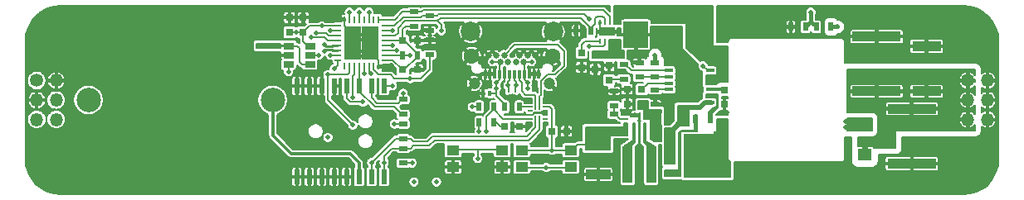
<source format=gbr>
G04 #@! TF.GenerationSoftware,KiCad,Pcbnew,(5.0.2)-1*
G04 #@! TF.CreationDate,2019-02-15T16:33:02-08:00*
G04 #@! TF.ProjectId,nixie_bottom_board,6e697869-655f-4626-9f74-746f6d5f626f,rev?*
G04 #@! TF.SameCoordinates,Original*
G04 #@! TF.FileFunction,Copper,L1,Top*
G04 #@! TF.FilePolarity,Positive*
%FSLAX46Y46*%
G04 Gerber Fmt 4.6, Leading zero omitted, Abs format (unit mm)*
G04 Created by KiCad (PCBNEW (5.0.2)-1) date 2/15/2019 4:33:02 PM*
%MOMM*%
%LPD*%
G01*
G04 APERTURE LIST*
G04 #@! TA.AperFunction,SMDPad,CuDef*
%ADD10R,1.060000X0.650000*%
G04 #@! TD*
G04 #@! TA.AperFunction,SMDPad,CuDef*
%ADD11R,1.725000X1.725000*%
G04 #@! TD*
G04 #@! TA.AperFunction,SMDPad,CuDef*
%ADD12R,0.250000X0.700000*%
G04 #@! TD*
G04 #@! TA.AperFunction,SMDPad,CuDef*
%ADD13R,0.700000X0.250000*%
G04 #@! TD*
G04 #@! TA.AperFunction,SMDPad,CuDef*
%ADD14R,2.500000X1.000000*%
G04 #@! TD*
G04 #@! TA.AperFunction,SMDPad,CuDef*
%ADD15R,0.500000X0.900000*%
G04 #@! TD*
G04 #@! TA.AperFunction,SMDPad,CuDef*
%ADD16R,1.000000X3.800000*%
G04 #@! TD*
G04 #@! TA.AperFunction,SMDPad,CuDef*
%ADD17R,0.750000X0.800000*%
G04 #@! TD*
G04 #@! TA.AperFunction,SMDPad,CuDef*
%ADD18R,0.800000X0.800000*%
G04 #@! TD*
G04 #@! TA.AperFunction,ComponentPad*
%ADD19C,1.200000*%
G04 #@! TD*
G04 #@! TA.AperFunction,ComponentPad*
%ADD20C,0.650000*%
G04 #@! TD*
G04 #@! TA.AperFunction,ComponentPad*
%ADD21C,2.000000*%
G04 #@! TD*
G04 #@! TA.AperFunction,ComponentPad*
%ADD22C,1.600000*%
G04 #@! TD*
G04 #@! TA.AperFunction,SMDPad,CuDef*
%ADD23R,0.300000X0.900000*%
G04 #@! TD*
G04 #@! TA.AperFunction,SMDPad,CuDef*
%ADD24R,0.800000X0.750000*%
G04 #@! TD*
G04 #@! TA.AperFunction,SMDPad,CuDef*
%ADD25R,0.600000X1.500000*%
G04 #@! TD*
G04 #@! TA.AperFunction,ComponentPad*
%ADD26C,1.350000*%
G04 #@! TD*
G04 #@! TA.AperFunction,ComponentPad*
%ADD27O,1.350000X1.350000*%
G04 #@! TD*
G04 #@! TA.AperFunction,SMDPad,CuDef*
%ADD28R,0.200000X0.700000*%
G04 #@! TD*
G04 #@! TA.AperFunction,SMDPad,CuDef*
%ADD29R,0.500000X0.200000*%
G04 #@! TD*
G04 #@! TA.AperFunction,SMDPad,CuDef*
%ADD30R,0.250000X1.800000*%
G04 #@! TD*
G04 #@! TA.AperFunction,SMDPad,CuDef*
%ADD31R,0.600000X0.250000*%
G04 #@! TD*
G04 #@! TA.AperFunction,SMDPad,CuDef*
%ADD32R,0.250000X0.600000*%
G04 #@! TD*
G04 #@! TA.AperFunction,SMDPad,CuDef*
%ADD33R,1.300000X1.000000*%
G04 #@! TD*
G04 #@! TA.AperFunction,SMDPad,CuDef*
%ADD34R,0.200000X0.200000*%
G04 #@! TD*
G04 #@! TA.AperFunction,SMDPad,CuDef*
%ADD35R,0.300000X0.550000*%
G04 #@! TD*
G04 #@! TA.AperFunction,SMDPad,CuDef*
%ADD36R,2.550000X2.700000*%
G04 #@! TD*
G04 #@! TA.AperFunction,SMDPad,CuDef*
%ADD37R,1.150000X0.700000*%
G04 #@! TD*
G04 #@! TA.AperFunction,SMDPad,CuDef*
%ADD38R,3.300000X4.200000*%
G04 #@! TD*
G04 #@! TA.AperFunction,SMDPad,CuDef*
%ADD39R,1.300000X4.700000*%
G04 #@! TD*
G04 #@! TA.AperFunction,SMDPad,CuDef*
%ADD40R,1.250000X1.000000*%
G04 #@! TD*
G04 #@! TA.AperFunction,SMDPad,CuDef*
%ADD41R,3.000000X1.000000*%
G04 #@! TD*
G04 #@! TA.AperFunction,SMDPad,CuDef*
%ADD42R,5.000000X1.000000*%
G04 #@! TD*
G04 #@! TA.AperFunction,SMDPad,CuDef*
%ADD43R,0.900000X0.500000*%
G04 #@! TD*
G04 #@! TA.AperFunction,ComponentPad*
%ADD44C,0.800000*%
G04 #@! TD*
G04 #@! TA.AperFunction,ComponentPad*
%ADD45C,4.500000*%
G04 #@! TD*
G04 #@! TA.AperFunction,ComponentPad*
%ADD46C,5.000000*%
G04 #@! TD*
G04 #@! TA.AperFunction,SMDPad,CuDef*
%ADD47R,0.700000X1.300000*%
G04 #@! TD*
G04 #@! TA.AperFunction,SMDPad,CuDef*
%ADD48R,0.825000X0.712500*%
G04 #@! TD*
G04 #@! TA.AperFunction,SMDPad,CuDef*
%ADD49R,0.890000X0.420000*%
G04 #@! TD*
G04 #@! TA.AperFunction,SMDPad,CuDef*
%ADD50R,1.400000X1.200000*%
G04 #@! TD*
G04 #@! TA.AperFunction,SMDPad,CuDef*
%ADD51R,0.700000X0.900000*%
G04 #@! TD*
G04 #@! TA.AperFunction,SMDPad,CuDef*
%ADD52R,0.250000X0.500000*%
G04 #@! TD*
G04 #@! TA.AperFunction,SMDPad,CuDef*
%ADD53R,1.600000X0.900000*%
G04 #@! TD*
G04 #@! TA.AperFunction,BGAPad,CuDef*
%ADD54C,14.000000*%
G04 #@! TD*
G04 #@! TA.AperFunction,ComponentPad*
%ADD55C,2.500000*%
G04 #@! TD*
G04 #@! TA.AperFunction,ViaPad*
%ADD56C,0.508000*%
G04 #@! TD*
G04 #@! TA.AperFunction,Conductor*
%ADD57C,0.200000*%
G04 #@! TD*
G04 #@! TA.AperFunction,Conductor*
%ADD58C,0.300000*%
G04 #@! TD*
G04 #@! TA.AperFunction,Conductor*
%ADD59C,0.400000*%
G04 #@! TD*
G04 #@! TA.AperFunction,Conductor*
%ADD60C,0.150000*%
G04 #@! TD*
G04 #@! TA.AperFunction,Conductor*
%ADD61C,0.250000*%
G04 #@! TD*
G04 #@! TA.AperFunction,Conductor*
%ADD62C,0.127000*%
G04 #@! TD*
G04 #@! TA.AperFunction,Conductor*
%ADD63C,0.100000*%
G04 #@! TD*
G04 APERTURE END LIST*
D10*
G04 #@! TO.P,U5,1*
G04 #@! TO.N,/VNIXIE*
X127200000Y-94450000D03*
G04 #@! TO.P,U5,2*
G04 #@! TO.N,/GND*
X127200000Y-95400000D03*
G04 #@! TO.P,U5,3*
G04 #@! TO.N,/DAC*
X127200000Y-96350000D03*
G04 #@! TO.P,U5,4*
G04 #@! TO.N,/VNIXIE*
X129400000Y-96350000D03*
G04 #@! TO.P,U5,6*
G04 #@! TO.N,/VDD*
X129400000Y-94450000D03*
G04 #@! TO.P,U5,5*
G04 #@! TO.N,/AMP_EN*
X129400000Y-95400000D03*
G04 #@! TD*
D11*
G04 #@! TO.P,U2,33*
G04 #@! TO.N,/GND*
X135512500Y-95012500D03*
X135512500Y-93287500D03*
X133787500Y-95012500D03*
X133787500Y-93287500D03*
D12*
G04 #@! TO.P,U2,32*
X136400000Y-96550000D03*
G04 #@! TO.P,U2,31*
G04 #@! TO.N,Net-(R2-Pad1)*
X135900000Y-96550000D03*
G04 #@! TO.P,U2,30*
G04 #@! TO.N,/UART_RX*
X135400000Y-96550000D03*
G04 #@! TO.P,U2,29*
G04 #@! TO.N,/UART_TX*
X134900000Y-96550000D03*
G04 #@! TO.P,U2,28*
G04 #@! TO.N,/RTC*
X134400000Y-96550000D03*
G04 #@! TO.P,U2,27*
G04 #@! TO.N,/USB*
X133900000Y-96550000D03*
G04 #@! TO.P,U2,26*
G04 #@! TO.N,/SWO*
X133400000Y-96550000D03*
G04 #@! TO.P,U2,25*
G04 #@! TO.N,Net-(U2-Pad25)*
X132900000Y-96550000D03*
D13*
G04 #@! TO.P,U2,24*
G04 #@! TO.N,/SWCLK*
X132250000Y-95900000D03*
G04 #@! TO.P,U2,23*
G04 #@! TO.N,/SWDIO*
X132250000Y-95400000D03*
G04 #@! TO.P,U2,22*
G04 #@! TO.N,/USB_P*
X132250000Y-94900000D03*
G04 #@! TO.P,U2,21*
G04 #@! TO.N,/USB_N*
X132250000Y-94400000D03*
G04 #@! TO.P,U2,20*
G04 #@! TO.N,/SDA*
X132250000Y-93900000D03*
G04 #@! TO.P,U2,19*
G04 #@! TO.N,/SCL*
X132250000Y-93400000D03*
G04 #@! TO.P,U2,18*
G04 #@! TO.N,/MCO*
X132250000Y-92900000D03*
G04 #@! TO.P,U2,17*
G04 #@! TO.N,/VDD*
X132250000Y-92400000D03*
D12*
G04 #@! TO.P,U2,16*
G04 #@! TO.N,/GND*
X132900000Y-91750000D03*
G04 #@! TO.P,U2,15*
G04 #@! TO.N,/AMP_EN*
X133400000Y-91750000D03*
G04 #@! TO.P,U2,14*
G04 #@! TO.N,Net-(U2-Pad14)*
X133900000Y-91750000D03*
G04 #@! TO.P,U2,13*
G04 #@! TO.N,/NIXIE_EN*
X134400000Y-91750000D03*
G04 #@! TO.P,U2,12*
G04 #@! TO.N,Net-(U2-Pad12)*
X134900000Y-91750000D03*
G04 #@! TO.P,U2,11*
G04 #@! TO.N,/DAC*
X135400000Y-91750000D03*
G04 #@! TO.P,U2,10*
G04 #@! TO.N,Net-(U2-Pad10)*
X135900000Y-91750000D03*
G04 #@! TO.P,U2,9*
G04 #@! TO.N,/FAULT*
X136400000Y-91750000D03*
D13*
G04 #@! TO.P,U2,8*
G04 #@! TO.N,/HV_EN*
X137050000Y-92400000D03*
G04 #@! TO.P,U2,7*
G04 #@! TO.N,Net-(R20-Pad2)*
X137050000Y-92900000D03*
G04 #@! TO.P,U2,6*
G04 #@! TO.N,/ILM*
X137050000Y-93400000D03*
G04 #@! TO.P,U2,5*
G04 #@! TO.N,/VDD*
X137050000Y-93900000D03*
G04 #@! TO.P,U2,4*
G04 #@! TO.N,/NRST*
X137050000Y-94400000D03*
G04 #@! TO.P,U2,3*
G04 #@! TO.N,/LED*
X137050000Y-94900000D03*
G04 #@! TO.P,U2,2*
G04 #@! TO.N,/32kHz*
X137050000Y-95400000D03*
G04 #@! TO.P,U2,1*
G04 #@! TO.N,/VDD*
X137050000Y-95900000D03*
G04 #@! TD*
D14*
G04 #@! TO.P,C11,1*
G04 #@! TO.N,/GND*
X158800000Y-107600000D03*
G04 #@! TO.P,C11,2*
G04 #@! TO.N,/VDD*
X158800000Y-104600000D03*
G04 #@! TD*
D15*
G04 #@! TO.P,R20,1*
G04 #@! TO.N,/HV_OUT*
X182550000Y-92500000D03*
G04 #@! TO.P,R20,2*
G04 #@! TO.N,Net-(R20-Pad2)*
X181050000Y-92500000D03*
G04 #@! TD*
G04 #@! TO.P,R21,2*
G04 #@! TO.N,Net-(R20-Pad2)*
X179950000Y-92500000D03*
G04 #@! TO.P,R21,1*
G04 #@! TO.N,/GND*
X178450000Y-92500000D03*
G04 #@! TD*
D16*
G04 #@! TO.P,L1,1*
G04 #@! TO.N,Net-(L1-Pad1)*
X164200000Y-106600000D03*
G04 #@! TO.P,L1,2*
G04 #@! TO.N,Net-(L1-Pad2)*
X161800000Y-106600000D03*
G04 #@! TD*
D17*
G04 #@! TO.P,C17,1*
G04 #@! TO.N,Net-(C17-Pad1)*
X157100000Y-95150000D03*
G04 #@! TO.P,C17,2*
G04 #@! TO.N,/GND*
X157100000Y-96650000D03*
G04 #@! TD*
D18*
G04 #@! TO.P,D5,1*
G04 #@! TO.N,/GND*
X150800000Y-102700000D03*
G04 #@! TO.P,D5,2*
G04 #@! TO.N,Net-(D5-Pad2)*
X149200000Y-102700000D03*
G04 #@! TD*
D15*
G04 #@! TO.P,R13,2*
G04 #@! TO.N,Net-(D5-Pad2)*
X148150000Y-102300000D03*
G04 #@! TO.P,R13,1*
G04 #@! TO.N,/LED*
X146650000Y-102300000D03*
G04 #@! TD*
D19*
G04 #@! TO.P,J1,S1*
G04 #@! TO.N,/GND*
X146155000Y-98310000D03*
X153845000Y-98310000D03*
D20*
G04 #@! TO.P,J1,B11*
X152400000Y-95410000D03*
G04 #@! TO.P,J1,B10*
X151600000Y-95410000D03*
G04 #@! TO.P,J1,B8*
X150800000Y-95410000D03*
G04 #@! TO.P,J1,B5*
G04 #@! TO.N,/CC2*
X149200000Y-95410000D03*
G04 #@! TO.P,J1,B3*
G04 #@! TO.N,/GND*
X148400000Y-95410000D03*
G04 #@! TO.P,J1,B2*
X147600000Y-95410000D03*
G04 #@! TO.P,J1,B12*
X152800000Y-96110000D03*
G04 #@! TO.P,J1,B9*
G04 #@! TO.N,/VBUS*
X151200000Y-96110000D03*
G04 #@! TO.P,J1,B7*
G04 #@! TO.N,/USB_N*
X150400000Y-96110000D03*
G04 #@! TO.P,J1,B6*
G04 #@! TO.N,/USB_P*
X149600000Y-96110000D03*
G04 #@! TO.P,J1,B4*
G04 #@! TO.N,/VBUS*
X148800000Y-96110000D03*
G04 #@! TO.P,J1,B1*
G04 #@! TO.N,/GND*
X147200000Y-96110000D03*
D21*
G04 #@! TO.P,J1,S1*
X154220000Y-92995000D03*
X145780000Y-92995000D03*
D22*
X145870000Y-95510000D03*
D23*
G04 #@! TO.P,J1,A11*
X147750000Y-97330000D03*
G04 #@! TO.P,J1,A8*
X149250000Y-97330000D03*
G04 #@! TO.P,J1,A9*
G04 #@! TO.N,/VBUS*
X148750000Y-97330000D03*
G04 #@! TO.P,J1,A10*
G04 #@! TO.N,/GND*
X148250000Y-97330000D03*
G04 #@! TO.P,J1,A12*
X147250000Y-97330000D03*
G04 #@! TO.P,J1,A7*
G04 #@! TO.N,/USB_N*
X149750000Y-97330000D03*
G04 #@! TO.P,J1,A6*
G04 #@! TO.N,/USB_P*
X150250000Y-97330000D03*
G04 #@! TO.P,J1,A5*
G04 #@! TO.N,/CC1*
X150750000Y-97330000D03*
G04 #@! TO.P,J1,A4*
G04 #@! TO.N,/VBUS*
X151250000Y-97330000D03*
G04 #@! TO.P,J1,A3*
G04 #@! TO.N,/GND*
X151750000Y-97330000D03*
G04 #@! TO.P,J1,A2*
X152250000Y-97330000D03*
G04 #@! TO.P,J1,A1*
X152750000Y-97330000D03*
D22*
G04 #@! TO.P,J1,S1*
X154130000Y-95510000D03*
G04 #@! TD*
D24*
G04 #@! TO.P,C12,1*
G04 #@! TO.N,/VDD*
X138850000Y-96900000D03*
G04 #@! TO.P,C12,2*
G04 #@! TO.N,/GND*
X140350000Y-96900000D03*
G04 #@! TD*
G04 #@! TO.P,C13,2*
G04 #@! TO.N,/GND*
X140350000Y-93900000D03*
G04 #@! TO.P,C13,1*
G04 #@! TO.N,/VDD*
X138850000Y-93900000D03*
G04 #@! TD*
D25*
G04 #@! TO.P,U4,1*
G04 #@! TO.N,/32kHz*
X136945000Y-98550000D03*
G04 #@! TO.P,U4,2*
G04 #@! TO.N,/VDD*
X135675000Y-98550000D03*
G04 #@! TO.P,U4,3*
G04 #@! TO.N,/RTC*
X134405000Y-98550000D03*
G04 #@! TO.P,U4,4*
G04 #@! TO.N,/NRST*
X133135000Y-98550000D03*
G04 #@! TO.P,U4,5*
G04 #@! TO.N,/GND*
X131865000Y-98550000D03*
G04 #@! TO.P,U4,6*
X130595000Y-98550000D03*
G04 #@! TO.P,U4,7*
X129325000Y-98550000D03*
G04 #@! TO.P,U4,8*
X128055000Y-98550000D03*
G04 #@! TO.P,U4,9*
X128055000Y-107850000D03*
G04 #@! TO.P,U4,10*
X129325000Y-107850000D03*
G04 #@! TO.P,U4,11*
X130595000Y-107850000D03*
G04 #@! TO.P,U4,12*
X131865000Y-107850000D03*
G04 #@! TO.P,U4,13*
X133135000Y-107850000D03*
G04 #@! TO.P,U4,14*
G04 #@! TO.N,Net-(BT1-Pad1)*
X134405000Y-107850000D03*
G04 #@! TO.P,U4,15*
G04 #@! TO.N,/SDA*
X135675000Y-107850000D03*
G04 #@! TO.P,U4,16*
G04 #@! TO.N,/SCL*
X136945000Y-107850000D03*
G04 #@! TD*
D15*
G04 #@! TO.P,R1,1*
G04 #@! TO.N,/VBUS*
X149250000Y-100700000D03*
G04 #@! TO.P,R1,2*
G04 #@! TO.N,Net-(R1-Pad2)*
X150750000Y-100700000D03*
G04 #@! TD*
D26*
G04 #@! TO.P,J4,1*
G04 #@! TO.N,/VNIXIE*
X101500000Y-98000000D03*
D27*
G04 #@! TO.P,J4,2*
G04 #@! TO.N,/GND*
X103500000Y-98000000D03*
G04 #@! TO.P,J4,3*
X101500000Y-100000000D03*
G04 #@! TO.P,J4,4*
G04 #@! TO.N,/SCL*
X103500000Y-100000000D03*
G04 #@! TO.P,J4,5*
G04 #@! TO.N,/NIXIE_EN*
X101500000Y-102000000D03*
G04 #@! TO.P,J4,6*
G04 #@! TO.N,/SDA*
X103500000Y-102000000D03*
G04 #@! TD*
D26*
G04 #@! TO.P,J3,1*
G04 #@! TO.N,/HV_OUT*
X196500000Y-98000000D03*
D27*
G04 #@! TO.P,J3,2*
G04 #@! TO.N,/GND*
X198500000Y-98000000D03*
G04 #@! TO.P,J3,3*
G04 #@! TO.N,/HV_OUT*
X196500000Y-100000000D03*
G04 #@! TO.P,J3,4*
G04 #@! TO.N,/GND*
X198500000Y-100000000D03*
G04 #@! TO.P,J3,5*
G04 #@! TO.N,/HV_OUT*
X196500000Y-102000000D03*
G04 #@! TO.P,J3,6*
G04 #@! TO.N,/GND*
X198500000Y-102000000D03*
G04 #@! TD*
D28*
G04 #@! TO.P,U1,1*
G04 #@! TO.N,/CC2*
X152800000Y-100650000D03*
G04 #@! TO.P,U1,2*
G04 #@! TO.N,/CC1*
X152400000Y-100650000D03*
D29*
G04 #@! TO.P,U1,3*
G04 #@! TO.N,Net-(R1-Pad2)*
X151850000Y-100700000D03*
G04 #@! TO.P,U1,4*
G04 #@! TO.N,Net-(U1-Pad4)*
X151850000Y-101100000D03*
G04 #@! TO.P,U1,5*
G04 #@! TO.N,/GND*
X151850000Y-101500000D03*
G04 #@! TO.P,U1,6*
G04 #@! TO.N,/USB*
X151850000Y-101900000D03*
D28*
G04 #@! TO.P,U1,7*
G04 #@! TO.N,/SDA*
X152400000Y-101950000D03*
G04 #@! TO.P,U1,8*
G04 #@! TO.N,/SCL*
X152800000Y-101950000D03*
D29*
G04 #@! TO.P,U1,9*
G04 #@! TO.N,Net-(U1-Pad9)*
X153350000Y-101900000D03*
G04 #@! TO.P,U1,10*
G04 #@! TO.N,/GND*
X153350000Y-101500000D03*
G04 #@! TO.P,U1,11*
X153350000Y-101100000D03*
G04 #@! TO.P,U1,12*
G04 #@! TO.N,/VDD*
X153350000Y-100700000D03*
G04 #@! TD*
D30*
G04 #@! TO.P,U3,1*
G04 #@! TO.N,Net-(L1-Pad2)*
X162500000Y-103250000D03*
G04 #@! TO.P,U3,2*
G04 #@! TO.N,/GND*
X163000000Y-103250000D03*
G04 #@! TO.P,U3,3*
G04 #@! TO.N,Net-(L1-Pad1)*
X163500000Y-103250000D03*
D31*
G04 #@! TO.P,U3,4*
G04 #@! TO.N,/VBUS*
X164400000Y-103450000D03*
G04 #@! TO.P,U3,5*
X164400000Y-102950000D03*
G04 #@! TO.P,U3,6*
X164400000Y-102450000D03*
G04 #@! TO.P,U3,7*
X164400000Y-101950000D03*
D32*
G04 #@! TO.P,U3,8*
X163500000Y-101550000D03*
G04 #@! TO.P,U3,9*
G04 #@! TO.N,/GND*
X163000000Y-101550000D03*
G04 #@! TO.P,U3,10*
X162500000Y-101550000D03*
D31*
G04 #@! TO.P,U3,11*
G04 #@! TO.N,Net-(R16-Pad1)*
X161600000Y-101950000D03*
G04 #@! TO.P,U3,12*
G04 #@! TO.N,/VDD*
X161600000Y-102450000D03*
G04 #@! TO.P,U3,13*
X161600000Y-102950000D03*
G04 #@! TO.P,U3,14*
X161600000Y-103450000D03*
G04 #@! TD*
D33*
G04 #@! TO.P,SW1,1*
G04 #@! TO.N,/GND*
X149000000Y-106850000D03*
G04 #@! TO.P,SW1,2*
G04 #@! TO.N,/NRST*
X149000000Y-105150000D03*
X144000000Y-105140000D03*
G04 #@! TO.P,SW1,1*
G04 #@! TO.N,/GND*
X144000000Y-106850000D03*
G04 #@! TD*
G04 #@! TO.P,SW2,1*
G04 #@! TO.N,Net-(R2-Pad1)*
X156000000Y-106850000D03*
G04 #@! TO.P,SW2,2*
G04 #@! TO.N,/VDD*
X156000000Y-105150000D03*
X151000000Y-105140000D03*
G04 #@! TO.P,SW2,1*
G04 #@! TO.N,Net-(R2-Pad1)*
X151000000Y-106850000D03*
G04 #@! TD*
D34*
G04 #@! TO.P,D2,3*
G04 #@! TO.N,/CC2*
X152940000Y-99450000D03*
G04 #@! TO.P,D2,2*
G04 #@! TO.N,/CC1*
X152260000Y-99450000D03*
G04 #@! TO.P,D2,1*
G04 #@! TO.N,/GND*
X152600000Y-99150000D03*
G04 #@! TD*
G04 #@! TO.P,D3,3*
G04 #@! TO.N,/USB_N*
X149660000Y-99150000D03*
G04 #@! TO.P,D3,2*
G04 #@! TO.N,/USB_P*
X150340000Y-99150000D03*
G04 #@! TO.P,D3,1*
G04 #@! TO.N,/GND*
X150000000Y-99450000D03*
G04 #@! TD*
D35*
G04 #@! TO.P,D1,2*
G04 #@! TO.N,/GND*
X147050000Y-99300000D03*
G04 #@! TO.P,D1,1*
G04 #@! TO.N,/VBUS*
X147750000Y-99300000D03*
G04 #@! TD*
D17*
G04 #@! TO.P,C16,2*
G04 #@! TO.N,/GND*
X127300000Y-91550000D03*
G04 #@! TO.P,C16,1*
G04 #@! TO.N,/VDD*
X127300000Y-93050000D03*
G04 #@! TD*
D15*
G04 #@! TO.P,R3,1*
G04 #@! TO.N,/VDD*
X146650000Y-100700000D03*
G04 #@! TO.P,R3,2*
G04 #@! TO.N,/USB*
X148150000Y-100700000D03*
G04 #@! TD*
D24*
G04 #@! TO.P,C3,1*
G04 #@! TO.N,/VBUS*
X163250000Y-100400000D03*
G04 #@! TO.P,C3,2*
G04 #@! TO.N,/GND*
X161750000Y-100400000D03*
G04 #@! TD*
D36*
G04 #@! TO.P,C1,1*
G04 #@! TO.N,/GND*
X162650000Y-93300000D03*
G04 #@! TO.P,C1,2*
G04 #@! TO.N,/HV_IN*
X169000000Y-93300000D03*
G04 #@! TD*
D37*
G04 #@! TO.P,Q1,2*
G04 #@! TO.N,Net-(Q1-Pad2)*
X166100000Y-107510000D03*
D38*
G04 #@! TO.P,Q1,1*
G04 #@! TO.N,Net-(Q1-Pad1)*
X169135000Y-105600000D03*
D39*
X171200000Y-105600000D03*
D37*
G04 #@! TO.P,Q1,3*
G04 #@! TO.N,Net-(Q1-Pad3)*
X166100000Y-106240000D03*
X166100000Y-103690000D03*
X166100000Y-104960000D03*
G04 #@! TD*
D17*
G04 #@! TO.P,C15,1*
G04 #@! TO.N,/GND*
X128700000Y-91550000D03*
G04 #@! TO.P,C15,2*
G04 #@! TO.N,/VDD*
X128700000Y-93050000D03*
G04 #@! TD*
D24*
G04 #@! TO.P,C14,1*
G04 #@! TO.N,/GND*
X155550000Y-103200000D03*
G04 #@! TO.P,C14,2*
G04 #@! TO.N,/VDD*
X154050000Y-103200000D03*
G04 #@! TD*
D17*
G04 #@! TO.P,C2,1*
G04 #@! TO.N,/VBUS*
X158500000Y-95350000D03*
G04 #@! TO.P,C2,2*
G04 #@! TO.N,/GND*
X158500000Y-96850000D03*
G04 #@! TD*
D24*
G04 #@! TO.P,C6,1*
G04 #@! TO.N,Net-(C6-Pad1)*
X163250000Y-98900000D03*
G04 #@! TO.P,C6,2*
G04 #@! TO.N,/GND*
X161750000Y-98900000D03*
G04 #@! TD*
D40*
G04 #@! TO.P,C4,2*
G04 #@! TO.N,/HV_IN*
X171500000Y-95600000D03*
G04 #@! TO.P,C4,1*
G04 #@! TO.N,/GND*
X171500000Y-93600000D03*
G04 #@! TD*
D41*
G04 #@! TO.P,C9,2*
G04 #@! TO.N,/HV_OUT*
X192300000Y-99100000D03*
G04 #@! TO.P,C9,1*
G04 #@! TO.N,/GND*
X192300000Y-94500000D03*
G04 #@! TD*
D42*
G04 #@! TO.P,C8,2*
G04 #@! TO.N,/HV_OUT*
X190800000Y-100900000D03*
G04 #@! TO.P,C8,1*
G04 #@! TO.N,/GND*
X190800000Y-106500000D03*
G04 #@! TD*
D43*
G04 #@! TO.P,R19,1*
G04 #@! TO.N,/RTC*
X138900000Y-101450000D03*
G04 #@! TO.P,R19,2*
G04 #@! TO.N,/VDD*
X138900000Y-99950000D03*
G04 #@! TD*
D15*
G04 #@! TO.P,R18,1*
G04 #@! TO.N,/VDD*
X140350000Y-95400000D03*
G04 #@! TO.P,R18,2*
G04 #@! TO.N,/32kHz*
X138850000Y-95400000D03*
G04 #@! TD*
D43*
G04 #@! TO.P,R17,1*
G04 #@! TO.N,/GND*
X160400000Y-99050000D03*
G04 #@! TO.P,R17,2*
G04 #@! TO.N,Net-(R16-Pad1)*
X160400000Y-100550000D03*
G04 #@! TD*
G04 #@! TO.P,R16,1*
G04 #@! TO.N,Net-(R16-Pad1)*
X160400000Y-101450000D03*
G04 #@! TO.P,R16,2*
G04 #@! TO.N,/VDD*
X160400000Y-102950000D03*
G04 #@! TD*
D44*
G04 #@! TO.P,MH1,1*
G04 #@! TO.N,/GND*
X104237437Y-91862563D03*
X104750000Y-93100000D03*
X104237437Y-94337437D03*
X103000000Y-94850000D03*
X101762563Y-94337437D03*
X101250000Y-93100000D03*
X101762563Y-91862563D03*
X103000000Y-91350000D03*
D45*
X103000000Y-93100000D03*
G04 #@! TD*
G04 #@! TO.P,MH2,1*
G04 #@! TO.N,/GND*
X103000000Y-107000000D03*
D44*
X103000000Y-105250000D03*
X101762563Y-105762563D03*
X101250000Y-107000000D03*
X101762563Y-108237437D03*
X103000000Y-108750000D03*
X104237437Y-108237437D03*
X104750000Y-107000000D03*
X104237437Y-105762563D03*
G04 #@! TD*
G04 #@! TO.P,MH3,1*
G04 #@! TO.N,/GND*
X198237437Y-91762563D03*
X198750000Y-93000000D03*
X198237437Y-94237437D03*
X197000000Y-94750000D03*
X195762563Y-94237437D03*
X195250000Y-93000000D03*
X195762563Y-91762563D03*
X197000000Y-91250000D03*
D45*
X197000000Y-93000000D03*
G04 #@! TD*
G04 #@! TO.P,MH4,1*
G04 #@! TO.N,/GND*
X197000000Y-107200000D03*
D44*
X197000000Y-105450000D03*
X195762563Y-105962563D03*
X195250000Y-107200000D03*
X195762563Y-108437437D03*
X197000000Y-108950000D03*
X198237437Y-108437437D03*
X198750000Y-107200000D03*
X198237437Y-105962563D03*
G04 #@! TD*
D46*
G04 #@! TO.P,MH6,1*
G04 #@! TO.N,/GND*
X157000000Y-100000000D03*
D44*
X158875000Y-100000000D03*
X158325825Y-101325825D03*
X157000000Y-101875000D03*
X155674175Y-101325825D03*
X155125000Y-100000000D03*
X155674175Y-98674175D03*
X157000000Y-98125000D03*
X158325825Y-98674175D03*
G04 #@! TD*
G04 #@! TO.P,MH5,1*
G04 #@! TO.N,/GND*
X144325825Y-98674175D03*
X143000000Y-98125000D03*
X141674175Y-98674175D03*
X141125000Y-100000000D03*
X141674175Y-101325825D03*
X143000000Y-101875000D03*
X144325825Y-101325825D03*
X144875000Y-100000000D03*
D46*
X143000000Y-100000000D03*
G04 #@! TD*
D17*
G04 #@! TO.P,C5,2*
G04 #@! TO.N,/GND*
X159900000Y-96450000D03*
G04 #@! TO.P,C5,1*
G04 #@! TO.N,Net-(C5-Pad1)*
X159900000Y-97950000D03*
G04 #@! TD*
G04 #@! TO.P,C7,2*
G04 #@! TO.N,/GND*
X171700000Y-100450000D03*
G04 #@! TO.P,C7,1*
G04 #@! TO.N,Net-(C7-Pad1)*
X171700000Y-98950000D03*
G04 #@! TD*
D43*
G04 #@! TO.P,R9,1*
G04 #@! TO.N,/GND*
X163000000Y-96150000D03*
G04 #@! TO.P,R9,2*
G04 #@! TO.N,Net-(R10-Pad2)*
X163000000Y-97650000D03*
G04 #@! TD*
G04 #@! TO.P,R6,1*
G04 #@! TO.N,/GND*
X164600000Y-100450000D03*
G04 #@! TO.P,R6,2*
G04 #@! TO.N,Net-(R6-Pad2)*
X164600000Y-98950000D03*
G04 #@! TD*
G04 #@! TO.P,R7,1*
G04 #@! TO.N,Net-(R7-Pad1)*
X161400000Y-96350000D03*
G04 #@! TO.P,R7,2*
G04 #@! TO.N,Net-(C5-Pad1)*
X161400000Y-97850000D03*
G04 #@! TD*
G04 #@! TO.P,R5,1*
G04 #@! TO.N,/SCL*
X138900000Y-104950000D03*
G04 #@! TO.P,R5,2*
G04 #@! TO.N,/VDD*
X138900000Y-106450000D03*
G04 #@! TD*
G04 #@! TO.P,R2,1*
G04 #@! TO.N,Net-(R2-Pad1)*
X141600000Y-95350000D03*
G04 #@! TO.P,R2,2*
G04 #@! TO.N,/GND*
X141600000Y-93850000D03*
G04 #@! TD*
D15*
G04 #@! TO.P,R8,1*
G04 #@! TO.N,Net-(Q1-Pad2)*
X168750000Y-101900000D03*
G04 #@! TO.P,R8,2*
G04 #@! TO.N,Net-(R8-Pad2)*
X170250000Y-101900000D03*
G04 #@! TD*
D43*
G04 #@! TO.P,R10,2*
G04 #@! TO.N,Net-(R10-Pad2)*
X164600000Y-97650000D03*
G04 #@! TO.P,R10,1*
G04 #@! TO.N,/HV_OUT*
X164600000Y-96150000D03*
G04 #@! TD*
D42*
G04 #@! TO.P,C10,1*
G04 #@! TO.N,/GND*
X187200000Y-93500000D03*
G04 #@! TO.P,C10,2*
G04 #@! TO.N,/HV_OUT*
X187200000Y-99100000D03*
G04 #@! TD*
D43*
G04 #@! TO.P,R4,1*
G04 #@! TO.N,/SDA*
X138900000Y-103950000D03*
G04 #@! TO.P,R4,2*
G04 #@! TO.N,/VDD*
X138900000Y-102450000D03*
G04 #@! TD*
D47*
G04 #@! TO.P,R11,2*
G04 #@! TO.N,Net-(Q1-Pad3)*
X167750000Y-101900000D03*
G04 #@! TO.P,R11,1*
G04 #@! TO.N,/GND*
X165850000Y-101900000D03*
G04 #@! TD*
D48*
G04 #@! TO.P,U6,13*
G04 #@! TO.N,/GND*
X167687500Y-97531250D03*
X167687500Y-98243750D03*
X167687500Y-98956250D03*
X167687500Y-99668750D03*
X168512500Y-97531250D03*
X168512500Y-98243750D03*
X168512500Y-98956250D03*
X168512500Y-99668750D03*
D49*
G04 #@! TO.P,U6,12*
G04 #@! TO.N,/HV_EN*
X170205000Y-96975000D03*
G04 #@! TO.P,U6,11*
G04 #@! TO.N,/HV_IN*
X170205000Y-97625000D03*
G04 #@! TO.P,U6,10*
X170205000Y-98275000D03*
G04 #@! TO.P,U6,9*
G04 #@! TO.N,Net-(C7-Pad1)*
X170205000Y-98925000D03*
G04 #@! TO.P,U6,8*
G04 #@! TO.N,Net-(R8-Pad2)*
X170205000Y-99575000D03*
G04 #@! TO.P,U6,7*
G04 #@! TO.N,Net-(Q1-Pad3)*
X170205000Y-100225000D03*
G04 #@! TO.P,U6,6*
G04 #@! TO.N,/GND*
X165995000Y-100225000D03*
G04 #@! TO.P,U6,5*
X165995000Y-99575000D03*
G04 #@! TO.P,U6,4*
G04 #@! TO.N,Net-(R6-Pad2)*
X165995000Y-98925000D03*
G04 #@! TO.P,U6,3*
G04 #@! TO.N,Net-(C6-Pad1)*
X165995000Y-98275000D03*
G04 #@! TO.P,U6,2*
G04 #@! TO.N,Net-(R10-Pad2)*
X165995000Y-97625000D03*
G04 #@! TO.P,U6,1*
G04 #@! TO.N,Net-(R7-Pad1)*
X165995000Y-96975000D03*
G04 #@! TD*
D50*
G04 #@! TO.P,D4,1*
G04 #@! TO.N,/HV_OUT*
X186000000Y-105550000D03*
G04 #@! TO.P,D4,2*
G04 #@! TO.N,Net-(D4-Pad2)*
X186000000Y-102450000D03*
G04 #@! TD*
D43*
G04 #@! TO.P,R12,2*
G04 #@! TO.N,/GND*
X141600000Y-92850000D03*
G04 #@! TO.P,R12,1*
G04 #@! TO.N,/HV_EN*
X141600000Y-91350000D03*
G04 #@! TD*
D15*
G04 #@! TO.P,R14,2*
G04 #@! TO.N,/GND*
X156550000Y-92900000D03*
G04 #@! TO.P,R14,1*
G04 #@! TO.N,/ILM*
X158050000Y-92900000D03*
G04 #@! TD*
D43*
G04 #@! TO.P,R15,1*
G04 #@! TO.N,/VDD*
X140000000Y-92450000D03*
G04 #@! TO.P,R15,2*
G04 #@! TO.N,/FAULT*
X140000000Y-90950000D03*
G04 #@! TD*
D51*
G04 #@! TO.P,U7,9*
G04 #@! TO.N,/GND*
X159250000Y-93000000D03*
X160150000Y-93000000D03*
D52*
G04 #@! TO.P,U7,6*
G04 #@! TO.N,/FAULT*
X159950000Y-92050000D03*
G04 #@! TO.P,U7,5*
G04 #@! TO.N,/HV_IN*
X160450000Y-92050000D03*
G04 #@! TO.P,U7,4*
G04 #@! TO.N,/VBUS*
X160450000Y-93950000D03*
G04 #@! TO.P,U7,2*
G04 #@! TO.N,/HV_EN*
X159450000Y-93950000D03*
G04 #@! TO.P,U7,1*
G04 #@! TO.N,Net-(C17-Pad1)*
X158950000Y-93950000D03*
D53*
G04 #@! TO.P,U7,9*
G04 #@! TO.N,/GND*
X159700000Y-93000000D03*
D52*
G04 #@! TO.P,U7,8*
X158950000Y-92050000D03*
G04 #@! TO.P,U7,7*
G04 #@! TO.N,/ILM*
X159450000Y-92050000D03*
G04 #@! TO.P,U7,3*
G04 #@! TO.N,/VBUS*
X159950000Y-93950000D03*
G04 #@! TD*
D54*
G04 #@! TO.P,BT1,2*
G04 #@! TO.N,/GND*
X116200000Y-100000000D03*
D55*
G04 #@! TO.P,BT1,*
G04 #@! TO.N,*
X106800000Y-100000000D03*
G04 #@! TO.P,BT1,1*
G04 #@! TO.N,Net-(BT1-Pad1)*
X125600000Y-100000000D03*
G04 #@! TD*
D56*
G04 #@! TO.N,/VNIXIE*
X124800000Y-94450000D03*
G04 #@! TO.N,Net-(Q1-Pad1)*
X171200000Y-105200000D03*
X171800000Y-105200000D03*
X171200000Y-104600000D03*
X171800000Y-104600000D03*
X171200000Y-104000000D03*
X171800000Y-104000000D03*
X171200000Y-103400000D03*
X171800000Y-103400000D03*
X171200000Y-102800000D03*
X171800000Y-102800000D03*
X171200000Y-102200000D03*
X171800000Y-102200000D03*
G04 #@! TO.N,/HV_OUT*
X164600000Y-95400000D03*
X190250000Y-99900000D03*
X183200000Y-92500000D03*
G04 #@! TO.N,/VDD*
X130600000Y-92400000D03*
X139800000Y-106450000D03*
X145950000Y-100700000D03*
X128000000Y-93050000D03*
X159600000Y-103100000D03*
X159000000Y-103100000D03*
X158400000Y-103100000D03*
X157800000Y-103100000D03*
X138850000Y-93900000D03*
X159600000Y-103700000D03*
X159000000Y-103700000D03*
X157800000Y-103700000D03*
X158400000Y-103700000D03*
X131230000Y-103835000D03*
X138900000Y-99300000D03*
X138000000Y-102450000D03*
X154050000Y-105150000D03*
X138850000Y-96900000D03*
G04 #@! TO.N,/VNIXIE*
X125400000Y-94450000D03*
G04 #@! TO.N,/SCL*
X130000000Y-93100000D03*
X136950000Y-106400000D03*
G04 #@! TO.N,/SDA*
X129500000Y-93600000D03*
X135675000Y-106400000D03*
G04 #@! TO.N,/HV_EN*
X169500000Y-96500000D03*
X157900000Y-94500000D03*
X157900000Y-91700000D03*
G04 #@! TO.N,/SWO*
X131225000Y-97400000D03*
X133770000Y-102565000D03*
G04 #@! TO.N,/NRST*
X137800000Y-94400000D03*
X146500000Y-106000000D03*
X134800000Y-100200000D03*
G04 #@! TO.N,/DAC*
X135400000Y-91000000D03*
X127200000Y-97100000D03*
G04 #@! TO.N,/USB_N*
X149600000Y-98500000D03*
X130900000Y-94325000D03*
G04 #@! TO.N,/USB_P*
X130900000Y-94975000D03*
X150400000Y-98500000D03*
G04 #@! TO.N,Net-(D4-Pad2)*
X184000000Y-102800000D03*
X184600000Y-102800000D03*
X185800000Y-102800000D03*
X186400000Y-102800000D03*
X186400000Y-102200000D03*
X185800000Y-102200000D03*
X184600000Y-102200000D03*
X184000000Y-102200000D03*
X185200000Y-102200000D03*
X185200000Y-102800000D03*
G04 #@! TO.N,/SWDIO*
X131500000Y-95400000D03*
G04 #@! TO.N,/SWCLK*
X131875000Y-96800000D03*
G04 #@! TO.N,/HV_IN*
X171800000Y-94800000D03*
X171200000Y-94800000D03*
X171200000Y-95400000D03*
X171800000Y-95400000D03*
X171800000Y-97200000D03*
X171800000Y-97800000D03*
X171200000Y-97200000D03*
X171200000Y-97800000D03*
X171800000Y-96600000D03*
X171200000Y-96600000D03*
X171200000Y-96000000D03*
X171800000Y-96000000D03*
G04 #@! TO.N,/USB*
X147400000Y-103200000D03*
X133775000Y-99700000D03*
G04 #@! TO.N,/ILM*
X142800000Y-92900000D03*
G04 #@! TO.N,/32kHz*
X137800000Y-98550000D03*
X139600000Y-95400000D03*
G04 #@! TO.N,/AMP_EN*
X130300000Y-95400000D03*
X133400000Y-91000000D03*
G04 #@! TO.N,/NIXIE_EN*
X134400000Y-91000000D03*
G04 #@! TO.N,/MCO*
X131500000Y-92900000D03*
G04 #@! TO.N,/LED*
X138200000Y-94900000D03*
X146650000Y-103200000D03*
G04 #@! TO.N,Net-(R2-Pad1)*
X153500000Y-106900000D03*
X139600000Y-97800000D03*
G04 #@! TO.N,Net-(R20-Pad2)*
X137800000Y-92900000D03*
X180500000Y-91000000D03*
G04 #@! TO.N,/GND*
X152200000Y-104500000D03*
X134500000Y-93800000D03*
X133900000Y-93800000D03*
X133300000Y-93800000D03*
X134500000Y-95500000D03*
X133900000Y-95500000D03*
X133300000Y-95500000D03*
X171900000Y-101300000D03*
X171300000Y-101300000D03*
X167687500Y-99668750D03*
X168512500Y-99668750D03*
X168512500Y-98956250D03*
X167687500Y-98956250D03*
X167687500Y-98243750D03*
X168512500Y-98243750D03*
X168512500Y-97531250D03*
X167687500Y-97531250D03*
X128000000Y-92250000D03*
X166350000Y-100800000D03*
X165750000Y-100800000D03*
X164600000Y-99750000D03*
X164500000Y-92800000D03*
X162100000Y-95200000D03*
X162700000Y-95200000D03*
X163300000Y-95200000D03*
X130900000Y-96300000D03*
X159700000Y-106700000D03*
X163000000Y-105000000D03*
X163000000Y-105600000D03*
X163000000Y-106200000D03*
X163000000Y-106800000D03*
X163000000Y-107400000D03*
X165100000Y-92800000D03*
X164500000Y-93400000D03*
X165100000Y-93400000D03*
X150000000Y-100700000D03*
X165850000Y-96150000D03*
X166450000Y-96150000D03*
X166450000Y-95550000D03*
X165850000Y-95550000D03*
X151700000Y-102550000D03*
X172600000Y-93500000D03*
X173200000Y-93500000D03*
X173800000Y-93500000D03*
X157900000Y-106100000D03*
X159100000Y-106100000D03*
X159700000Y-106100000D03*
X132500000Y-103835000D03*
X174400000Y-93500000D03*
X137000000Y-96500000D03*
X141000000Y-96100000D03*
G04 #@! TO.N,/VNIXIE*
X124200000Y-94450000D03*
G04 #@! TO.N,/GND*
X158500000Y-106100000D03*
X158500000Y-106700000D03*
X159100000Y-106700000D03*
X157900000Y-106700000D03*
G04 #@! TO.N,/VBUS*
X165000000Y-101400000D03*
X164400000Y-101400000D03*
X165000000Y-102000000D03*
X165000000Y-102600000D03*
X165000000Y-103200000D03*
X160200000Y-94900000D03*
X159300000Y-95400000D03*
X159900000Y-95400000D03*
X160500000Y-95400000D03*
X161100000Y-95400000D03*
X160800000Y-94900000D03*
X151600000Y-98200000D03*
X151600000Y-98800000D03*
X148400000Y-98200000D03*
X148400000Y-98800000D03*
X148000000Y-96100000D03*
X165000000Y-103800000D03*
X152000000Y-96100000D03*
X163250000Y-100400000D03*
G04 #@! TO.N,/UART_TX*
X134900000Y-97300000D03*
X140000000Y-108400000D03*
G04 #@! TO.N,/UART_RX*
X135600000Y-97300000D03*
X142300000Y-108400000D03*
G04 #@! TD*
D57*
G04 #@! TO.N,Net-(R1-Pad2)*
X150750000Y-100700000D02*
X151850000Y-100700000D01*
G04 #@! TO.N,Net-(R6-Pad2)*
X164625000Y-98925000D02*
X164600000Y-98950000D01*
X165995000Y-98925000D02*
X164625000Y-98925000D01*
D58*
G04 #@! TO.N,Net-(C7-Pad1)*
X171675000Y-98925000D02*
X171700000Y-98950000D01*
X170205000Y-98925000D02*
X171675000Y-98925000D01*
D59*
G04 #@! TO.N,/HV_OUT*
X164600000Y-96150000D02*
X164600000Y-95400000D01*
X182550000Y-92500000D02*
X183200000Y-92500000D01*
D57*
G04 #@! TO.N,/VDD*
X154000000Y-103150000D02*
X154050000Y-103200000D01*
X156000000Y-105150000D02*
X156150000Y-105150000D01*
X156725000Y-104575000D02*
X158800000Y-104575000D01*
X156150000Y-105150000D02*
X156725000Y-104575000D01*
X156000000Y-105150000D02*
X155950000Y-105150000D01*
X127300000Y-93050000D02*
X128000000Y-93050000D01*
X129350000Y-92400000D02*
X128700000Y-93050000D01*
X132250000Y-92400000D02*
X130600000Y-92400000D01*
X130600000Y-92400000D02*
X129350000Y-92400000D01*
X138900000Y-106450000D02*
X139800000Y-106450000D01*
X155990000Y-105140000D02*
X156000000Y-105150000D01*
X154050000Y-103200000D02*
X154050000Y-105150000D01*
X151000000Y-105140000D02*
X154100000Y-105140000D01*
X154100000Y-105140000D02*
X155990000Y-105140000D01*
X146650000Y-100700000D02*
X145950000Y-100700000D01*
X137050000Y-93900000D02*
X138650000Y-93900000D01*
X128000000Y-93050000D02*
X128700000Y-93050000D01*
X154050000Y-100900000D02*
X154050000Y-103200000D01*
X153350000Y-100700000D02*
X153850000Y-100700000D01*
X153850000Y-100700000D02*
X154050000Y-100900000D01*
X137850000Y-95900000D02*
X138850000Y-96900000D01*
X137050000Y-95900000D02*
X137850000Y-95900000D01*
X138850000Y-93900000D02*
X139000000Y-93900000D01*
X140350000Y-95250000D02*
X140350000Y-95400000D01*
X139000000Y-93900000D02*
X140350000Y-95250000D01*
X139150000Y-92450000D02*
X140000000Y-92450000D01*
X138850000Y-93900000D02*
X138850000Y-92750000D01*
X138850000Y-92750000D02*
X139150000Y-92450000D01*
X135675000Y-99775000D02*
X135675000Y-98550000D01*
X136200000Y-100300000D02*
X135675000Y-99775000D01*
X138400000Y-100300000D02*
X136200000Y-100300000D01*
X138900000Y-99950000D02*
X138750000Y-99950000D01*
X138750000Y-99950000D02*
X138400000Y-100300000D01*
X138900000Y-99950000D02*
X138900000Y-99300000D01*
X138900000Y-102450000D02*
X138000000Y-102450000D01*
X154050000Y-105150000D02*
X154100000Y-105140000D01*
X138850000Y-96900000D02*
X139000000Y-96900000D01*
X140350000Y-95550000D02*
X140350000Y-95400000D01*
X139000000Y-96900000D02*
X140350000Y-95550000D01*
X128700000Y-93050000D02*
X128700000Y-94000000D01*
X129150000Y-94450000D02*
X129400000Y-94450000D01*
X128700000Y-94000000D02*
X129150000Y-94450000D01*
G04 #@! TO.N,/VNIXIE*
X127200000Y-94450000D02*
X128050000Y-94450000D01*
X128050000Y-94450000D02*
X128300000Y-94700000D01*
X128300000Y-94700000D02*
X128300000Y-96100000D01*
X128550000Y-96350000D02*
X129400000Y-96350000D01*
X128300000Y-96100000D02*
X128550000Y-96350000D01*
G04 #@! TO.N,/SCL*
X130000000Y-93100000D02*
X131000000Y-93100000D01*
X131300000Y-93400000D02*
X132250000Y-93400000D01*
X131000000Y-93100000D02*
X131300000Y-93400000D01*
X152800000Y-103000000D02*
X152800000Y-101950000D01*
X139650000Y-104950000D02*
X139950000Y-104650000D01*
X138900000Y-104950000D02*
X139650000Y-104950000D01*
X139950000Y-104650000D02*
X141550000Y-104650000D01*
X141550000Y-104650000D02*
X142100000Y-104100000D01*
X142100000Y-104100000D02*
X151700000Y-104100000D01*
X151700000Y-104100000D02*
X152800000Y-103000000D01*
X136945000Y-106405000D02*
X136950000Y-106400000D01*
X136945000Y-107850000D02*
X136945000Y-106405000D01*
X137750000Y-104950000D02*
X138900000Y-104950000D01*
X136950000Y-106400000D02*
X136950000Y-105750000D01*
X136950000Y-105750000D02*
X137750000Y-104950000D01*
G04 #@! TO.N,/SDA*
X131200000Y-93900000D02*
X132250000Y-93900000D01*
X130900000Y-93600000D02*
X131200000Y-93900000D01*
X129500000Y-93600000D02*
X130900000Y-93600000D01*
X135675000Y-107850000D02*
X135675000Y-106400000D01*
X138950000Y-103950000D02*
X138900000Y-103950000D01*
X139650000Y-103950000D02*
X138950000Y-103950000D01*
X152400000Y-102800000D02*
X151500000Y-103700000D01*
X152400000Y-101950000D02*
X152400000Y-102800000D01*
X151500000Y-103700000D02*
X141900000Y-103700000D01*
X141900000Y-103700000D02*
X141350000Y-104250000D01*
X141350000Y-104250000D02*
X139950000Y-104250000D01*
X139950000Y-104250000D02*
X139650000Y-103950000D01*
X138125000Y-103950000D02*
X138900000Y-103950000D01*
X135675000Y-106400000D02*
X138125000Y-103950000D01*
G04 #@! TO.N,/HV_EN*
X170205000Y-96975000D02*
X169975000Y-96975000D01*
X169975000Y-96975000D02*
X169500000Y-96500000D01*
X159300000Y-94500000D02*
X157900000Y-94500000D01*
X159450000Y-93950000D02*
X159450000Y-94350000D01*
X159450000Y-94350000D02*
X159300000Y-94500000D01*
X142350000Y-91350000D02*
X141600000Y-91350000D01*
X142500000Y-91200000D02*
X142350000Y-91350000D01*
X157900000Y-91700000D02*
X157400000Y-91200000D01*
X157400000Y-91200000D02*
X142500000Y-91200000D01*
X140850000Y-91350000D02*
X141600000Y-91350000D01*
X140700000Y-91500000D02*
X140850000Y-91350000D01*
X138900000Y-91500000D02*
X140700000Y-91500000D01*
X137050000Y-92400000D02*
X138000000Y-92400000D01*
X138000000Y-92400000D02*
X138900000Y-91500000D01*
G04 #@! TO.N,Net-(R10-Pad2)*
X165970000Y-97650000D02*
X165995000Y-97625000D01*
X164600000Y-97650000D02*
X165970000Y-97650000D01*
X164600000Y-97650000D02*
X163000000Y-97650000D01*
G04 #@! TO.N,/SWO*
X133400000Y-97200000D02*
X133400000Y-96550000D01*
X133200000Y-97400000D02*
X133400000Y-97200000D01*
X131225000Y-97400000D02*
X133200000Y-97400000D01*
X131325000Y-97400000D02*
X131225000Y-97400000D01*
X131225000Y-100020000D02*
X133770000Y-102565000D01*
X131225000Y-97400000D02*
X131225000Y-100020000D01*
G04 #@! TO.N,/NRST*
X137050000Y-94400000D02*
X137800000Y-94400000D01*
X148990000Y-105140000D02*
X149000000Y-105150000D01*
X148950000Y-105100000D02*
X149000000Y-105150000D01*
X144040000Y-105100000D02*
X144000000Y-105140000D01*
X146500000Y-105100000D02*
X144040000Y-105100000D01*
X146500000Y-106000000D02*
X146500000Y-105100000D01*
X146500000Y-105100000D02*
X148950000Y-105100000D01*
X134800000Y-100200000D02*
X133500000Y-100200000D01*
X133135000Y-99835000D02*
X133135000Y-98550000D01*
X133500000Y-100200000D02*
X133135000Y-99835000D01*
G04 #@! TO.N,/CC1*
X152260000Y-99450000D02*
X152400000Y-99590000D01*
X152400000Y-99590000D02*
X152400000Y-100650000D01*
X151350000Y-99450000D02*
X152260000Y-99450000D01*
X151000000Y-99100000D02*
X151350000Y-99450000D01*
X151000000Y-98200000D02*
X151000000Y-99100000D01*
X150750000Y-97330000D02*
X150750000Y-97950000D01*
X150750000Y-97950000D02*
X151000000Y-98200000D01*
G04 #@! TO.N,/CC2*
X152800000Y-99590000D02*
X152800000Y-100650000D01*
X152940000Y-99450000D02*
X152800000Y-99590000D01*
D60*
X152940000Y-98060000D02*
X152940000Y-99450000D01*
X150260000Y-94350000D02*
X154650000Y-94350000D01*
X149200000Y-95410000D02*
X150260000Y-94350000D01*
X154650000Y-94350000D02*
X155300000Y-95000000D01*
X153600000Y-97400000D02*
X152940000Y-98060000D01*
X155300000Y-95000000D02*
X155300000Y-96500000D01*
X155300000Y-96500000D02*
X154400000Y-97400000D01*
X154400000Y-97400000D02*
X153600000Y-97400000D01*
D57*
G04 #@! TO.N,/DAC*
X135400000Y-91750000D02*
X135400000Y-91000000D01*
X127200000Y-96350000D02*
X127200000Y-97150000D01*
G04 #@! TO.N,/USB_N*
X149660000Y-99150000D02*
X149660000Y-98560000D01*
X149660000Y-98560000D02*
X149600000Y-98500000D01*
X149600000Y-98500000D02*
X149600000Y-98100000D01*
X149750000Y-97950000D02*
X149750000Y-97330000D01*
X149600000Y-98100000D02*
X149750000Y-97950000D01*
D61*
X132250000Y-94400000D02*
X131724999Y-94400000D01*
X131724999Y-94400000D02*
X131663499Y-94461500D01*
X131036500Y-94461500D02*
X131663499Y-94461500D01*
X130900000Y-94325000D02*
X131036500Y-94461500D01*
D57*
G04 #@! TO.N,/USB_P*
X150400000Y-98500000D02*
X150400000Y-98100000D01*
X150400000Y-98100000D02*
X150250000Y-97950000D01*
X150250000Y-97950000D02*
X150250000Y-97330000D01*
X150340000Y-98560000D02*
X150400000Y-98500000D01*
X150340000Y-99150000D02*
X150340000Y-98560000D01*
D61*
X131724999Y-94900000D02*
X131663499Y-94838500D01*
X132250000Y-94900000D02*
X131724999Y-94900000D01*
X131036500Y-94838500D02*
X131663499Y-94838500D01*
X130900000Y-94975000D02*
X131036500Y-94838500D01*
D57*
G04 #@! TO.N,/SWDIO*
X132250000Y-95400000D02*
X131500000Y-95400000D01*
G04 #@! TO.N,/SWCLK*
X132250000Y-95900000D02*
X132250000Y-96425000D01*
X132250000Y-96425000D02*
X131875000Y-96800000D01*
G04 #@! TO.N,Net-(R7-Pad1)*
X165995000Y-96975000D02*
X162175000Y-96975000D01*
X161550000Y-96350000D02*
X161400000Y-96350000D01*
X162175000Y-96975000D02*
X161550000Y-96350000D01*
G04 #@! TO.N,/USB*
X133900000Y-97400000D02*
X133900000Y-96550000D01*
X133775000Y-97525000D02*
X133900000Y-97400000D01*
X133775000Y-99700000D02*
X133775000Y-97525000D01*
X149100000Y-101900000D02*
X151850000Y-101900000D01*
X148150000Y-100950000D02*
X149100000Y-101900000D01*
X148150000Y-100700000D02*
X148150000Y-100850000D01*
X147400000Y-101700000D02*
X147400000Y-103200000D01*
X148150000Y-100700000D02*
X148150000Y-100950000D01*
X148150000Y-100950000D02*
X147400000Y-101700000D01*
G04 #@! TO.N,/ILM*
X142400000Y-91900000D02*
X142800000Y-92300000D01*
X142800000Y-92300000D02*
X142800000Y-92900000D01*
X158500000Y-91600000D02*
X158500000Y-92200000D01*
X158700000Y-91400000D02*
X158500000Y-91600000D01*
X159250000Y-91400000D02*
X158700000Y-91400000D01*
X159450000Y-92050000D02*
X159450000Y-91600000D01*
X159450000Y-91600000D02*
X159250000Y-91400000D01*
X157000000Y-91600000D02*
X158050000Y-92650000D01*
X142400000Y-91900000D02*
X142700000Y-91600000D01*
X142700000Y-91600000D02*
X157000000Y-91600000D01*
X158050000Y-92650000D02*
X158050000Y-92900000D01*
X158500000Y-92200000D02*
X158050000Y-92650000D01*
X139100000Y-91900000D02*
X142400000Y-91900000D01*
X138400000Y-92600000D02*
X139100000Y-91900000D01*
X138400000Y-93100000D02*
X138400000Y-92600000D01*
X137050000Y-93400000D02*
X138100000Y-93400000D01*
X138100000Y-93400000D02*
X138400000Y-93100000D01*
G04 #@! TO.N,/FAULT*
X140750000Y-90950000D02*
X140000000Y-90950000D01*
X140900000Y-90800000D02*
X140750000Y-90950000D01*
X159300000Y-90800000D02*
X140900000Y-90800000D01*
X159950000Y-92050000D02*
X159950000Y-91450000D01*
X159950000Y-91450000D02*
X159300000Y-90800000D01*
X138850000Y-90950000D02*
X140000000Y-90950000D01*
X136400000Y-91750000D02*
X138050000Y-91750000D01*
X138050000Y-91750000D02*
X138850000Y-90950000D01*
G04 #@! TO.N,/RTC*
X134345382Y-98637282D02*
X134350382Y-98642282D01*
X134400000Y-98545000D02*
X134405000Y-98550000D01*
X134400000Y-96550000D02*
X134400000Y-98545000D01*
X138900000Y-101450000D02*
X138650000Y-101450000D01*
X134405000Y-99105000D02*
X134405000Y-98550000D01*
X136000000Y-100700000D02*
X134405000Y-99105000D01*
X138000000Y-100700000D02*
X136000000Y-100700000D01*
X138900000Y-101450000D02*
X138750000Y-101450000D01*
X138750000Y-101450000D02*
X138000000Y-100700000D01*
G04 #@! TO.N,/32kHz*
X138650000Y-95400000D02*
X137050000Y-95400000D01*
X139600000Y-95400000D02*
X138650000Y-95400000D01*
X136945000Y-98550000D02*
X137800000Y-98550000D01*
G04 #@! TO.N,Net-(C5-Pad1)*
X160000000Y-97850000D02*
X159900000Y-97950000D01*
X161400000Y-97850000D02*
X160000000Y-97850000D01*
G04 #@! TO.N,Net-(R16-Pad1)*
X161600000Y-101950000D02*
X161050000Y-101950000D01*
X160550000Y-101450000D02*
X160400000Y-101450000D01*
X161050000Y-101950000D02*
X160550000Y-101450000D01*
X160400000Y-101450000D02*
X160400000Y-100550000D01*
G04 #@! TO.N,/AMP_EN*
X129400000Y-95400000D02*
X130300000Y-95400000D01*
X133400000Y-91750000D02*
X133400000Y-91000000D01*
D58*
G04 #@! TO.N,Net-(BT1-Pad1)*
X134405000Y-106405000D02*
X134405000Y-107850000D01*
X133500000Y-105500000D02*
X134405000Y-106405000D01*
X127500000Y-105500000D02*
X133500000Y-105500000D01*
X125600000Y-100000000D02*
X125600000Y-103600000D01*
X125600000Y-103600000D02*
X127500000Y-105500000D01*
D57*
G04 #@! TO.N,Net-(C6-Pad1)*
X163875000Y-98275000D02*
X163250000Y-98900000D01*
X165995000Y-98275000D02*
X163875000Y-98275000D01*
G04 #@! TO.N,/NIXIE_EN*
X134400000Y-91750000D02*
X134400000Y-91000000D01*
G04 #@! TO.N,/MCO*
X132250000Y-92900000D02*
X131500000Y-92900000D01*
G04 #@! TO.N,/LED*
X146650000Y-102550000D02*
X146650000Y-102300000D01*
X137050000Y-94900000D02*
X138200000Y-94900000D01*
X146650000Y-103200000D02*
X146650000Y-102300000D01*
G04 #@! TO.N,Net-(C17-Pad1)*
X158950000Y-93950000D02*
X157450000Y-93950000D01*
X157100000Y-94300000D02*
X157100000Y-95150000D01*
X157450000Y-93950000D02*
X157100000Y-94300000D01*
G04 #@! TO.N,Net-(R2-Pad1)*
X155990000Y-106850000D02*
X156000000Y-106860000D01*
X156000000Y-106860000D02*
X156540000Y-106860000D01*
X151050000Y-106900000D02*
X151000000Y-106850000D01*
X153500000Y-106900000D02*
X151050000Y-106900000D01*
X155950000Y-106900000D02*
X156000000Y-106850000D01*
X153500000Y-106900000D02*
X155950000Y-106900000D01*
X135900000Y-96900000D02*
X135900000Y-96550000D01*
X141600000Y-96900000D02*
X140700000Y-97800000D01*
X141600000Y-95350000D02*
X141600000Y-96900000D01*
X138000000Y-97800000D02*
X137600000Y-97400000D01*
X137600000Y-97400000D02*
X136400000Y-97400000D01*
X136400000Y-97400000D02*
X135900000Y-96900000D01*
X139600000Y-97800000D02*
X138000000Y-97800000D01*
X140700000Y-97800000D02*
X139600000Y-97800000D01*
G04 #@! TO.N,Net-(D5-Pad2)*
X148150000Y-102300000D02*
X148150000Y-102450000D01*
X148150000Y-102300000D02*
X148150000Y-102550000D01*
X149200000Y-102700000D02*
X149000000Y-102500000D01*
X148150000Y-102300000D02*
X148400000Y-102300000D01*
X148800000Y-102700000D02*
X149200000Y-102700000D01*
X148400000Y-102300000D02*
X148800000Y-102700000D01*
G04 #@! TO.N,Net-(R20-Pad2)*
X137050000Y-92900000D02*
X137800000Y-92900000D01*
D59*
X180500000Y-91950000D02*
X180500000Y-91000000D01*
X179950000Y-92500000D02*
X180500000Y-91950000D01*
X181050000Y-92500000D02*
X180500000Y-91950000D01*
D57*
G04 #@! TO.N,/GND*
X151750000Y-97330000D02*
X152250000Y-97330000D01*
X152250000Y-97330000D02*
X152750000Y-97330000D01*
X152750000Y-96160000D02*
X152800000Y-96110000D01*
X152750000Y-97330000D02*
X152750000Y-96160000D01*
X148250000Y-97330000D02*
X147750000Y-97330000D01*
X147750000Y-97330000D02*
X147250000Y-97330000D01*
X147250000Y-96160000D02*
X147200000Y-96110000D01*
X147250000Y-97330000D02*
X147250000Y-96160000D01*
D59*
X162125000Y-93200000D02*
X162625000Y-93700000D01*
X162350000Y-93000000D02*
X162650000Y-93300000D01*
D57*
X148990000Y-106850000D02*
X149000000Y-106860000D01*
X150000000Y-99900000D02*
X150000000Y-99450000D01*
X149500000Y-99900000D02*
X150000000Y-99900000D01*
X149000000Y-99400000D02*
X149500000Y-99900000D01*
X149000000Y-98200000D02*
X149000000Y-99400000D01*
X149250000Y-97330000D02*
X149250000Y-97950000D01*
X149250000Y-97950000D02*
X149000000Y-98200000D01*
X132900000Y-92400000D02*
X133787500Y-93287500D01*
X132900000Y-91750000D02*
X132900000Y-92400000D01*
X136400000Y-96550000D02*
X136400000Y-95900000D01*
X136400000Y-95900000D02*
X135512500Y-95012500D01*
X150200000Y-101500000D02*
X150000000Y-101300000D01*
X150000000Y-101300000D02*
X150000000Y-100700000D01*
X150000000Y-99900000D02*
X150000000Y-100700000D01*
X151850000Y-101500000D02*
X150200000Y-101500000D01*
D62*
X151850000Y-101500000D02*
X152100000Y-101500000D01*
X152100000Y-101500000D02*
X152300000Y-101300000D01*
X152300000Y-101300000D02*
X153000000Y-101300000D01*
X153200000Y-101500000D02*
X153350000Y-101500000D01*
X153000000Y-101300000D02*
X153200000Y-101500000D01*
X153200000Y-101100000D02*
X153350000Y-101100000D01*
X153000000Y-101300000D02*
X153200000Y-101100000D01*
D57*
X152250000Y-98550000D02*
X152250000Y-97330000D01*
X152600000Y-99150000D02*
X152600000Y-98900000D01*
X152600000Y-98900000D02*
X152250000Y-98550000D01*
X158950000Y-92700000D02*
X159250000Y-93000000D01*
X158950000Y-92050000D02*
X158950000Y-92700000D01*
G04 #@! TO.N,/VBUS*
X148750000Y-96160000D02*
X148800000Y-96110000D01*
X148750000Y-97330000D02*
X148750000Y-96160000D01*
X151250000Y-97330000D02*
X151250000Y-96160000D01*
X151250000Y-96160000D02*
X151200000Y-96110000D01*
X151250000Y-97330000D02*
X151250000Y-97850000D01*
X151250000Y-97850000D02*
X151600000Y-98200000D01*
X151600000Y-98200000D02*
X151600000Y-98800000D01*
X148400000Y-98200000D02*
X148400000Y-98800000D01*
X149250000Y-100450000D02*
X149250000Y-100700000D01*
X148400000Y-99600000D02*
X149250000Y-100450000D01*
X147750000Y-99300000D02*
X148400000Y-99300000D01*
X148400000Y-98800000D02*
X148400000Y-99300000D01*
X148400000Y-99300000D02*
X148400000Y-99600000D01*
X148750000Y-97330000D02*
X148750000Y-97850000D01*
X148750000Y-97850000D02*
X148400000Y-98200000D01*
X148800000Y-96110000D02*
X148010000Y-96110000D01*
X148010000Y-96110000D02*
X148000000Y-96100000D01*
X151990000Y-96110000D02*
X152000000Y-96100000D01*
X151200000Y-96110000D02*
X151990000Y-96110000D01*
G04 #@! TO.N,/UART_TX*
X134900000Y-96550000D02*
X134900000Y-97300000D01*
G04 #@! TO.N,/UART_RX*
X135400000Y-96550000D02*
X135400000Y-97100000D01*
X135400000Y-97100000D02*
X135600000Y-97300000D01*
G04 #@! TD*
G04 #@! TO.N,/GND*
G36*
X160000000Y-90934314D02*
X159596737Y-90531052D01*
X159584211Y-90515789D01*
X159523303Y-90465803D01*
X159453814Y-90428660D01*
X159378414Y-90405788D01*
X159319647Y-90400000D01*
X159319646Y-90400000D01*
X159300000Y-90398065D01*
X159280354Y-90400000D01*
X140919646Y-90400000D01*
X140899999Y-90398065D01*
X140836278Y-90404341D01*
X140821586Y-90405788D01*
X140746186Y-90428660D01*
X140676697Y-90465803D01*
X140657109Y-90481878D01*
X140617477Y-90449353D01*
X140565360Y-90421496D01*
X140508810Y-90404341D01*
X140450000Y-90398549D01*
X139550000Y-90398549D01*
X139491190Y-90404341D01*
X139434640Y-90421496D01*
X139382523Y-90449353D01*
X139336842Y-90486842D01*
X139299353Y-90532523D01*
X139290011Y-90550000D01*
X138869647Y-90550000D01*
X138850000Y-90548065D01*
X138771586Y-90555788D01*
X138696185Y-90578660D01*
X138626697Y-90615803D01*
X138581049Y-90653265D01*
X138581047Y-90653267D01*
X138565789Y-90665789D01*
X138553267Y-90681047D01*
X137884315Y-91350000D01*
X136821527Y-91350000D01*
X136820659Y-91341190D01*
X136803504Y-91284640D01*
X136775647Y-91232523D01*
X136738158Y-91186842D01*
X136692477Y-91149353D01*
X136640360Y-91121496D01*
X136583810Y-91104341D01*
X136525000Y-91098549D01*
X136275000Y-91098549D01*
X136216190Y-91104341D01*
X136159640Y-91121496D01*
X136150000Y-91126649D01*
X136140360Y-91121496D01*
X136083810Y-91104341D01*
X136025000Y-91098549D01*
X135945251Y-91098549D01*
X135954000Y-91054564D01*
X135954000Y-90945436D01*
X135932711Y-90838404D01*
X135890949Y-90737582D01*
X135830320Y-90646845D01*
X135753155Y-90569680D01*
X135662418Y-90509051D01*
X135561596Y-90467289D01*
X135454564Y-90446000D01*
X135345436Y-90446000D01*
X135238404Y-90467289D01*
X135137582Y-90509051D01*
X135046845Y-90569680D01*
X134969680Y-90646845D01*
X134909051Y-90737582D01*
X134900000Y-90759433D01*
X134890949Y-90737582D01*
X134830320Y-90646845D01*
X134753155Y-90569680D01*
X134662418Y-90509051D01*
X134561596Y-90467289D01*
X134454564Y-90446000D01*
X134345436Y-90446000D01*
X134238404Y-90467289D01*
X134137582Y-90509051D01*
X134046845Y-90569680D01*
X133969680Y-90646845D01*
X133909051Y-90737582D01*
X133900000Y-90759433D01*
X133890949Y-90737582D01*
X133830320Y-90646845D01*
X133753155Y-90569680D01*
X133662418Y-90509051D01*
X133561596Y-90467289D01*
X133454564Y-90446000D01*
X133345436Y-90446000D01*
X133238404Y-90467289D01*
X133137582Y-90509051D01*
X133046845Y-90569680D01*
X132969680Y-90646845D01*
X132909051Y-90737582D01*
X132867289Y-90838404D01*
X132846000Y-90945436D01*
X132846000Y-91054564D01*
X132864983Y-91150000D01*
X132799998Y-91150000D01*
X132799998Y-91174998D01*
X132775000Y-91150000D01*
X132750377Y-91150000D01*
X132702078Y-91159607D01*
X132656581Y-91178453D01*
X132615634Y-91205812D01*
X132580812Y-91240634D01*
X132553453Y-91281580D01*
X132534607Y-91327078D01*
X132525000Y-91375377D01*
X132525000Y-91587500D01*
X132587500Y-91650000D01*
X132837500Y-91650000D01*
X132837500Y-91630000D01*
X132962500Y-91630000D01*
X132962500Y-91650000D01*
X132973549Y-91650000D01*
X132973549Y-91850000D01*
X132962500Y-91850000D01*
X132962500Y-91870000D01*
X132837500Y-91870000D01*
X132837500Y-91850000D01*
X132587500Y-91850000D01*
X132525000Y-91912500D01*
X132525000Y-91973549D01*
X131900000Y-91973549D01*
X131841190Y-91979341D01*
X131784640Y-91996496D01*
X131778084Y-92000000D01*
X130983475Y-92000000D01*
X130953155Y-91969680D01*
X130862418Y-91909051D01*
X130761596Y-91867289D01*
X130654564Y-91846000D01*
X130545436Y-91846000D01*
X130438404Y-91867289D01*
X130337582Y-91909051D01*
X130246845Y-91969680D01*
X130216525Y-92000000D01*
X129369647Y-92000000D01*
X129350000Y-91998065D01*
X129330353Y-92000000D01*
X129319745Y-92001045D01*
X129325000Y-91974623D01*
X129325000Y-91712500D01*
X129262500Y-91650000D01*
X128800000Y-91650000D01*
X128800000Y-92137500D01*
X128862500Y-92200000D01*
X128984314Y-92200000D01*
X128835765Y-92348549D01*
X128325000Y-92348549D01*
X128266190Y-92354341D01*
X128209640Y-92371496D01*
X128157523Y-92399353D01*
X128111842Y-92436842D01*
X128074353Y-92482523D01*
X128065940Y-92498263D01*
X128054564Y-92496000D01*
X127945436Y-92496000D01*
X127934060Y-92498263D01*
X127925647Y-92482523D01*
X127888158Y-92436842D01*
X127842477Y-92399353D01*
X127790360Y-92371496D01*
X127733810Y-92354341D01*
X127675000Y-92348549D01*
X126925000Y-92348549D01*
X126866190Y-92354341D01*
X126809640Y-92371496D01*
X126757523Y-92399353D01*
X126711842Y-92436842D01*
X126674353Y-92482523D01*
X126646496Y-92534640D01*
X126629341Y-92591190D01*
X126623549Y-92650000D01*
X126623549Y-93450000D01*
X126629341Y-93508810D01*
X126646496Y-93565360D01*
X126674353Y-93617477D01*
X126711842Y-93663158D01*
X126757523Y-93700647D01*
X126809640Y-93728504D01*
X126866190Y-93745659D01*
X126925000Y-93751451D01*
X127675000Y-93751451D01*
X127733810Y-93745659D01*
X127790360Y-93728504D01*
X127842477Y-93700647D01*
X127888158Y-93663158D01*
X127925647Y-93617477D01*
X127934060Y-93601737D01*
X127945436Y-93604000D01*
X128054564Y-93604000D01*
X128065940Y-93601737D01*
X128074353Y-93617477D01*
X128111842Y-93663158D01*
X128157523Y-93700647D01*
X128209640Y-93728504D01*
X128266190Y-93745659D01*
X128300001Y-93748989D01*
X128300001Y-93980344D01*
X128298065Y-94000000D01*
X128305788Y-94078413D01*
X128328661Y-94153814D01*
X128336651Y-94168762D01*
X128334211Y-94165789D01*
X128273303Y-94115803D01*
X128203814Y-94078660D01*
X128128414Y-94055788D01*
X128091489Y-94052151D01*
X128078171Y-93985195D01*
X128013139Y-93887868D01*
X127915812Y-93822836D01*
X127801007Y-93800000D01*
X123850000Y-93800000D01*
X123735195Y-93822836D01*
X123637868Y-93887868D01*
X123572836Y-93985195D01*
X123550000Y-94100000D01*
X123550000Y-94800000D01*
X123572836Y-94914805D01*
X123637868Y-95012132D01*
X123735195Y-95077164D01*
X123850000Y-95100000D01*
X126420000Y-95100000D01*
X126420000Y-95237500D01*
X126482500Y-95300000D01*
X127100000Y-95300000D01*
X127100000Y-95280000D01*
X127300000Y-95280000D01*
X127300000Y-95300000D01*
X127320000Y-95300000D01*
X127320000Y-95500000D01*
X127300000Y-95500000D01*
X127300000Y-95520000D01*
X127100000Y-95520000D01*
X127100000Y-95500000D01*
X126482500Y-95500000D01*
X126420000Y-95562500D01*
X126420000Y-95749623D01*
X126429607Y-95797922D01*
X126442574Y-95829227D01*
X126419353Y-95857523D01*
X126391496Y-95909640D01*
X126374341Y-95966190D01*
X126368549Y-96025000D01*
X126368549Y-96675000D01*
X126374341Y-96733810D01*
X126391496Y-96790360D01*
X126419353Y-96842477D01*
X126456842Y-96888158D01*
X126502523Y-96925647D01*
X126554640Y-96953504D01*
X126611190Y-96970659D01*
X126659919Y-96975458D01*
X126646000Y-97045436D01*
X126646000Y-97154564D01*
X126667289Y-97261596D01*
X126709051Y-97362418D01*
X126769680Y-97453155D01*
X126846845Y-97530320D01*
X126937582Y-97590949D01*
X127038404Y-97632711D01*
X127145436Y-97654000D01*
X127254564Y-97654000D01*
X127361596Y-97632711D01*
X127462418Y-97590949D01*
X127553155Y-97530320D01*
X127630320Y-97453155D01*
X127690949Y-97362418D01*
X127732711Y-97261596D01*
X127754000Y-97154564D01*
X127754000Y-97045436D01*
X127740081Y-96975458D01*
X127788810Y-96970659D01*
X127845360Y-96953504D01*
X127897477Y-96925647D01*
X127943158Y-96888158D01*
X127980647Y-96842477D01*
X128008504Y-96790360D01*
X128025659Y-96733810D01*
X128031451Y-96675000D01*
X128031451Y-96397136D01*
X128253259Y-96618943D01*
X128265789Y-96634211D01*
X128326697Y-96684197D01*
X128396186Y-96721340D01*
X128471586Y-96744212D01*
X128530353Y-96750000D01*
X128530363Y-96750000D01*
X128549999Y-96751934D01*
X128569635Y-96750000D01*
X128579252Y-96750000D01*
X128591496Y-96790360D01*
X128619353Y-96842477D01*
X128656842Y-96888158D01*
X128702523Y-96925647D01*
X128754640Y-96953504D01*
X128811190Y-96970659D01*
X128870000Y-96976451D01*
X129930000Y-96976451D01*
X129988810Y-96970659D01*
X130045360Y-96953504D01*
X130097477Y-96925647D01*
X130143158Y-96888158D01*
X130180647Y-96842477D01*
X130208504Y-96790360D01*
X130225659Y-96733810D01*
X130231451Y-96675000D01*
X130231451Y-96025000D01*
X130225659Y-95966190D01*
X130220454Y-95949031D01*
X130245436Y-95954000D01*
X130354564Y-95954000D01*
X130461596Y-95932711D01*
X130562418Y-95890949D01*
X130653155Y-95830320D01*
X130730320Y-95753155D01*
X130790949Y-95662418D01*
X130832711Y-95561596D01*
X130839432Y-95527806D01*
X130845436Y-95529000D01*
X130954564Y-95529000D01*
X130960568Y-95527806D01*
X130967289Y-95561596D01*
X131009051Y-95662418D01*
X131069680Y-95753155D01*
X131146845Y-95830320D01*
X131237582Y-95890949D01*
X131338404Y-95932711D01*
X131445436Y-95954000D01*
X131554564Y-95954000D01*
X131598549Y-95945251D01*
X131598549Y-96025000D01*
X131604341Y-96083810D01*
X131621496Y-96140360D01*
X131649353Y-96192477D01*
X131686842Y-96238158D01*
X131720596Y-96265859D01*
X131713404Y-96267289D01*
X131612582Y-96309051D01*
X131521845Y-96369680D01*
X131444680Y-96446845D01*
X131384051Y-96537582D01*
X131342289Y-96638404D01*
X131321000Y-96745436D01*
X131321000Y-96854242D01*
X131279564Y-96846000D01*
X131170436Y-96846000D01*
X131063404Y-96867289D01*
X130962582Y-96909051D01*
X130871845Y-96969680D01*
X130794680Y-97046845D01*
X130734051Y-97137582D01*
X130692289Y-97238404D01*
X130671000Y-97345436D01*
X130671000Y-97454564D01*
X130692289Y-97561596D01*
X130707993Y-97599507D01*
X130695000Y-97612500D01*
X130695000Y-98450000D01*
X130715000Y-98450000D01*
X130715000Y-98650000D01*
X130695000Y-98650000D01*
X130695000Y-99487500D01*
X130757500Y-99550000D01*
X130825001Y-99550000D01*
X130825001Y-100000344D01*
X130823065Y-100020000D01*
X130830788Y-100098413D01*
X130853661Y-100173814D01*
X130890803Y-100243302D01*
X130928265Y-100288950D01*
X130928268Y-100288953D01*
X130940790Y-100304211D01*
X130956048Y-100316733D01*
X133216000Y-102576685D01*
X133216000Y-102619564D01*
X133237289Y-102726596D01*
X133279051Y-102827418D01*
X133339680Y-102918155D01*
X133416845Y-102995320D01*
X133507582Y-103055949D01*
X133608404Y-103097711D01*
X133715436Y-103119000D01*
X133824564Y-103119000D01*
X133931596Y-103097711D01*
X134032418Y-103055949D01*
X134123155Y-102995320D01*
X134200320Y-102918155D01*
X134260949Y-102827418D01*
X134302711Y-102726596D01*
X134324000Y-102619564D01*
X134324000Y-102533643D01*
X134335214Y-102560716D01*
X134422250Y-102690974D01*
X134533026Y-102801750D01*
X134663284Y-102888786D01*
X134808020Y-102948737D01*
X134961670Y-102979300D01*
X135118330Y-102979300D01*
X135271980Y-102948737D01*
X135416716Y-102888786D01*
X135546974Y-102801750D01*
X135657750Y-102690974D01*
X135744786Y-102560716D01*
X135804737Y-102415980D01*
X135835300Y-102262330D01*
X135835300Y-102105670D01*
X135804737Y-101952020D01*
X135744786Y-101807284D01*
X135657750Y-101677026D01*
X135546974Y-101566250D01*
X135416716Y-101479214D01*
X135271980Y-101419263D01*
X135118330Y-101388700D01*
X134961670Y-101388700D01*
X134808020Y-101419263D01*
X134663284Y-101479214D01*
X134533026Y-101566250D01*
X134422250Y-101677026D01*
X134335214Y-101807284D01*
X134275263Y-101952020D01*
X134244700Y-102105670D01*
X134244700Y-102262330D01*
X134249213Y-102285018D01*
X134200320Y-102211845D01*
X134123155Y-102134680D01*
X134032418Y-102074051D01*
X133931596Y-102032289D01*
X133824564Y-102011000D01*
X133781685Y-102011000D01*
X131625000Y-99854315D01*
X131625000Y-99550000D01*
X131702500Y-99550000D01*
X131765000Y-99487500D01*
X131765000Y-98650000D01*
X131965000Y-98650000D01*
X131965000Y-99487500D01*
X132027500Y-99550000D01*
X132189623Y-99550000D01*
X132237922Y-99540393D01*
X132283419Y-99521547D01*
X132324366Y-99494188D01*
X132359188Y-99459366D01*
X132386547Y-99418420D01*
X132405393Y-99372922D01*
X132415000Y-99324623D01*
X132415000Y-98712500D01*
X132352500Y-98650000D01*
X131965000Y-98650000D01*
X131765000Y-98650000D01*
X131745000Y-98650000D01*
X131745000Y-98450000D01*
X131765000Y-98450000D01*
X131765000Y-98430000D01*
X131965000Y-98430000D01*
X131965000Y-98450000D01*
X132352500Y-98450000D01*
X132415000Y-98387500D01*
X132415000Y-97800000D01*
X132533549Y-97800000D01*
X132533549Y-99300000D01*
X132539341Y-99358810D01*
X132556496Y-99415360D01*
X132584353Y-99467477D01*
X132621842Y-99513158D01*
X132667523Y-99550647D01*
X132719640Y-99578504D01*
X132735000Y-99583164D01*
X132735000Y-99815353D01*
X132733065Y-99835000D01*
X132735774Y-99862500D01*
X132740788Y-99913413D01*
X132763660Y-99988813D01*
X132800803Y-100058302D01*
X132850789Y-100119211D01*
X132866052Y-100131737D01*
X133203267Y-100468953D01*
X133215789Y-100484211D01*
X133231047Y-100496733D01*
X133231049Y-100496735D01*
X133263421Y-100523302D01*
X133276697Y-100534197D01*
X133346186Y-100571340D01*
X133421586Y-100594212D01*
X133500000Y-100601935D01*
X133519646Y-100600000D01*
X134416525Y-100600000D01*
X134446845Y-100630320D01*
X134537582Y-100690949D01*
X134638404Y-100732711D01*
X134745436Y-100754000D01*
X134854564Y-100754000D01*
X134961596Y-100732711D01*
X135062418Y-100690949D01*
X135153155Y-100630320D01*
X135230320Y-100553155D01*
X135253211Y-100518896D01*
X135703263Y-100968948D01*
X135715789Y-100984211D01*
X135766279Y-101025647D01*
X135776697Y-101034197D01*
X135846186Y-101071340D01*
X135921586Y-101094212D01*
X136000000Y-101101935D01*
X136019647Y-101100000D01*
X137834315Y-101100000D01*
X138148549Y-101414235D01*
X138148549Y-101700000D01*
X138154341Y-101758810D01*
X138171496Y-101815360D01*
X138199353Y-101867477D01*
X138236842Y-101913158D01*
X138281735Y-101950000D01*
X138266986Y-101962103D01*
X138262418Y-101959051D01*
X138161596Y-101917289D01*
X138054564Y-101896000D01*
X137945436Y-101896000D01*
X137838404Y-101917289D01*
X137737582Y-101959051D01*
X137646845Y-102019680D01*
X137569680Y-102096845D01*
X137509051Y-102187582D01*
X137467289Y-102288404D01*
X137446000Y-102395436D01*
X137446000Y-102504564D01*
X137467289Y-102611596D01*
X137509051Y-102712418D01*
X137569680Y-102803155D01*
X137646845Y-102880320D01*
X137737582Y-102940949D01*
X137838404Y-102982711D01*
X137945436Y-103004000D01*
X138054564Y-103004000D01*
X138161596Y-102982711D01*
X138262418Y-102940949D01*
X138266986Y-102937897D01*
X138282523Y-102950647D01*
X138334640Y-102978504D01*
X138391190Y-102995659D01*
X138450000Y-103001451D01*
X139350000Y-103001451D01*
X139408810Y-102995659D01*
X139465360Y-102978504D01*
X139517477Y-102950647D01*
X139563158Y-102913158D01*
X139600647Y-102867477D01*
X139628504Y-102815360D01*
X139645659Y-102758810D01*
X139651451Y-102700000D01*
X139651451Y-102200000D01*
X139645659Y-102141190D01*
X139628504Y-102084640D01*
X139600647Y-102032523D01*
X139563158Y-101986842D01*
X139518265Y-101950000D01*
X139563158Y-101913158D01*
X139600647Y-101867477D01*
X139628504Y-101815360D01*
X139645659Y-101758810D01*
X139651451Y-101700000D01*
X139651451Y-101200000D01*
X139645659Y-101141190D01*
X139628504Y-101084640D01*
X139600647Y-101032523D01*
X139563158Y-100986842D01*
X139517477Y-100949353D01*
X139465360Y-100921496D01*
X139408810Y-100904341D01*
X139350000Y-100898549D01*
X138764235Y-100898549D01*
X138540933Y-100675247D01*
X138553814Y-100671340D01*
X138602276Y-100645436D01*
X145396000Y-100645436D01*
X145396000Y-100754564D01*
X145417289Y-100861596D01*
X145459051Y-100962418D01*
X145519680Y-101053155D01*
X145596845Y-101130320D01*
X145687582Y-101190949D01*
X145788404Y-101232711D01*
X145895436Y-101254000D01*
X146004564Y-101254000D01*
X146111592Y-101232712D01*
X146121496Y-101265360D01*
X146149353Y-101317477D01*
X146186842Y-101363158D01*
X146232523Y-101400647D01*
X146284640Y-101428504D01*
X146341190Y-101445659D01*
X146400000Y-101451451D01*
X146900000Y-101451451D01*
X146958810Y-101445659D01*
X147015360Y-101428504D01*
X147067477Y-101400647D01*
X147113158Y-101363158D01*
X147150647Y-101317477D01*
X147178504Y-101265360D01*
X147195659Y-101208810D01*
X147201451Y-101150000D01*
X147201451Y-100250000D01*
X147195659Y-100191190D01*
X147178504Y-100134640D01*
X147150647Y-100082523D01*
X147113158Y-100036842D01*
X147067477Y-99999353D01*
X147015360Y-99971496D01*
X146958810Y-99954341D01*
X146900000Y-99948549D01*
X146400000Y-99948549D01*
X146341190Y-99954341D01*
X146284640Y-99971496D01*
X146232523Y-99999353D01*
X146186842Y-100036842D01*
X146149353Y-100082523D01*
X146121496Y-100134640D01*
X146111592Y-100167288D01*
X146004564Y-100146000D01*
X145895436Y-100146000D01*
X145788404Y-100167289D01*
X145687582Y-100209051D01*
X145596845Y-100269680D01*
X145519680Y-100346845D01*
X145459051Y-100437582D01*
X145417289Y-100538404D01*
X145396000Y-100645436D01*
X138602276Y-100645436D01*
X138623303Y-100634197D01*
X138684211Y-100584211D01*
X138696737Y-100568948D01*
X138764234Y-100501451D01*
X139350000Y-100501451D01*
X139408810Y-100495659D01*
X139465360Y-100478504D01*
X139517477Y-100450647D01*
X139563158Y-100413158D01*
X139600647Y-100367477D01*
X139628504Y-100315360D01*
X139645659Y-100258810D01*
X139651451Y-100200000D01*
X139651451Y-99700000D01*
X139645659Y-99641190D01*
X139628504Y-99584640D01*
X139600647Y-99532523D01*
X139563158Y-99486842D01*
X139533497Y-99462500D01*
X146650000Y-99462500D01*
X146650000Y-99599623D01*
X146659607Y-99647922D01*
X146678453Y-99693419D01*
X146705812Y-99734366D01*
X146740634Y-99769188D01*
X146781580Y-99796547D01*
X146827078Y-99815393D01*
X146875377Y-99825000D01*
X146912500Y-99825000D01*
X146975000Y-99762500D01*
X146975000Y-99400000D01*
X146712500Y-99400000D01*
X146650000Y-99462500D01*
X139533497Y-99462500D01*
X139517477Y-99449353D01*
X139465360Y-99421496D01*
X139442091Y-99414437D01*
X139454000Y-99354564D01*
X139454000Y-99245436D01*
X139432711Y-99138404D01*
X139390949Y-99037582D01*
X139330320Y-98946845D01*
X139319456Y-98935981D01*
X145670440Y-98935981D01*
X145737320Y-99055018D01*
X145890691Y-99122188D01*
X146054220Y-99158146D01*
X146221621Y-99161510D01*
X146386463Y-99132152D01*
X146542409Y-99071198D01*
X146572680Y-99055018D01*
X146639559Y-98935983D01*
X146658951Y-98955375D01*
X146650000Y-99000377D01*
X146650000Y-99137500D01*
X146712500Y-99200000D01*
X146975000Y-99200000D01*
X146975000Y-98837500D01*
X146912500Y-98775000D01*
X146875377Y-98775000D01*
X146827078Y-98784607D01*
X146787447Y-98801023D01*
X146780983Y-98794559D01*
X146900018Y-98727680D01*
X146967188Y-98574309D01*
X147003146Y-98410780D01*
X147006510Y-98243379D01*
X146977152Y-98078537D01*
X146933627Y-97967181D01*
X146940634Y-97974188D01*
X146981580Y-98001547D01*
X147027078Y-98020393D01*
X147075377Y-98030000D01*
X147112500Y-98030000D01*
X147175000Y-97967500D01*
X147175000Y-97430000D01*
X147325000Y-97430000D01*
X147325000Y-97967500D01*
X147387500Y-98030000D01*
X147424623Y-98030000D01*
X147472922Y-98020393D01*
X147500000Y-98009177D01*
X147527078Y-98020393D01*
X147575377Y-98030000D01*
X147612500Y-98030000D01*
X147675000Y-97967500D01*
X147675000Y-97430000D01*
X147325000Y-97430000D01*
X147175000Y-97430000D01*
X146912500Y-97430000D01*
X146850000Y-97492500D01*
X146850000Y-97804623D01*
X146859607Y-97852922D01*
X146868619Y-97874679D01*
X146780981Y-97825440D01*
X146296421Y-98310000D01*
X146310564Y-98324143D01*
X146169143Y-98465564D01*
X146155000Y-98451421D01*
X145670440Y-98935981D01*
X139319456Y-98935981D01*
X139253155Y-98869680D01*
X139162418Y-98809051D01*
X139061596Y-98767289D01*
X138954564Y-98746000D01*
X138845436Y-98746000D01*
X138738404Y-98767289D01*
X138637582Y-98809051D01*
X138546845Y-98869680D01*
X138469680Y-98946845D01*
X138409051Y-99037582D01*
X138367289Y-99138404D01*
X138346000Y-99245436D01*
X138346000Y-99354564D01*
X138357909Y-99414437D01*
X138334640Y-99421496D01*
X138282523Y-99449353D01*
X138236842Y-99486842D01*
X138199353Y-99532523D01*
X138171496Y-99584640D01*
X138154341Y-99641190D01*
X138148549Y-99700000D01*
X138148549Y-99900000D01*
X136365686Y-99900000D01*
X136075000Y-99609315D01*
X136075000Y-99583164D01*
X136090360Y-99578504D01*
X136142477Y-99550647D01*
X136188158Y-99513158D01*
X136225647Y-99467477D01*
X136253504Y-99415360D01*
X136270659Y-99358810D01*
X136276451Y-99300000D01*
X136276451Y-97800000D01*
X136274473Y-97779921D01*
X136321586Y-97794212D01*
X136343903Y-97796410D01*
X136343549Y-97800000D01*
X136343549Y-99300000D01*
X136349341Y-99358810D01*
X136366496Y-99415360D01*
X136394353Y-99467477D01*
X136431842Y-99513158D01*
X136477523Y-99550647D01*
X136529640Y-99578504D01*
X136586190Y-99595659D01*
X136645000Y-99601451D01*
X137245000Y-99601451D01*
X137303810Y-99595659D01*
X137360360Y-99578504D01*
X137412477Y-99550647D01*
X137458158Y-99513158D01*
X137495647Y-99467477D01*
X137523504Y-99415360D01*
X137540659Y-99358810D01*
X137546451Y-99300000D01*
X137546451Y-99044623D01*
X137638404Y-99082711D01*
X137745436Y-99104000D01*
X137854564Y-99104000D01*
X137961596Y-99082711D01*
X138062418Y-99040949D01*
X138153155Y-98980320D01*
X138230320Y-98903155D01*
X138290949Y-98812418D01*
X138332711Y-98711596D01*
X138354000Y-98604564D01*
X138354000Y-98495436D01*
X138332711Y-98388404D01*
X138327831Y-98376621D01*
X145303490Y-98376621D01*
X145332848Y-98541463D01*
X145393802Y-98697409D01*
X145409982Y-98727680D01*
X145529019Y-98794560D01*
X146013579Y-98310000D01*
X145529019Y-97825440D01*
X145409982Y-97892320D01*
X145342812Y-98045691D01*
X145306854Y-98209220D01*
X145303490Y-98376621D01*
X138327831Y-98376621D01*
X138290949Y-98287582D01*
X138232428Y-98200000D01*
X139216525Y-98200000D01*
X139246845Y-98230320D01*
X139337582Y-98290949D01*
X139438404Y-98332711D01*
X139545436Y-98354000D01*
X139654564Y-98354000D01*
X139761596Y-98332711D01*
X139862418Y-98290949D01*
X139953155Y-98230320D01*
X139983475Y-98200000D01*
X140680354Y-98200000D01*
X140700000Y-98201935D01*
X140719646Y-98200000D01*
X140719647Y-98200000D01*
X140778414Y-98194212D01*
X140853814Y-98171340D01*
X140923303Y-98134197D01*
X140984211Y-98084211D01*
X140996737Y-98068948D01*
X141381666Y-97684019D01*
X145670440Y-97684019D01*
X146155000Y-98168579D01*
X146639560Y-97684019D01*
X146572680Y-97564982D01*
X146419309Y-97497812D01*
X146255780Y-97461854D01*
X146088379Y-97458490D01*
X145923537Y-97487848D01*
X145767591Y-97548802D01*
X145737320Y-97564982D01*
X145670440Y-97684019D01*
X141381666Y-97684019D01*
X141868953Y-97196733D01*
X141884211Y-97184211D01*
X141896736Y-97168950D01*
X141923805Y-97135966D01*
X141934197Y-97123303D01*
X141971340Y-97053814D01*
X141994212Y-96978414D01*
X142000000Y-96919647D01*
X142000000Y-96919637D01*
X142001934Y-96900001D01*
X142000000Y-96880365D01*
X142000000Y-95901451D01*
X142050000Y-95901451D01*
X142108810Y-95895659D01*
X142165360Y-95878504D01*
X142217477Y-95850647D01*
X142263158Y-95813158D01*
X142300647Y-95767477D01*
X142328504Y-95715360D01*
X142345659Y-95658810D01*
X142351451Y-95600000D01*
X142351451Y-95568688D01*
X144816553Y-95568688D01*
X144848244Y-95773077D01*
X144919200Y-95967357D01*
X144961486Y-96046467D01*
X145100999Y-96137579D01*
X145728579Y-95510000D01*
X145100999Y-94882421D01*
X144961486Y-94973533D01*
X144874283Y-95161084D01*
X144825345Y-95362043D01*
X144816553Y-95568688D01*
X142351451Y-95568688D01*
X142351451Y-95100000D01*
X142345659Y-95041190D01*
X142328504Y-94984640D01*
X142300647Y-94932523D01*
X142263158Y-94886842D01*
X142217477Y-94849353D01*
X142165360Y-94821496D01*
X142108810Y-94804341D01*
X142050000Y-94798549D01*
X141150000Y-94798549D01*
X141091190Y-94804341D01*
X141034640Y-94821496D01*
X140982523Y-94849353D01*
X140936842Y-94886842D01*
X140899689Y-94932113D01*
X140895659Y-94891190D01*
X140878504Y-94834640D01*
X140850647Y-94782523D01*
X140816570Y-94740999D01*
X145242421Y-94740999D01*
X145870000Y-95368579D01*
X146497579Y-94740999D01*
X146406467Y-94601486D01*
X146218916Y-94514283D01*
X146017957Y-94465345D01*
X145811312Y-94456553D01*
X145606923Y-94488244D01*
X145412643Y-94559200D01*
X145333533Y-94601486D01*
X145242421Y-94740999D01*
X140816570Y-94740999D01*
X140813158Y-94736842D01*
X140767477Y-94699353D01*
X140715360Y-94671496D01*
X140658810Y-94654341D01*
X140600000Y-94648549D01*
X140314235Y-94648549D01*
X140189093Y-94523407D01*
X140250000Y-94462500D01*
X140250000Y-94000000D01*
X140450000Y-94000000D01*
X140450000Y-94462500D01*
X140512500Y-94525000D01*
X140774623Y-94525000D01*
X140822922Y-94515393D01*
X140868420Y-94496547D01*
X140909366Y-94469188D01*
X140944188Y-94434366D01*
X140971547Y-94393419D01*
X140990393Y-94347922D01*
X140999856Y-94300349D01*
X141031581Y-94321547D01*
X141077078Y-94340393D01*
X141125377Y-94350000D01*
X141437500Y-94350000D01*
X141500000Y-94287500D01*
X141500000Y-93950000D01*
X141700000Y-93950000D01*
X141700000Y-94287500D01*
X141762500Y-94350000D01*
X142074623Y-94350000D01*
X142122922Y-94340393D01*
X142168419Y-94321547D01*
X142209366Y-94294188D01*
X142244188Y-94259366D01*
X142271547Y-94218420D01*
X142290393Y-94172922D01*
X142300000Y-94124623D01*
X142300000Y-94012500D01*
X142237500Y-93950000D01*
X141700000Y-93950000D01*
X141500000Y-93950000D01*
X140962500Y-93950000D01*
X140912500Y-94000000D01*
X140450000Y-94000000D01*
X140250000Y-94000000D01*
X139762500Y-94000000D01*
X139714093Y-94048407D01*
X139572395Y-93906709D01*
X145009713Y-93906709D01*
X145124958Y-94066717D01*
X145346626Y-94173917D01*
X145584948Y-94235812D01*
X145830766Y-94250023D01*
X146074633Y-94216004D01*
X146307178Y-94135063D01*
X146435042Y-94066717D01*
X146550287Y-93906709D01*
X145780000Y-93136421D01*
X145009713Y-93906709D01*
X139572395Y-93906709D01*
X139551451Y-93885766D01*
X139551451Y-93525000D01*
X139549026Y-93500377D01*
X139700000Y-93500377D01*
X139700000Y-93737500D01*
X139762500Y-93800000D01*
X140250000Y-93800000D01*
X140250000Y-93337500D01*
X140450000Y-93337500D01*
X140450000Y-93800000D01*
X140937500Y-93800000D01*
X140987500Y-93750000D01*
X141500000Y-93750000D01*
X141500000Y-93412500D01*
X141437500Y-93350000D01*
X141500000Y-93287500D01*
X141500000Y-92950000D01*
X140962500Y-92950000D01*
X140900000Y-93012500D01*
X140900000Y-93124623D01*
X140909607Y-93172922D01*
X140928453Y-93218420D01*
X140955812Y-93259366D01*
X140990634Y-93294188D01*
X141031581Y-93321547D01*
X141077078Y-93340393D01*
X141125377Y-93350000D01*
X141077078Y-93359607D01*
X141031581Y-93378453D01*
X140990634Y-93405812D01*
X140976912Y-93419534D01*
X140971547Y-93406581D01*
X140944188Y-93365634D01*
X140909366Y-93330812D01*
X140868420Y-93303453D01*
X140822922Y-93284607D01*
X140774623Y-93275000D01*
X140512500Y-93275000D01*
X140450000Y-93337500D01*
X140250000Y-93337500D01*
X140187500Y-93275000D01*
X139925377Y-93275000D01*
X139877078Y-93284607D01*
X139831580Y-93303453D01*
X139790634Y-93330812D01*
X139755812Y-93365634D01*
X139728453Y-93406581D01*
X139709607Y-93452078D01*
X139700000Y-93500377D01*
X139549026Y-93500377D01*
X139545659Y-93466190D01*
X139528504Y-93409640D01*
X139500647Y-93357523D01*
X139463158Y-93311842D01*
X139417477Y-93274353D01*
X139365360Y-93246496D01*
X139308810Y-93229341D01*
X139250000Y-93223549D01*
X139250000Y-92915685D01*
X139298954Y-92866731D01*
X139299353Y-92867477D01*
X139336842Y-92913158D01*
X139382523Y-92950647D01*
X139434640Y-92978504D01*
X139491190Y-92995659D01*
X139550000Y-93001451D01*
X140450000Y-93001451D01*
X140508810Y-92995659D01*
X140565360Y-92978504D01*
X140617477Y-92950647D01*
X140663158Y-92913158D01*
X140700647Y-92867477D01*
X140728504Y-92815360D01*
X140745659Y-92758810D01*
X140751451Y-92700000D01*
X140751451Y-92575377D01*
X140900000Y-92575377D01*
X140900000Y-92687500D01*
X140962500Y-92750000D01*
X141500000Y-92750000D01*
X141500000Y-92412500D01*
X141437500Y-92350000D01*
X141125377Y-92350000D01*
X141077078Y-92359607D01*
X141031581Y-92378453D01*
X140990634Y-92405812D01*
X140955812Y-92440634D01*
X140928453Y-92481580D01*
X140909607Y-92527078D01*
X140900000Y-92575377D01*
X140751451Y-92575377D01*
X140751451Y-92300000D01*
X142234315Y-92300000D01*
X142400000Y-92465685D01*
X142400000Y-92516525D01*
X142369680Y-92546845D01*
X142309051Y-92637582D01*
X142300000Y-92659433D01*
X142300000Y-92575377D01*
X142290393Y-92527078D01*
X142271547Y-92481580D01*
X142244188Y-92440634D01*
X142209366Y-92405812D01*
X142168419Y-92378453D01*
X142122922Y-92359607D01*
X142074623Y-92350000D01*
X141762500Y-92350000D01*
X141700000Y-92412500D01*
X141700000Y-92750000D01*
X141720000Y-92750000D01*
X141720000Y-92950000D01*
X141700000Y-92950000D01*
X141700000Y-93287500D01*
X141762500Y-93350000D01*
X141700000Y-93412500D01*
X141700000Y-93750000D01*
X142237500Y-93750000D01*
X142300000Y-93687500D01*
X142300000Y-93575377D01*
X142290393Y-93527078D01*
X142271547Y-93481580D01*
X142244188Y-93440634D01*
X142209366Y-93405812D01*
X142168419Y-93378453D01*
X142122922Y-93359607D01*
X142074623Y-93350000D01*
X142122922Y-93340393D01*
X142168419Y-93321547D01*
X142209366Y-93294188D01*
X142244188Y-93259366D01*
X142271547Y-93218420D01*
X142290393Y-93172922D01*
X142297857Y-93135395D01*
X142309051Y-93162418D01*
X142369680Y-93253155D01*
X142446845Y-93330320D01*
X142537582Y-93390949D01*
X142638404Y-93432711D01*
X142745436Y-93454000D01*
X142854564Y-93454000D01*
X142961596Y-93432711D01*
X143062418Y-93390949D01*
X143153155Y-93330320D01*
X143230320Y-93253155D01*
X143290949Y-93162418D01*
X143332711Y-93061596D01*
X143335859Y-93045766D01*
X144524977Y-93045766D01*
X144558996Y-93289633D01*
X144639937Y-93522178D01*
X144708283Y-93650042D01*
X144868291Y-93765287D01*
X145638579Y-92995000D01*
X145921421Y-92995000D01*
X146691709Y-93765287D01*
X146851717Y-93650042D01*
X146958917Y-93428374D01*
X147020812Y-93190052D01*
X147029153Y-93045766D01*
X152964977Y-93045766D01*
X152998996Y-93289633D01*
X153079937Y-93522178D01*
X153148283Y-93650042D01*
X153308291Y-93765287D01*
X154078579Y-92995000D01*
X154361421Y-92995000D01*
X155131709Y-93765287D01*
X155291717Y-93650042D01*
X155398917Y-93428374D01*
X155460812Y-93190052D01*
X155468185Y-93062500D01*
X156050000Y-93062500D01*
X156050000Y-93374623D01*
X156059607Y-93422922D01*
X156078453Y-93468419D01*
X156105812Y-93509366D01*
X156140634Y-93544188D01*
X156181580Y-93571547D01*
X156227078Y-93590393D01*
X156275377Y-93600000D01*
X156387500Y-93600000D01*
X156450000Y-93537500D01*
X156450000Y-93000000D01*
X156650000Y-93000000D01*
X156650000Y-93537500D01*
X156712500Y-93600000D01*
X156824623Y-93600000D01*
X156872922Y-93590393D01*
X156918420Y-93571547D01*
X156959366Y-93544188D01*
X156994188Y-93509366D01*
X157021547Y-93468419D01*
X157040393Y-93422922D01*
X157050000Y-93374623D01*
X157050000Y-93062500D01*
X156987500Y-93000000D01*
X156650000Y-93000000D01*
X156450000Y-93000000D01*
X156112500Y-93000000D01*
X156050000Y-93062500D01*
X155468185Y-93062500D01*
X155475023Y-92944234D01*
X155441004Y-92700367D01*
X155360063Y-92467822D01*
X155337376Y-92425377D01*
X156050000Y-92425377D01*
X156050000Y-92737500D01*
X156112500Y-92800000D01*
X156450000Y-92800000D01*
X156450000Y-92262500D01*
X156650000Y-92262500D01*
X156650000Y-92800000D01*
X156987500Y-92800000D01*
X157050000Y-92737500D01*
X157050000Y-92425377D01*
X157040393Y-92377078D01*
X157021547Y-92331581D01*
X156994188Y-92290634D01*
X156959366Y-92255812D01*
X156918420Y-92228453D01*
X156872922Y-92209607D01*
X156824623Y-92200000D01*
X156712500Y-92200000D01*
X156650000Y-92262500D01*
X156450000Y-92262500D01*
X156387500Y-92200000D01*
X156275377Y-92200000D01*
X156227078Y-92209607D01*
X156181580Y-92228453D01*
X156140634Y-92255812D01*
X156105812Y-92290634D01*
X156078453Y-92331581D01*
X156059607Y-92377078D01*
X156050000Y-92425377D01*
X155337376Y-92425377D01*
X155291717Y-92339958D01*
X155131709Y-92224713D01*
X154361421Y-92995000D01*
X154078579Y-92995000D01*
X153308291Y-92224713D01*
X153148283Y-92339958D01*
X153041083Y-92561626D01*
X152979188Y-92799948D01*
X152964977Y-93045766D01*
X147029153Y-93045766D01*
X147035023Y-92944234D01*
X147001004Y-92700367D01*
X146920063Y-92467822D01*
X146851717Y-92339958D01*
X146691709Y-92224713D01*
X145921421Y-92995000D01*
X145638579Y-92995000D01*
X144868291Y-92224713D01*
X144708283Y-92339958D01*
X144601083Y-92561626D01*
X144539188Y-92799948D01*
X144524977Y-93045766D01*
X143335859Y-93045766D01*
X143354000Y-92954564D01*
X143354000Y-92845436D01*
X143332711Y-92738404D01*
X143290949Y-92637582D01*
X143230320Y-92546845D01*
X143200000Y-92516525D01*
X143200000Y-92319635D01*
X143201934Y-92299999D01*
X143200000Y-92280363D01*
X143200000Y-92280353D01*
X143194212Y-92221586D01*
X143171340Y-92146186D01*
X143134197Y-92076697D01*
X143084211Y-92015789D01*
X143068949Y-92003264D01*
X143065685Y-92000000D01*
X145069703Y-92000000D01*
X145009713Y-92083291D01*
X145780000Y-92853579D01*
X146550287Y-92083291D01*
X146490297Y-92000000D01*
X153509703Y-92000000D01*
X153449713Y-92083291D01*
X154220000Y-92853579D01*
X154990287Y-92083291D01*
X154930297Y-92000000D01*
X156834315Y-92000000D01*
X157498549Y-92664235D01*
X157498549Y-93350000D01*
X157504341Y-93408810D01*
X157521496Y-93465360D01*
X157549353Y-93517477D01*
X157576044Y-93550000D01*
X157469647Y-93550000D01*
X157450000Y-93548065D01*
X157371586Y-93555788D01*
X157296186Y-93578660D01*
X157226697Y-93615803D01*
X157181049Y-93653265D01*
X157181047Y-93653267D01*
X157165789Y-93665789D01*
X157153267Y-93681047D01*
X156831052Y-94003263D01*
X156815789Y-94015789D01*
X156765803Y-94076698D01*
X156728660Y-94146187D01*
X156713800Y-94195174D01*
X156705788Y-94221587D01*
X156698065Y-94300000D01*
X156700000Y-94319647D01*
X156700000Y-94451011D01*
X156666190Y-94454341D01*
X156609640Y-94471496D01*
X156557523Y-94499353D01*
X156511842Y-94536842D01*
X156474353Y-94582523D01*
X156446496Y-94634640D01*
X156429341Y-94691190D01*
X156423549Y-94750000D01*
X156423549Y-95550000D01*
X156429341Y-95608810D01*
X156446496Y-95665360D01*
X156474353Y-95717477D01*
X156511842Y-95763158D01*
X156557523Y-95800647D01*
X156609640Y-95828504D01*
X156666190Y-95845659D01*
X156725000Y-95851451D01*
X157475000Y-95851451D01*
X157533810Y-95845659D01*
X157590360Y-95828504D01*
X157642477Y-95800647D01*
X157688158Y-95763158D01*
X157725647Y-95717477D01*
X157753504Y-95665360D01*
X157770659Y-95608810D01*
X157776451Y-95550000D01*
X157776451Y-95040279D01*
X157800000Y-95044963D01*
X157800000Y-95800000D01*
X157822836Y-95914805D01*
X157887868Y-96012132D01*
X157985195Y-96077164D01*
X158100000Y-96100000D01*
X159275000Y-96100000D01*
X159275000Y-96287500D01*
X159337500Y-96350000D01*
X159800000Y-96350000D01*
X159800000Y-96330000D01*
X160000000Y-96330000D01*
X160000000Y-96350000D01*
X160462500Y-96350000D01*
X160525000Y-96287500D01*
X160525000Y-96100000D01*
X160648549Y-96100000D01*
X160648549Y-96600000D01*
X160654341Y-96658810D01*
X160671496Y-96715360D01*
X160699353Y-96767477D01*
X160736842Y-96813158D01*
X160782523Y-96850647D01*
X160834640Y-96878504D01*
X160891190Y-96895659D01*
X160950000Y-96901451D01*
X161535766Y-96901451D01*
X161878263Y-97243948D01*
X161890789Y-97259211D01*
X161951697Y-97309197D01*
X162021186Y-97346340D01*
X162096586Y-97369212D01*
X162155353Y-97375000D01*
X162155363Y-97375000D01*
X162174999Y-97376934D01*
X162194635Y-97375000D01*
X162251011Y-97375000D01*
X162248549Y-97400000D01*
X162248549Y-97900000D01*
X162254341Y-97958810D01*
X162271496Y-98015360D01*
X162299353Y-98067477D01*
X162336842Y-98113158D01*
X162382523Y-98150647D01*
X162434640Y-98178504D01*
X162491190Y-98195659D01*
X162550000Y-98201451D01*
X163382864Y-98201451D01*
X163360766Y-98223549D01*
X162850000Y-98223549D01*
X162791190Y-98229341D01*
X162734640Y-98246496D01*
X162682523Y-98274353D01*
X162636842Y-98311842D01*
X162599353Y-98357523D01*
X162571496Y-98409640D01*
X162554341Y-98466190D01*
X162548549Y-98525000D01*
X162548549Y-99275000D01*
X162554341Y-99333810D01*
X162571496Y-99390360D01*
X162599353Y-99442477D01*
X162636842Y-99488158D01*
X162682523Y-99525647D01*
X162734640Y-99553504D01*
X162791190Y-99570659D01*
X162850000Y-99576451D01*
X163650000Y-99576451D01*
X163708810Y-99570659D01*
X163765360Y-99553504D01*
X163817477Y-99525647D01*
X163863158Y-99488158D01*
X163900647Y-99442477D01*
X163924413Y-99398013D01*
X163936842Y-99413158D01*
X163982523Y-99450647D01*
X164034640Y-99478504D01*
X164091190Y-99495659D01*
X164150000Y-99501451D01*
X165050000Y-99501451D01*
X165108810Y-99495659D01*
X165165360Y-99478504D01*
X165217477Y-99450647D01*
X165263158Y-99413158D01*
X165300647Y-99367477D01*
X165321176Y-99329069D01*
X165336842Y-99348158D01*
X165382523Y-99385647D01*
X165434640Y-99413504D01*
X165491190Y-99430659D01*
X165550000Y-99436451D01*
X166440000Y-99436451D01*
X166498810Y-99430659D01*
X166555360Y-99413504D01*
X166607477Y-99385647D01*
X166653158Y-99348158D01*
X166690647Y-99302477D01*
X166718504Y-99250360D01*
X166735659Y-99193810D01*
X166741451Y-99135000D01*
X166741451Y-98715000D01*
X166735659Y-98656190D01*
X166718613Y-98600000D01*
X166735659Y-98543810D01*
X166741451Y-98485000D01*
X166741451Y-98065000D01*
X166735659Y-98006190D01*
X166718613Y-97950000D01*
X166735659Y-97893810D01*
X166741451Y-97835000D01*
X166741451Y-97415000D01*
X166735659Y-97356190D01*
X166718613Y-97300000D01*
X166735659Y-97243810D01*
X166741451Y-97185000D01*
X166741451Y-96765000D01*
X166735659Y-96706190D01*
X166718504Y-96649640D01*
X166690647Y-96597523D01*
X166653158Y-96551842D01*
X166607477Y-96514353D01*
X166555360Y-96486496D01*
X166498810Y-96469341D01*
X166440000Y-96463549D01*
X165550000Y-96463549D01*
X165546122Y-96463931D01*
X165552419Y-96400000D01*
X165552419Y-95900000D01*
X165542765Y-95801983D01*
X165514175Y-95707733D01*
X165467746Y-95620871D01*
X165405264Y-95544736D01*
X165349143Y-95498679D01*
X165354000Y-95474262D01*
X165354000Y-95325738D01*
X165325024Y-95180066D01*
X165268186Y-95042847D01*
X165185670Y-94919353D01*
X165080647Y-94814330D01*
X164957153Y-94731814D01*
X164819934Y-94674976D01*
X164674262Y-94646000D01*
X164525738Y-94646000D01*
X164380066Y-94674976D01*
X164242847Y-94731814D01*
X164119353Y-94814330D01*
X164014330Y-94919353D01*
X163931814Y-95042847D01*
X163874976Y-95180066D01*
X163846000Y-95325738D01*
X163846000Y-95474262D01*
X163850857Y-95498679D01*
X163794736Y-95544736D01*
X163732254Y-95620871D01*
X163685825Y-95707733D01*
X163665960Y-95773219D01*
X163644188Y-95740634D01*
X163609366Y-95705812D01*
X163568419Y-95678453D01*
X163522922Y-95659607D01*
X163474623Y-95650000D01*
X163162500Y-95650000D01*
X163100000Y-95712500D01*
X163100000Y-96050000D01*
X163120000Y-96050000D01*
X163120000Y-96250000D01*
X163100000Y-96250000D01*
X163100000Y-96270000D01*
X162900000Y-96270000D01*
X162900000Y-96250000D01*
X162362500Y-96250000D01*
X162300000Y-96312500D01*
X162300000Y-96424623D01*
X162309607Y-96472922D01*
X162328453Y-96518420D01*
X162355812Y-96559366D01*
X162371446Y-96575000D01*
X162340685Y-96575000D01*
X162151451Y-96385766D01*
X162151451Y-96100000D01*
X162145659Y-96041190D01*
X162128504Y-95984640D01*
X162100647Y-95932523D01*
X162063158Y-95886842D01*
X162049188Y-95875377D01*
X162300000Y-95875377D01*
X162300000Y-95987500D01*
X162362500Y-96050000D01*
X162900000Y-96050000D01*
X162900000Y-95712500D01*
X162837500Y-95650000D01*
X162525377Y-95650000D01*
X162477078Y-95659607D01*
X162431581Y-95678453D01*
X162390634Y-95705812D01*
X162355812Y-95740634D01*
X162328453Y-95781580D01*
X162309607Y-95827078D01*
X162300000Y-95875377D01*
X162049188Y-95875377D01*
X162017477Y-95849353D01*
X161965360Y-95821496D01*
X161908810Y-95804341D01*
X161850000Y-95798549D01*
X161800000Y-95798549D01*
X161800000Y-94900000D01*
X162487500Y-94900000D01*
X162550000Y-94837500D01*
X162550000Y-93400000D01*
X162750000Y-93400000D01*
X162750000Y-94837500D01*
X162812500Y-94900000D01*
X163949623Y-94900000D01*
X163997922Y-94890393D01*
X164043420Y-94871547D01*
X164084366Y-94844188D01*
X164119188Y-94809366D01*
X164146547Y-94768419D01*
X164165393Y-94722922D01*
X164175000Y-94674623D01*
X164175000Y-93462500D01*
X164112500Y-93400000D01*
X162750000Y-93400000D01*
X162550000Y-93400000D01*
X160750000Y-93400000D01*
X160750000Y-93162500D01*
X160687500Y-93100000D01*
X158712500Y-93100000D01*
X158650000Y-93162500D01*
X158650000Y-93455527D01*
X158611842Y-93486842D01*
X158574353Y-93532523D01*
X158565011Y-93550000D01*
X158523956Y-93550000D01*
X158550647Y-93517477D01*
X158578504Y-93465360D01*
X158595659Y-93408810D01*
X158601451Y-93350000D01*
X158601451Y-92664235D01*
X158650000Y-92615686D01*
X158650000Y-92837500D01*
X158712500Y-92900000D01*
X160687500Y-92900000D01*
X160750000Y-92837500D01*
X160750000Y-92600000D01*
X161125000Y-92600000D01*
X161125000Y-93137500D01*
X161187500Y-93200000D01*
X162550000Y-93200000D01*
X162550000Y-93180000D01*
X162750000Y-93180000D01*
X162750000Y-93200000D01*
X164112500Y-93200000D01*
X164175000Y-93137500D01*
X164175000Y-92500000D01*
X167400000Y-92500000D01*
X167400000Y-94700000D01*
X167422836Y-94814805D01*
X167487868Y-94912132D01*
X168958471Y-96382735D01*
X168946000Y-96445436D01*
X168946000Y-96554564D01*
X168967289Y-96661596D01*
X169009051Y-96762418D01*
X169069680Y-96853155D01*
X169146845Y-96930320D01*
X169237582Y-96990949D01*
X169338404Y-97032711D01*
X169400000Y-97044963D01*
X169400000Y-98500000D01*
X169422836Y-98614805D01*
X169462562Y-98674258D01*
X169458549Y-98715000D01*
X169458549Y-99131747D01*
X169422836Y-99185195D01*
X169400000Y-99300000D01*
X169400000Y-99779762D01*
X169387868Y-99787868D01*
X168975736Y-100200000D01*
X166800000Y-100200000D01*
X166685195Y-100222836D01*
X166587868Y-100287868D01*
X166522836Y-100385195D01*
X166500000Y-100500000D01*
X166500000Y-102075736D01*
X166075736Y-102500000D01*
X165600000Y-102500000D01*
X165600000Y-100900000D01*
X165577164Y-100785195D01*
X165512132Y-100687868D01*
X165414805Y-100622836D01*
X165300000Y-100600000D01*
X165287500Y-100600000D01*
X165237500Y-100550000D01*
X164700000Y-100550000D01*
X164700000Y-100570000D01*
X164500000Y-100570000D01*
X164500000Y-100550000D01*
X164480000Y-100550000D01*
X164480000Y-100350000D01*
X164500000Y-100350000D01*
X164500000Y-100012500D01*
X164700000Y-100012500D01*
X164700000Y-100350000D01*
X165237500Y-100350000D01*
X165300000Y-100287500D01*
X165300000Y-100175377D01*
X165290393Y-100127078D01*
X165271547Y-100081580D01*
X165244188Y-100040634D01*
X165209366Y-100005812D01*
X165168419Y-99978453D01*
X165122922Y-99959607D01*
X165074623Y-99950000D01*
X164762500Y-99950000D01*
X164700000Y-100012500D01*
X164500000Y-100012500D01*
X164437500Y-99950000D01*
X164240054Y-99950000D01*
X164227164Y-99885195D01*
X164162132Y-99787868D01*
X164064805Y-99722836D01*
X163950000Y-99700000D01*
X162800000Y-99700000D01*
X162685195Y-99722836D01*
X162587868Y-99787868D01*
X162522836Y-99885195D01*
X162500000Y-100000000D01*
X162500000Y-101000000D01*
X162399998Y-101000000D01*
X162399998Y-101024998D01*
X162375000Y-101000000D01*
X162350377Y-101000000D01*
X162302078Y-101009607D01*
X162256581Y-101028453D01*
X162215634Y-101055812D01*
X162180812Y-101090634D01*
X162153453Y-101131580D01*
X162134607Y-101177078D01*
X162125000Y-101225377D01*
X162125000Y-101387500D01*
X162187500Y-101450000D01*
X162437500Y-101450000D01*
X162437500Y-101430000D01*
X162562500Y-101430000D01*
X162562500Y-101450000D01*
X162937500Y-101450000D01*
X162937500Y-101430000D01*
X163050000Y-101430000D01*
X163050000Y-102000000D01*
X163072836Y-102114805D01*
X163087800Y-102137200D01*
X163062500Y-102162500D01*
X163062500Y-102237158D01*
X163050000Y-102300000D01*
X163050000Y-104350000D01*
X163072836Y-104464805D01*
X163137868Y-104562132D01*
X163398549Y-104822813D01*
X163398549Y-108500000D01*
X163404341Y-108558810D01*
X163421496Y-108615360D01*
X163449353Y-108667477D01*
X163486842Y-108713158D01*
X163532523Y-108750647D01*
X163584640Y-108778504D01*
X163641190Y-108795659D01*
X163700000Y-108801451D01*
X164700000Y-108801451D01*
X164758810Y-108795659D01*
X164815360Y-108778504D01*
X164867477Y-108750647D01*
X164913158Y-108713158D01*
X164950647Y-108667477D01*
X164978504Y-108615360D01*
X164995659Y-108558810D01*
X165001451Y-108500000D01*
X165001451Y-104700000D01*
X164995659Y-104641190D01*
X164983164Y-104600000D01*
X165200000Y-104600000D01*
X165200000Y-106600000D01*
X165222836Y-106714805D01*
X165287868Y-106812132D01*
X165344541Y-106850000D01*
X165287868Y-106887868D01*
X165222836Y-106985195D01*
X165200000Y-107100000D01*
X165200000Y-107900000D01*
X165222836Y-108014805D01*
X165287868Y-108112132D01*
X165385195Y-108177164D01*
X165500000Y-108200000D01*
X167279762Y-108200000D01*
X167287868Y-108212132D01*
X167385195Y-108277164D01*
X167500000Y-108300000D01*
X172400000Y-108300000D01*
X172514805Y-108277164D01*
X172612132Y-108212132D01*
X172677164Y-108114805D01*
X172700000Y-108000000D01*
X172700000Y-106350000D01*
X183582812Y-106350000D01*
X183600000Y-106351693D01*
X183663526Y-106345436D01*
X183668612Y-106344935D01*
X183734587Y-106324922D01*
X183795390Y-106292422D01*
X183848685Y-106248685D01*
X183892422Y-106195390D01*
X183924922Y-106134587D01*
X183944935Y-106068612D01*
X183951693Y-106000000D01*
X183950000Y-105982811D01*
X183950000Y-103800000D01*
X184600000Y-103800000D01*
X184600000Y-106300000D01*
X184645672Y-106529610D01*
X184775736Y-106724264D01*
X184970390Y-106854328D01*
X185200000Y-106900000D01*
X186800000Y-106900000D01*
X187029610Y-106854328D01*
X187224264Y-106724264D01*
X187265533Y-106662500D01*
X188050000Y-106662500D01*
X188050000Y-107024623D01*
X188059607Y-107072922D01*
X188078453Y-107118420D01*
X188105812Y-107159366D01*
X188140634Y-107194188D01*
X188181581Y-107221547D01*
X188227078Y-107240393D01*
X188275377Y-107250000D01*
X190637500Y-107250000D01*
X190700000Y-107187500D01*
X190700000Y-106600000D01*
X190900000Y-106600000D01*
X190900000Y-107187500D01*
X190962500Y-107250000D01*
X193324623Y-107250000D01*
X193372922Y-107240393D01*
X193418419Y-107221547D01*
X193459366Y-107194188D01*
X193494188Y-107159366D01*
X193521547Y-107118420D01*
X193540393Y-107072922D01*
X193550000Y-107024623D01*
X193550000Y-106662500D01*
X193487500Y-106600000D01*
X190900000Y-106600000D01*
X190700000Y-106600000D01*
X188112500Y-106600000D01*
X188050000Y-106662500D01*
X187265533Y-106662500D01*
X187354328Y-106529610D01*
X187400000Y-106300000D01*
X187400000Y-105975377D01*
X188050000Y-105975377D01*
X188050000Y-106337500D01*
X188112500Y-106400000D01*
X190700000Y-106400000D01*
X190700000Y-105812500D01*
X190900000Y-105812500D01*
X190900000Y-106400000D01*
X193487500Y-106400000D01*
X193550000Y-106337500D01*
X193550000Y-105975377D01*
X193540393Y-105927078D01*
X193521547Y-105881580D01*
X193494188Y-105840634D01*
X193459366Y-105805812D01*
X193418419Y-105778453D01*
X193372922Y-105759607D01*
X193324623Y-105750000D01*
X190962500Y-105750000D01*
X190900000Y-105812500D01*
X190700000Y-105812500D01*
X190637500Y-105750000D01*
X188275377Y-105750000D01*
X188227078Y-105759607D01*
X188181581Y-105778453D01*
X188140634Y-105805812D01*
X188105812Y-105840634D01*
X188078453Y-105881580D01*
X188059607Y-105927078D01*
X188050000Y-105975377D01*
X187400000Y-105975377D01*
X187400000Y-105600000D01*
X189200000Y-105600000D01*
X189429610Y-105554328D01*
X189624264Y-105424264D01*
X189754328Y-105229610D01*
X189800000Y-105000000D01*
X189800000Y-103800000D01*
X197300000Y-103800000D01*
X197529610Y-103754328D01*
X197724264Y-103624264D01*
X197854328Y-103429610D01*
X197900000Y-103200000D01*
X197900000Y-102699511D01*
X197934253Y-102731825D01*
X198087896Y-102828135D01*
X198257376Y-102892620D01*
X198400000Y-102857085D01*
X198400000Y-102100000D01*
X198600000Y-102100000D01*
X198600000Y-102857085D01*
X198742624Y-102892620D01*
X198912104Y-102828135D01*
X199065747Y-102731825D01*
X199197648Y-102607391D01*
X199302739Y-102459616D01*
X199376981Y-102294178D01*
X199392614Y-102242623D01*
X199356683Y-102100000D01*
X198600000Y-102100000D01*
X198400000Y-102100000D01*
X198380000Y-102100000D01*
X198380000Y-101900000D01*
X198400000Y-101900000D01*
X198400000Y-101142915D01*
X198600000Y-101142915D01*
X198600000Y-101900000D01*
X199356683Y-101900000D01*
X199392614Y-101757377D01*
X199376981Y-101705822D01*
X199302739Y-101540384D01*
X199197648Y-101392609D01*
X199065747Y-101268175D01*
X198912104Y-101171865D01*
X198742624Y-101107380D01*
X198600000Y-101142915D01*
X198400000Y-101142915D01*
X198257376Y-101107380D01*
X198087896Y-101171865D01*
X197934253Y-101268175D01*
X197900000Y-101300489D01*
X197900000Y-100699511D01*
X197934253Y-100731825D01*
X198087896Y-100828135D01*
X198257376Y-100892620D01*
X198400000Y-100857085D01*
X198400000Y-100100000D01*
X198600000Y-100100000D01*
X198600000Y-100857085D01*
X198742624Y-100892620D01*
X198912104Y-100828135D01*
X199065747Y-100731825D01*
X199197648Y-100607391D01*
X199302739Y-100459616D01*
X199376981Y-100294178D01*
X199392614Y-100242623D01*
X199356683Y-100100000D01*
X198600000Y-100100000D01*
X198400000Y-100100000D01*
X198380000Y-100100000D01*
X198380000Y-99900000D01*
X198400000Y-99900000D01*
X198400000Y-99142915D01*
X198600000Y-99142915D01*
X198600000Y-99900000D01*
X199356683Y-99900000D01*
X199392614Y-99757377D01*
X199376981Y-99705822D01*
X199302739Y-99540384D01*
X199197648Y-99392609D01*
X199065747Y-99268175D01*
X198912104Y-99171865D01*
X198742624Y-99107380D01*
X198600000Y-99142915D01*
X198400000Y-99142915D01*
X198257376Y-99107380D01*
X198087896Y-99171865D01*
X197934253Y-99268175D01*
X197900000Y-99300489D01*
X197900000Y-98699511D01*
X197934253Y-98731825D01*
X198087896Y-98828135D01*
X198257376Y-98892620D01*
X198400000Y-98857085D01*
X198400000Y-98100000D01*
X198600000Y-98100000D01*
X198600000Y-98857085D01*
X198742624Y-98892620D01*
X198912104Y-98828135D01*
X199065747Y-98731825D01*
X199197648Y-98607391D01*
X199302739Y-98459616D01*
X199376981Y-98294178D01*
X199392614Y-98242623D01*
X199356683Y-98100000D01*
X198600000Y-98100000D01*
X198400000Y-98100000D01*
X198380000Y-98100000D01*
X198380000Y-97900000D01*
X198400000Y-97900000D01*
X198400000Y-97142915D01*
X198600000Y-97142915D01*
X198600000Y-97900000D01*
X199356683Y-97900000D01*
X199392614Y-97757377D01*
X199376981Y-97705822D01*
X199302739Y-97540384D01*
X199197648Y-97392609D01*
X199065747Y-97268175D01*
X198912104Y-97171865D01*
X198742624Y-97107380D01*
X198600000Y-97142915D01*
X198400000Y-97142915D01*
X198257376Y-97107380D01*
X198087896Y-97171865D01*
X197934253Y-97268175D01*
X197900000Y-97300489D01*
X197900000Y-96800000D01*
X197854328Y-96570390D01*
X197724264Y-96375736D01*
X197529610Y-96245672D01*
X197300000Y-96200000D01*
X183950000Y-96200000D01*
X183950000Y-94662500D01*
X190550000Y-94662500D01*
X190550000Y-95024623D01*
X190559607Y-95072922D01*
X190578453Y-95118420D01*
X190605812Y-95159366D01*
X190640634Y-95194188D01*
X190681581Y-95221547D01*
X190727078Y-95240393D01*
X190775377Y-95250000D01*
X192137500Y-95250000D01*
X192200000Y-95187500D01*
X192200000Y-94600000D01*
X192400000Y-94600000D01*
X192400000Y-95187500D01*
X192462500Y-95250000D01*
X193824623Y-95250000D01*
X193872922Y-95240393D01*
X193918419Y-95221547D01*
X193959366Y-95194188D01*
X193994188Y-95159366D01*
X194021547Y-95118420D01*
X194040393Y-95072922D01*
X194050000Y-95024623D01*
X194050000Y-94662500D01*
X193987500Y-94600000D01*
X192400000Y-94600000D01*
X192200000Y-94600000D01*
X190612500Y-94600000D01*
X190550000Y-94662500D01*
X183950000Y-94662500D01*
X183950000Y-94017189D01*
X183951693Y-94000000D01*
X183944935Y-93931388D01*
X183924922Y-93865413D01*
X183892422Y-93804610D01*
X183848685Y-93751315D01*
X183795390Y-93707578D01*
X183734587Y-93675078D01*
X183693123Y-93662500D01*
X184450000Y-93662500D01*
X184450000Y-94024623D01*
X184459607Y-94072922D01*
X184478453Y-94118420D01*
X184505812Y-94159366D01*
X184540634Y-94194188D01*
X184581581Y-94221547D01*
X184627078Y-94240393D01*
X184675377Y-94250000D01*
X187037500Y-94250000D01*
X187100000Y-94187500D01*
X187100000Y-93600000D01*
X187300000Y-93600000D01*
X187300000Y-94187500D01*
X187362500Y-94250000D01*
X189724623Y-94250000D01*
X189772922Y-94240393D01*
X189818419Y-94221547D01*
X189859366Y-94194188D01*
X189894188Y-94159366D01*
X189921547Y-94118420D01*
X189940393Y-94072922D01*
X189950000Y-94024623D01*
X189950000Y-93975377D01*
X190550000Y-93975377D01*
X190550000Y-94337500D01*
X190612500Y-94400000D01*
X192200000Y-94400000D01*
X192200000Y-93812500D01*
X192400000Y-93812500D01*
X192400000Y-94400000D01*
X193987500Y-94400000D01*
X194050000Y-94337500D01*
X194050000Y-93975377D01*
X194040393Y-93927078D01*
X194021547Y-93881580D01*
X193994188Y-93840634D01*
X193959366Y-93805812D01*
X193918419Y-93778453D01*
X193872922Y-93759607D01*
X193824623Y-93750000D01*
X192462500Y-93750000D01*
X192400000Y-93812500D01*
X192200000Y-93812500D01*
X192137500Y-93750000D01*
X190775377Y-93750000D01*
X190727078Y-93759607D01*
X190681581Y-93778453D01*
X190640634Y-93805812D01*
X190605812Y-93840634D01*
X190578453Y-93881580D01*
X190559607Y-93927078D01*
X190550000Y-93975377D01*
X189950000Y-93975377D01*
X189950000Y-93662500D01*
X189887500Y-93600000D01*
X187300000Y-93600000D01*
X187100000Y-93600000D01*
X184512500Y-93600000D01*
X184450000Y-93662500D01*
X183693123Y-93662500D01*
X183668612Y-93655065D01*
X183617189Y-93650000D01*
X183617188Y-93650000D01*
X183600000Y-93648307D01*
X183582811Y-93650000D01*
X172417189Y-93650000D01*
X172400000Y-93648307D01*
X172382812Y-93650000D01*
X172382811Y-93650000D01*
X172331388Y-93655065D01*
X172265413Y-93675078D01*
X172204610Y-93707578D01*
X172151315Y-93751315D01*
X172107578Y-93804610D01*
X172075078Y-93865413D01*
X172055065Y-93931388D01*
X172048307Y-94000000D01*
X172050001Y-94017199D01*
X172050001Y-94100000D01*
X170900000Y-94100000D01*
X170900000Y-92662500D01*
X177950000Y-92662500D01*
X177950000Y-92974623D01*
X177959607Y-93022922D01*
X177978453Y-93068419D01*
X178005812Y-93109366D01*
X178040634Y-93144188D01*
X178081580Y-93171547D01*
X178127078Y-93190393D01*
X178175377Y-93200000D01*
X178287500Y-93200000D01*
X178350000Y-93137500D01*
X178350000Y-92600000D01*
X178550000Y-92600000D01*
X178550000Y-93137500D01*
X178612500Y-93200000D01*
X178724623Y-93200000D01*
X178772922Y-93190393D01*
X178818420Y-93171547D01*
X178859366Y-93144188D01*
X178894188Y-93109366D01*
X178921547Y-93068419D01*
X178940393Y-93022922D01*
X178950000Y-92974623D01*
X178950000Y-92662500D01*
X178887500Y-92600000D01*
X178550000Y-92600000D01*
X178350000Y-92600000D01*
X178012500Y-92600000D01*
X177950000Y-92662500D01*
X170900000Y-92662500D01*
X170900000Y-92025377D01*
X177950000Y-92025377D01*
X177950000Y-92337500D01*
X178012500Y-92400000D01*
X178350000Y-92400000D01*
X178350000Y-91862500D01*
X178550000Y-91862500D01*
X178550000Y-92400000D01*
X178887500Y-92400000D01*
X178950000Y-92337500D01*
X178950000Y-92050000D01*
X179398549Y-92050000D01*
X179398549Y-92950000D01*
X179404341Y-93008810D01*
X179421496Y-93065360D01*
X179449353Y-93117477D01*
X179486842Y-93163158D01*
X179532523Y-93200647D01*
X179584640Y-93228504D01*
X179641190Y-93245659D01*
X179700000Y-93251451D01*
X180200000Y-93251451D01*
X180258810Y-93245659D01*
X180315360Y-93228504D01*
X180367477Y-93200647D01*
X180413158Y-93163158D01*
X180450647Y-93117477D01*
X180478504Y-93065360D01*
X180495659Y-93008810D01*
X180500000Y-92964733D01*
X180504341Y-93008810D01*
X180521496Y-93065360D01*
X180549353Y-93117477D01*
X180586842Y-93163158D01*
X180632523Y-93200647D01*
X180684640Y-93228504D01*
X180741190Y-93245659D01*
X180800000Y-93251451D01*
X181300000Y-93251451D01*
X181358810Y-93245659D01*
X181415360Y-93228504D01*
X181467477Y-93200647D01*
X181513158Y-93163158D01*
X181550647Y-93117477D01*
X181578504Y-93065360D01*
X181595659Y-93008810D01*
X181601451Y-92950000D01*
X181601451Y-92050000D01*
X181797581Y-92050000D01*
X181797581Y-92950000D01*
X181807235Y-93048017D01*
X181835825Y-93142267D01*
X181882254Y-93229129D01*
X181944736Y-93305264D01*
X182020871Y-93367746D01*
X182107733Y-93414175D01*
X182201983Y-93442765D01*
X182300000Y-93452419D01*
X182800000Y-93452419D01*
X182898017Y-93442765D01*
X182992267Y-93414175D01*
X183079129Y-93367746D01*
X183155264Y-93305264D01*
X183197335Y-93254000D01*
X183274262Y-93254000D01*
X183419934Y-93225024D01*
X183557153Y-93168186D01*
X183680647Y-93085670D01*
X183785670Y-92980647D01*
X183789191Y-92975377D01*
X184450000Y-92975377D01*
X184450000Y-93337500D01*
X184512500Y-93400000D01*
X187100000Y-93400000D01*
X187100000Y-92812500D01*
X187300000Y-92812500D01*
X187300000Y-93400000D01*
X189887500Y-93400000D01*
X189950000Y-93337500D01*
X189950000Y-92975377D01*
X189940393Y-92927078D01*
X189921547Y-92881580D01*
X189894188Y-92840634D01*
X189859366Y-92805812D01*
X189818419Y-92778453D01*
X189772922Y-92759607D01*
X189724623Y-92750000D01*
X187362500Y-92750000D01*
X187300000Y-92812500D01*
X187100000Y-92812500D01*
X187037500Y-92750000D01*
X184675377Y-92750000D01*
X184627078Y-92759607D01*
X184581581Y-92778453D01*
X184540634Y-92805812D01*
X184505812Y-92840634D01*
X184478453Y-92881580D01*
X184459607Y-92927078D01*
X184450000Y-92975377D01*
X183789191Y-92975377D01*
X183868186Y-92857153D01*
X183925024Y-92719934D01*
X183954000Y-92574262D01*
X183954000Y-92425738D01*
X183925024Y-92280066D01*
X183868186Y-92142847D01*
X183785670Y-92019353D01*
X183680647Y-91914330D01*
X183557153Y-91831814D01*
X183419934Y-91774976D01*
X183274262Y-91746000D01*
X183197335Y-91746000D01*
X183155264Y-91694736D01*
X183079129Y-91632254D01*
X182992267Y-91585825D01*
X182898017Y-91557235D01*
X182800000Y-91547581D01*
X182300000Y-91547581D01*
X182201983Y-91557235D01*
X182107733Y-91585825D01*
X182020871Y-91632254D01*
X181944736Y-91694736D01*
X181882254Y-91770871D01*
X181835825Y-91857733D01*
X181807235Y-91951983D01*
X181797581Y-92050000D01*
X181601451Y-92050000D01*
X181595659Y-91991190D01*
X181578504Y-91934640D01*
X181550647Y-91882523D01*
X181513158Y-91836842D01*
X181467477Y-91799353D01*
X181415360Y-91771496D01*
X181358810Y-91754341D01*
X181300000Y-91748549D01*
X181005655Y-91748549D01*
X181000000Y-91742894D01*
X181000000Y-91240567D01*
X181032711Y-91161596D01*
X181054000Y-91054564D01*
X181054000Y-90945436D01*
X181032711Y-90838404D01*
X180990949Y-90737582D01*
X180930320Y-90646845D01*
X180853155Y-90569680D01*
X180762418Y-90509051D01*
X180661596Y-90467289D01*
X180554564Y-90446000D01*
X180445436Y-90446000D01*
X180338404Y-90467289D01*
X180237582Y-90509051D01*
X180146845Y-90569680D01*
X180069680Y-90646845D01*
X180009051Y-90737582D01*
X179967289Y-90838404D01*
X179946000Y-90945436D01*
X179946000Y-91054564D01*
X179967289Y-91161596D01*
X180000001Y-91240569D01*
X180000000Y-91742893D01*
X179994345Y-91748549D01*
X179700000Y-91748549D01*
X179641190Y-91754341D01*
X179584640Y-91771496D01*
X179532523Y-91799353D01*
X179486842Y-91836842D01*
X179449353Y-91882523D01*
X179421496Y-91934640D01*
X179404341Y-91991190D01*
X179398549Y-92050000D01*
X178950000Y-92050000D01*
X178950000Y-92025377D01*
X178940393Y-91977078D01*
X178921547Y-91931581D01*
X178894188Y-91890634D01*
X178859366Y-91855812D01*
X178818420Y-91828453D01*
X178772922Y-91809607D01*
X178724623Y-91800000D01*
X178612500Y-91800000D01*
X178550000Y-91862500D01*
X178350000Y-91862500D01*
X178287500Y-91800000D01*
X178175377Y-91800000D01*
X178127078Y-91809607D01*
X178081580Y-91828453D01*
X178040634Y-91855812D01*
X178005812Y-91890634D01*
X177978453Y-91931581D01*
X177959607Y-91977078D01*
X177950000Y-92025377D01*
X170900000Y-92025377D01*
X170900000Y-90350000D01*
X195982878Y-90350000D01*
X196708630Y-90421160D01*
X197390267Y-90626959D01*
X198018951Y-90961236D01*
X198570732Y-91411258D01*
X199024594Y-91959883D01*
X199363254Y-92586219D01*
X199573805Y-93266403D01*
X199649967Y-93991027D01*
X199650001Y-94000928D01*
X199650000Y-105982878D01*
X199578840Y-106708630D01*
X199373041Y-107390269D01*
X199038764Y-108018950D01*
X198588742Y-108570733D01*
X198040117Y-109024595D01*
X197413778Y-109363255D01*
X196733601Y-109573805D01*
X196008974Y-109649967D01*
X195999360Y-109650000D01*
X104017122Y-109650000D01*
X103291370Y-109578840D01*
X102609731Y-109373041D01*
X101981050Y-109038764D01*
X101429267Y-108588742D01*
X100975405Y-108040117D01*
X100960473Y-108012500D01*
X127505000Y-108012500D01*
X127505000Y-108624623D01*
X127514607Y-108672922D01*
X127533453Y-108718420D01*
X127560812Y-108759366D01*
X127595634Y-108794188D01*
X127636581Y-108821547D01*
X127682078Y-108840393D01*
X127730377Y-108850000D01*
X127892500Y-108850000D01*
X127955000Y-108787500D01*
X127955000Y-107950000D01*
X128155000Y-107950000D01*
X128155000Y-108787500D01*
X128217500Y-108850000D01*
X128379623Y-108850000D01*
X128427922Y-108840393D01*
X128473419Y-108821547D01*
X128514366Y-108794188D01*
X128549188Y-108759366D01*
X128576547Y-108718420D01*
X128595393Y-108672922D01*
X128605000Y-108624623D01*
X128605000Y-108012500D01*
X128775000Y-108012500D01*
X128775000Y-108624623D01*
X128784607Y-108672922D01*
X128803453Y-108718420D01*
X128830812Y-108759366D01*
X128865634Y-108794188D01*
X128906581Y-108821547D01*
X128952078Y-108840393D01*
X129000377Y-108850000D01*
X129162500Y-108850000D01*
X129225000Y-108787500D01*
X129225000Y-107950000D01*
X129425000Y-107950000D01*
X129425000Y-108787500D01*
X129487500Y-108850000D01*
X129649623Y-108850000D01*
X129697922Y-108840393D01*
X129743419Y-108821547D01*
X129784366Y-108794188D01*
X129819188Y-108759366D01*
X129846547Y-108718420D01*
X129865393Y-108672922D01*
X129875000Y-108624623D01*
X129875000Y-108012500D01*
X130045000Y-108012500D01*
X130045000Y-108624623D01*
X130054607Y-108672922D01*
X130073453Y-108718420D01*
X130100812Y-108759366D01*
X130135634Y-108794188D01*
X130176581Y-108821547D01*
X130222078Y-108840393D01*
X130270377Y-108850000D01*
X130432500Y-108850000D01*
X130495000Y-108787500D01*
X130495000Y-107950000D01*
X130695000Y-107950000D01*
X130695000Y-108787500D01*
X130757500Y-108850000D01*
X130919623Y-108850000D01*
X130967922Y-108840393D01*
X131013419Y-108821547D01*
X131054366Y-108794188D01*
X131089188Y-108759366D01*
X131116547Y-108718420D01*
X131135393Y-108672922D01*
X131145000Y-108624623D01*
X131145000Y-108012500D01*
X131315000Y-108012500D01*
X131315000Y-108624623D01*
X131324607Y-108672922D01*
X131343453Y-108718420D01*
X131370812Y-108759366D01*
X131405634Y-108794188D01*
X131446581Y-108821547D01*
X131492078Y-108840393D01*
X131540377Y-108850000D01*
X131702500Y-108850000D01*
X131765000Y-108787500D01*
X131765000Y-107950000D01*
X131965000Y-107950000D01*
X131965000Y-108787500D01*
X132027500Y-108850000D01*
X132189623Y-108850000D01*
X132237922Y-108840393D01*
X132283419Y-108821547D01*
X132324366Y-108794188D01*
X132359188Y-108759366D01*
X132386547Y-108718420D01*
X132405393Y-108672922D01*
X132415000Y-108624623D01*
X132415000Y-108012500D01*
X132585000Y-108012500D01*
X132585000Y-108624623D01*
X132594607Y-108672922D01*
X132613453Y-108718420D01*
X132640812Y-108759366D01*
X132675634Y-108794188D01*
X132716581Y-108821547D01*
X132762078Y-108840393D01*
X132810377Y-108850000D01*
X132972500Y-108850000D01*
X133035000Y-108787500D01*
X133035000Y-107950000D01*
X133235000Y-107950000D01*
X133235000Y-108787500D01*
X133297500Y-108850000D01*
X133459623Y-108850000D01*
X133507922Y-108840393D01*
X133553419Y-108821547D01*
X133594366Y-108794188D01*
X133629188Y-108759366D01*
X133656547Y-108718420D01*
X133675393Y-108672922D01*
X133685000Y-108624623D01*
X133685000Y-108012500D01*
X133622500Y-107950000D01*
X133235000Y-107950000D01*
X133035000Y-107950000D01*
X132647500Y-107950000D01*
X132585000Y-108012500D01*
X132415000Y-108012500D01*
X132352500Y-107950000D01*
X131965000Y-107950000D01*
X131765000Y-107950000D01*
X131377500Y-107950000D01*
X131315000Y-108012500D01*
X131145000Y-108012500D01*
X131082500Y-107950000D01*
X130695000Y-107950000D01*
X130495000Y-107950000D01*
X130107500Y-107950000D01*
X130045000Y-108012500D01*
X129875000Y-108012500D01*
X129812500Y-107950000D01*
X129425000Y-107950000D01*
X129225000Y-107950000D01*
X128837500Y-107950000D01*
X128775000Y-108012500D01*
X128605000Y-108012500D01*
X128542500Y-107950000D01*
X128155000Y-107950000D01*
X127955000Y-107950000D01*
X127567500Y-107950000D01*
X127505000Y-108012500D01*
X100960473Y-108012500D01*
X100636745Y-107413778D01*
X100531993Y-107075377D01*
X127505000Y-107075377D01*
X127505000Y-107687500D01*
X127567500Y-107750000D01*
X127955000Y-107750000D01*
X127955000Y-106912500D01*
X128155000Y-106912500D01*
X128155000Y-107750000D01*
X128542500Y-107750000D01*
X128605000Y-107687500D01*
X128605000Y-107075377D01*
X128775000Y-107075377D01*
X128775000Y-107687500D01*
X128837500Y-107750000D01*
X129225000Y-107750000D01*
X129225000Y-106912500D01*
X129425000Y-106912500D01*
X129425000Y-107750000D01*
X129812500Y-107750000D01*
X129875000Y-107687500D01*
X129875000Y-107075377D01*
X130045000Y-107075377D01*
X130045000Y-107687500D01*
X130107500Y-107750000D01*
X130495000Y-107750000D01*
X130495000Y-106912500D01*
X130695000Y-106912500D01*
X130695000Y-107750000D01*
X131082500Y-107750000D01*
X131145000Y-107687500D01*
X131145000Y-107075377D01*
X131315000Y-107075377D01*
X131315000Y-107687500D01*
X131377500Y-107750000D01*
X131765000Y-107750000D01*
X131765000Y-106912500D01*
X131965000Y-106912500D01*
X131965000Y-107750000D01*
X132352500Y-107750000D01*
X132415000Y-107687500D01*
X132415000Y-107075377D01*
X132585000Y-107075377D01*
X132585000Y-107687500D01*
X132647500Y-107750000D01*
X133035000Y-107750000D01*
X133035000Y-106912500D01*
X133235000Y-106912500D01*
X133235000Y-107750000D01*
X133622500Y-107750000D01*
X133685000Y-107687500D01*
X133685000Y-107075377D01*
X133675393Y-107027078D01*
X133656547Y-106981580D01*
X133629188Y-106940634D01*
X133594366Y-106905812D01*
X133553419Y-106878453D01*
X133507922Y-106859607D01*
X133459623Y-106850000D01*
X133297500Y-106850000D01*
X133235000Y-106912500D01*
X133035000Y-106912500D01*
X132972500Y-106850000D01*
X132810377Y-106850000D01*
X132762078Y-106859607D01*
X132716581Y-106878453D01*
X132675634Y-106905812D01*
X132640812Y-106940634D01*
X132613453Y-106981580D01*
X132594607Y-107027078D01*
X132585000Y-107075377D01*
X132415000Y-107075377D01*
X132405393Y-107027078D01*
X132386547Y-106981580D01*
X132359188Y-106940634D01*
X132324366Y-106905812D01*
X132283419Y-106878453D01*
X132237922Y-106859607D01*
X132189623Y-106850000D01*
X132027500Y-106850000D01*
X131965000Y-106912500D01*
X131765000Y-106912500D01*
X131702500Y-106850000D01*
X131540377Y-106850000D01*
X131492078Y-106859607D01*
X131446581Y-106878453D01*
X131405634Y-106905812D01*
X131370812Y-106940634D01*
X131343453Y-106981580D01*
X131324607Y-107027078D01*
X131315000Y-107075377D01*
X131145000Y-107075377D01*
X131135393Y-107027078D01*
X131116547Y-106981580D01*
X131089188Y-106940634D01*
X131054366Y-106905812D01*
X131013419Y-106878453D01*
X130967922Y-106859607D01*
X130919623Y-106850000D01*
X130757500Y-106850000D01*
X130695000Y-106912500D01*
X130495000Y-106912500D01*
X130432500Y-106850000D01*
X130270377Y-106850000D01*
X130222078Y-106859607D01*
X130176581Y-106878453D01*
X130135634Y-106905812D01*
X130100812Y-106940634D01*
X130073453Y-106981580D01*
X130054607Y-107027078D01*
X130045000Y-107075377D01*
X129875000Y-107075377D01*
X129865393Y-107027078D01*
X129846547Y-106981580D01*
X129819188Y-106940634D01*
X129784366Y-106905812D01*
X129743419Y-106878453D01*
X129697922Y-106859607D01*
X129649623Y-106850000D01*
X129487500Y-106850000D01*
X129425000Y-106912500D01*
X129225000Y-106912500D01*
X129162500Y-106850000D01*
X129000377Y-106850000D01*
X128952078Y-106859607D01*
X128906581Y-106878453D01*
X128865634Y-106905812D01*
X128830812Y-106940634D01*
X128803453Y-106981580D01*
X128784607Y-107027078D01*
X128775000Y-107075377D01*
X128605000Y-107075377D01*
X128595393Y-107027078D01*
X128576547Y-106981580D01*
X128549188Y-106940634D01*
X128514366Y-106905812D01*
X128473419Y-106878453D01*
X128427922Y-106859607D01*
X128379623Y-106850000D01*
X128217500Y-106850000D01*
X128155000Y-106912500D01*
X127955000Y-106912500D01*
X127892500Y-106850000D01*
X127730377Y-106850000D01*
X127682078Y-106859607D01*
X127636581Y-106878453D01*
X127595634Y-106905812D01*
X127560812Y-106940634D01*
X127533453Y-106981580D01*
X127514607Y-107027078D01*
X127505000Y-107075377D01*
X100531993Y-107075377D01*
X100426195Y-106733601D01*
X100350033Y-106008974D01*
X100350000Y-105999360D01*
X100350000Y-102000000D01*
X100520283Y-102000000D01*
X100539108Y-102191133D01*
X100594860Y-102374921D01*
X100685395Y-102544302D01*
X100807235Y-102692765D01*
X100955698Y-102814605D01*
X101125079Y-102905140D01*
X101308867Y-102960892D01*
X101452108Y-102975000D01*
X101547892Y-102975000D01*
X101691133Y-102960892D01*
X101874921Y-102905140D01*
X102044302Y-102814605D01*
X102192765Y-102692765D01*
X102314605Y-102544302D01*
X102405140Y-102374921D01*
X102460892Y-102191133D01*
X102479717Y-102000000D01*
X102520283Y-102000000D01*
X102539108Y-102191133D01*
X102594860Y-102374921D01*
X102685395Y-102544302D01*
X102807235Y-102692765D01*
X102955698Y-102814605D01*
X103125079Y-102905140D01*
X103308867Y-102960892D01*
X103452108Y-102975000D01*
X103547892Y-102975000D01*
X103691133Y-102960892D01*
X103874921Y-102905140D01*
X104044302Y-102814605D01*
X104192765Y-102692765D01*
X104314605Y-102544302D01*
X104405140Y-102374921D01*
X104460892Y-102191133D01*
X104479717Y-102000000D01*
X104460892Y-101808867D01*
X104405140Y-101625079D01*
X104314605Y-101455698D01*
X104192765Y-101307235D01*
X104044302Y-101185395D01*
X103874921Y-101094860D01*
X103691133Y-101039108D01*
X103547892Y-101025000D01*
X103452108Y-101025000D01*
X103308867Y-101039108D01*
X103125079Y-101094860D01*
X102955698Y-101185395D01*
X102807235Y-101307235D01*
X102685395Y-101455698D01*
X102594860Y-101625079D01*
X102539108Y-101808867D01*
X102520283Y-102000000D01*
X102479717Y-102000000D01*
X102460892Y-101808867D01*
X102405140Y-101625079D01*
X102314605Y-101455698D01*
X102192765Y-101307235D01*
X102044302Y-101185395D01*
X101874921Y-101094860D01*
X101691133Y-101039108D01*
X101547892Y-101025000D01*
X101452108Y-101025000D01*
X101308867Y-101039108D01*
X101125079Y-101094860D01*
X100955698Y-101185395D01*
X100807235Y-101307235D01*
X100685395Y-101455698D01*
X100594860Y-101625079D01*
X100539108Y-101808867D01*
X100520283Y-102000000D01*
X100350000Y-102000000D01*
X100350000Y-100242623D01*
X100607386Y-100242623D01*
X100623019Y-100294178D01*
X100697261Y-100459616D01*
X100802352Y-100607391D01*
X100934253Y-100731825D01*
X101087896Y-100828135D01*
X101257376Y-100892620D01*
X101400000Y-100857085D01*
X101400000Y-100100000D01*
X101600000Y-100100000D01*
X101600000Y-100857085D01*
X101742624Y-100892620D01*
X101912104Y-100828135D01*
X102065747Y-100731825D01*
X102197648Y-100607391D01*
X102302739Y-100459616D01*
X102376981Y-100294178D01*
X102392614Y-100242623D01*
X102356683Y-100100000D01*
X101600000Y-100100000D01*
X101400000Y-100100000D01*
X100643317Y-100100000D01*
X100607386Y-100242623D01*
X100350000Y-100242623D01*
X100350000Y-100000000D01*
X102520283Y-100000000D01*
X102539108Y-100191133D01*
X102594860Y-100374921D01*
X102685395Y-100544302D01*
X102807235Y-100692765D01*
X102955698Y-100814605D01*
X103125079Y-100905140D01*
X103308867Y-100960892D01*
X103452108Y-100975000D01*
X103547892Y-100975000D01*
X103691133Y-100960892D01*
X103874921Y-100905140D01*
X104044302Y-100814605D01*
X104192765Y-100692765D01*
X104314605Y-100544302D01*
X104405140Y-100374921D01*
X104460892Y-100191133D01*
X104479717Y-100000000D01*
X104464682Y-99847338D01*
X105250000Y-99847338D01*
X105250000Y-100152662D01*
X105309565Y-100452118D01*
X105426408Y-100734200D01*
X105596036Y-100988068D01*
X105811932Y-101203964D01*
X106065800Y-101373592D01*
X106347882Y-101490435D01*
X106647338Y-101550000D01*
X106952662Y-101550000D01*
X107252118Y-101490435D01*
X107534200Y-101373592D01*
X107788068Y-101203964D01*
X108003964Y-100988068D01*
X108173592Y-100734200D01*
X108290435Y-100452118D01*
X108350000Y-100152662D01*
X108350000Y-99847338D01*
X124050000Y-99847338D01*
X124050000Y-100152662D01*
X124109565Y-100452118D01*
X124226408Y-100734200D01*
X124396036Y-100988068D01*
X124611932Y-101203964D01*
X124865800Y-101373592D01*
X125147882Y-101490435D01*
X125150000Y-101490856D01*
X125150001Y-103577896D01*
X125147824Y-103600000D01*
X125156512Y-103688215D01*
X125182243Y-103773040D01*
X125224029Y-103851216D01*
X125266172Y-103902567D01*
X125266177Y-103902572D01*
X125280264Y-103919737D01*
X125297429Y-103933824D01*
X127166176Y-105802572D01*
X127180263Y-105819737D01*
X127197428Y-105833824D01*
X127197432Y-105833828D01*
X127248783Y-105875971D01*
X127310671Y-105909051D01*
X127326959Y-105917757D01*
X127411785Y-105943489D01*
X127477895Y-105950000D01*
X127477906Y-105950000D01*
X127500000Y-105952176D01*
X127522094Y-105950000D01*
X133313605Y-105950000D01*
X133955000Y-106591396D01*
X133955000Y-106840011D01*
X133937523Y-106849353D01*
X133891842Y-106886842D01*
X133854353Y-106932523D01*
X133826496Y-106984640D01*
X133809341Y-107041190D01*
X133803549Y-107100000D01*
X133803549Y-108600000D01*
X133809341Y-108658810D01*
X133826496Y-108715360D01*
X133854353Y-108767477D01*
X133891842Y-108813158D01*
X133937523Y-108850647D01*
X133989640Y-108878504D01*
X134046190Y-108895659D01*
X134105000Y-108901451D01*
X134705000Y-108901451D01*
X134763810Y-108895659D01*
X134820360Y-108878504D01*
X134872477Y-108850647D01*
X134918158Y-108813158D01*
X134955647Y-108767477D01*
X134983504Y-108715360D01*
X135000659Y-108658810D01*
X135006451Y-108600000D01*
X135006451Y-107100000D01*
X135073549Y-107100000D01*
X135073549Y-108600000D01*
X135079341Y-108658810D01*
X135096496Y-108715360D01*
X135124353Y-108767477D01*
X135161842Y-108813158D01*
X135207523Y-108850647D01*
X135259640Y-108878504D01*
X135316190Y-108895659D01*
X135375000Y-108901451D01*
X135975000Y-108901451D01*
X136033810Y-108895659D01*
X136090360Y-108878504D01*
X136142477Y-108850647D01*
X136188158Y-108813158D01*
X136225647Y-108767477D01*
X136253504Y-108715360D01*
X136270659Y-108658810D01*
X136276451Y-108600000D01*
X136276451Y-107100000D01*
X136270659Y-107041190D01*
X136253504Y-106984640D01*
X136225647Y-106932523D01*
X136188158Y-106886842D01*
X136142477Y-106849353D01*
X136090360Y-106821496D01*
X136075000Y-106816836D01*
X136075000Y-106783475D01*
X136105320Y-106753155D01*
X136165949Y-106662418D01*
X136207711Y-106561596D01*
X136229000Y-106454564D01*
X136229000Y-106411685D01*
X136427901Y-106212784D01*
X136417289Y-106238404D01*
X136396000Y-106345436D01*
X136396000Y-106454564D01*
X136417289Y-106561596D01*
X136459051Y-106662418D01*
X136519680Y-106753155D01*
X136545001Y-106778476D01*
X136545001Y-106816836D01*
X136529640Y-106821496D01*
X136477523Y-106849353D01*
X136431842Y-106886842D01*
X136394353Y-106932523D01*
X136366496Y-106984640D01*
X136349341Y-107041190D01*
X136343549Y-107100000D01*
X136343549Y-108600000D01*
X136349341Y-108658810D01*
X136366496Y-108715360D01*
X136394353Y-108767477D01*
X136431842Y-108813158D01*
X136477523Y-108850647D01*
X136529640Y-108878504D01*
X136586190Y-108895659D01*
X136645000Y-108901451D01*
X137245000Y-108901451D01*
X137303810Y-108895659D01*
X137360360Y-108878504D01*
X137412477Y-108850647D01*
X137458158Y-108813158D01*
X137495647Y-108767477D01*
X137523504Y-108715360D01*
X137540659Y-108658810D01*
X137546451Y-108600000D01*
X137546451Y-108345436D01*
X139446000Y-108345436D01*
X139446000Y-108454564D01*
X139467289Y-108561596D01*
X139509051Y-108662418D01*
X139569680Y-108753155D01*
X139646845Y-108830320D01*
X139737582Y-108890949D01*
X139838404Y-108932711D01*
X139945436Y-108954000D01*
X140054564Y-108954000D01*
X140161596Y-108932711D01*
X140262418Y-108890949D01*
X140353155Y-108830320D01*
X140430320Y-108753155D01*
X140490949Y-108662418D01*
X140532711Y-108561596D01*
X140554000Y-108454564D01*
X140554000Y-108345436D01*
X141746000Y-108345436D01*
X141746000Y-108454564D01*
X141767289Y-108561596D01*
X141809051Y-108662418D01*
X141869680Y-108753155D01*
X141946845Y-108830320D01*
X142037582Y-108890949D01*
X142138404Y-108932711D01*
X142245436Y-108954000D01*
X142354564Y-108954000D01*
X142461596Y-108932711D01*
X142562418Y-108890949D01*
X142653155Y-108830320D01*
X142730320Y-108753155D01*
X142790949Y-108662418D01*
X142832711Y-108561596D01*
X142854000Y-108454564D01*
X142854000Y-108345436D01*
X142832711Y-108238404D01*
X142790949Y-108137582D01*
X142730320Y-108046845D01*
X142653155Y-107969680D01*
X142562418Y-107909051D01*
X142461596Y-107867289D01*
X142354564Y-107846000D01*
X142245436Y-107846000D01*
X142138404Y-107867289D01*
X142037582Y-107909051D01*
X141946845Y-107969680D01*
X141869680Y-108046845D01*
X141809051Y-108137582D01*
X141767289Y-108238404D01*
X141746000Y-108345436D01*
X140554000Y-108345436D01*
X140532711Y-108238404D01*
X140490949Y-108137582D01*
X140430320Y-108046845D01*
X140353155Y-107969680D01*
X140262418Y-107909051D01*
X140161596Y-107867289D01*
X140054564Y-107846000D01*
X139945436Y-107846000D01*
X139838404Y-107867289D01*
X139737582Y-107909051D01*
X139646845Y-107969680D01*
X139569680Y-108046845D01*
X139509051Y-108137582D01*
X139467289Y-108238404D01*
X139446000Y-108345436D01*
X137546451Y-108345436D01*
X137546451Y-107762500D01*
X157300000Y-107762500D01*
X157300000Y-108124623D01*
X157309607Y-108172922D01*
X157328453Y-108218420D01*
X157355812Y-108259366D01*
X157390634Y-108294188D01*
X157431581Y-108321547D01*
X157477078Y-108340393D01*
X157525377Y-108350000D01*
X158637500Y-108350000D01*
X158700000Y-108287500D01*
X158700000Y-107700000D01*
X158900000Y-107700000D01*
X158900000Y-108287500D01*
X158962500Y-108350000D01*
X160074623Y-108350000D01*
X160122922Y-108340393D01*
X160168419Y-108321547D01*
X160209366Y-108294188D01*
X160244188Y-108259366D01*
X160271547Y-108218420D01*
X160290393Y-108172922D01*
X160300000Y-108124623D01*
X160300000Y-107762500D01*
X160237500Y-107700000D01*
X158900000Y-107700000D01*
X158700000Y-107700000D01*
X157362500Y-107700000D01*
X157300000Y-107762500D01*
X137546451Y-107762500D01*
X137546451Y-107100000D01*
X137540659Y-107041190D01*
X137531956Y-107012500D01*
X143100000Y-107012500D01*
X143100000Y-107374623D01*
X143109607Y-107422922D01*
X143128453Y-107468419D01*
X143155812Y-107509366D01*
X143190634Y-107544188D01*
X143231580Y-107571547D01*
X143277078Y-107590393D01*
X143325377Y-107600000D01*
X143837500Y-107600000D01*
X143900000Y-107537500D01*
X143900000Y-106950000D01*
X144100000Y-106950000D01*
X144100000Y-107537500D01*
X144162500Y-107600000D01*
X144674623Y-107600000D01*
X144722922Y-107590393D01*
X144768420Y-107571547D01*
X144809366Y-107544188D01*
X144844188Y-107509366D01*
X144871547Y-107468419D01*
X144890393Y-107422922D01*
X144900000Y-107374623D01*
X144900000Y-107012500D01*
X148100000Y-107012500D01*
X148100000Y-107374623D01*
X148109607Y-107422922D01*
X148128453Y-107468419D01*
X148155812Y-107509366D01*
X148190634Y-107544188D01*
X148231580Y-107571547D01*
X148277078Y-107590393D01*
X148325377Y-107600000D01*
X148837500Y-107600000D01*
X148900000Y-107537500D01*
X148900000Y-106950000D01*
X149100000Y-106950000D01*
X149100000Y-107537500D01*
X149162500Y-107600000D01*
X149674623Y-107600000D01*
X149722922Y-107590393D01*
X149768420Y-107571547D01*
X149809366Y-107544188D01*
X149844188Y-107509366D01*
X149871547Y-107468419D01*
X149890393Y-107422922D01*
X149900000Y-107374623D01*
X149900000Y-107012500D01*
X149837500Y-106950000D01*
X149100000Y-106950000D01*
X148900000Y-106950000D01*
X148162500Y-106950000D01*
X148100000Y-107012500D01*
X144900000Y-107012500D01*
X144837500Y-106950000D01*
X144100000Y-106950000D01*
X143900000Y-106950000D01*
X143162500Y-106950000D01*
X143100000Y-107012500D01*
X137531956Y-107012500D01*
X137523504Y-106984640D01*
X137495647Y-106932523D01*
X137458158Y-106886842D01*
X137412477Y-106849353D01*
X137360360Y-106821496D01*
X137345000Y-106816836D01*
X137345000Y-106788475D01*
X137380320Y-106753155D01*
X137440949Y-106662418D01*
X137482711Y-106561596D01*
X137504000Y-106454564D01*
X137504000Y-106345436D01*
X137482711Y-106238404D01*
X137466804Y-106200000D01*
X138148549Y-106200000D01*
X138148549Y-106700000D01*
X138154341Y-106758810D01*
X138171496Y-106815360D01*
X138199353Y-106867477D01*
X138236842Y-106913158D01*
X138282523Y-106950647D01*
X138334640Y-106978504D01*
X138391190Y-106995659D01*
X138450000Y-107001451D01*
X139350000Y-107001451D01*
X139408810Y-106995659D01*
X139465360Y-106978504D01*
X139517477Y-106950647D01*
X139533014Y-106937897D01*
X139537582Y-106940949D01*
X139638404Y-106982711D01*
X139745436Y-107004000D01*
X139854564Y-107004000D01*
X139961596Y-106982711D01*
X140062418Y-106940949D01*
X140153155Y-106880320D01*
X140230320Y-106803155D01*
X140290949Y-106712418D01*
X140332711Y-106611596D01*
X140354000Y-106504564D01*
X140354000Y-106395436D01*
X140340066Y-106325377D01*
X143100000Y-106325377D01*
X143100000Y-106687500D01*
X143162500Y-106750000D01*
X143900000Y-106750000D01*
X143900000Y-106162500D01*
X144100000Y-106162500D01*
X144100000Y-106750000D01*
X144837500Y-106750000D01*
X144900000Y-106687500D01*
X144900000Y-106325377D01*
X144890393Y-106277078D01*
X144871547Y-106231581D01*
X144844188Y-106190634D01*
X144809366Y-106155812D01*
X144768420Y-106128453D01*
X144722922Y-106109607D01*
X144674623Y-106100000D01*
X144162500Y-106100000D01*
X144100000Y-106162500D01*
X143900000Y-106162500D01*
X143837500Y-106100000D01*
X143325377Y-106100000D01*
X143277078Y-106109607D01*
X143231580Y-106128453D01*
X143190634Y-106155812D01*
X143155812Y-106190634D01*
X143128453Y-106231581D01*
X143109607Y-106277078D01*
X143100000Y-106325377D01*
X140340066Y-106325377D01*
X140332711Y-106288404D01*
X140290949Y-106187582D01*
X140230320Y-106096845D01*
X140153155Y-106019680D01*
X140062418Y-105959051D01*
X139961596Y-105917289D01*
X139854564Y-105896000D01*
X139745436Y-105896000D01*
X139638404Y-105917289D01*
X139537582Y-105959051D01*
X139533014Y-105962103D01*
X139517477Y-105949353D01*
X139465360Y-105921496D01*
X139408810Y-105904341D01*
X139350000Y-105898549D01*
X138450000Y-105898549D01*
X138391190Y-105904341D01*
X138334640Y-105921496D01*
X138282523Y-105949353D01*
X138236842Y-105986842D01*
X138199353Y-106032523D01*
X138171496Y-106084640D01*
X138154341Y-106141190D01*
X138148549Y-106200000D01*
X137466804Y-106200000D01*
X137440949Y-106137582D01*
X137380320Y-106046845D01*
X137350000Y-106016525D01*
X137350000Y-105915685D01*
X137915686Y-105350000D01*
X138190011Y-105350000D01*
X138199353Y-105367477D01*
X138236842Y-105413158D01*
X138282523Y-105450647D01*
X138334640Y-105478504D01*
X138391190Y-105495659D01*
X138450000Y-105501451D01*
X139350000Y-105501451D01*
X139408810Y-105495659D01*
X139465360Y-105478504D01*
X139517477Y-105450647D01*
X139563158Y-105413158D01*
X139600647Y-105367477D01*
X139609989Y-105350000D01*
X139630354Y-105350000D01*
X139650000Y-105351935D01*
X139669646Y-105350000D01*
X139669647Y-105350000D01*
X139728414Y-105344212D01*
X139803814Y-105321340D01*
X139873303Y-105284197D01*
X139934211Y-105234211D01*
X139946737Y-105218948D01*
X140115686Y-105050000D01*
X141530354Y-105050000D01*
X141550000Y-105051935D01*
X141569646Y-105050000D01*
X141569647Y-105050000D01*
X141628414Y-105044212D01*
X141703814Y-105021340D01*
X141773303Y-104984197D01*
X141834211Y-104934211D01*
X141846737Y-104918948D01*
X142265685Y-104500000D01*
X143084666Y-104500000D01*
X143071496Y-104524640D01*
X143054341Y-104581190D01*
X143048549Y-104640000D01*
X143048549Y-105640000D01*
X143054341Y-105698810D01*
X143071496Y-105755360D01*
X143099353Y-105807477D01*
X143136842Y-105853158D01*
X143182523Y-105890647D01*
X143234640Y-105918504D01*
X143291190Y-105935659D01*
X143350000Y-105941451D01*
X144650000Y-105941451D01*
X144708810Y-105935659D01*
X144765360Y-105918504D01*
X144817477Y-105890647D01*
X144863158Y-105853158D01*
X144900647Y-105807477D01*
X144928504Y-105755360D01*
X144945659Y-105698810D01*
X144951451Y-105640000D01*
X144951451Y-105500000D01*
X146100001Y-105500000D01*
X146100000Y-105616525D01*
X146069680Y-105646845D01*
X146009051Y-105737582D01*
X145967289Y-105838404D01*
X145946000Y-105945436D01*
X145946000Y-106054564D01*
X145967289Y-106161596D01*
X146009051Y-106262418D01*
X146069680Y-106353155D01*
X146146845Y-106430320D01*
X146237582Y-106490949D01*
X146338404Y-106532711D01*
X146445436Y-106554000D01*
X146554564Y-106554000D01*
X146661596Y-106532711D01*
X146762418Y-106490949D01*
X146853155Y-106430320D01*
X146930320Y-106353155D01*
X146948880Y-106325377D01*
X148100000Y-106325377D01*
X148100000Y-106687500D01*
X148162500Y-106750000D01*
X148900000Y-106750000D01*
X148900000Y-106162500D01*
X149100000Y-106162500D01*
X149100000Y-106750000D01*
X149837500Y-106750000D01*
X149900000Y-106687500D01*
X149900000Y-106350000D01*
X150048549Y-106350000D01*
X150048549Y-107350000D01*
X150054341Y-107408810D01*
X150071496Y-107465360D01*
X150099353Y-107517477D01*
X150136842Y-107563158D01*
X150182523Y-107600647D01*
X150234640Y-107628504D01*
X150291190Y-107645659D01*
X150350000Y-107651451D01*
X151650000Y-107651451D01*
X151708810Y-107645659D01*
X151765360Y-107628504D01*
X151817477Y-107600647D01*
X151863158Y-107563158D01*
X151900647Y-107517477D01*
X151928504Y-107465360D01*
X151945659Y-107408810D01*
X151951451Y-107350000D01*
X151951451Y-107300000D01*
X153116525Y-107300000D01*
X153146845Y-107330320D01*
X153237582Y-107390949D01*
X153338404Y-107432711D01*
X153445436Y-107454000D01*
X153554564Y-107454000D01*
X153661596Y-107432711D01*
X153762418Y-107390949D01*
X153853155Y-107330320D01*
X153883475Y-107300000D01*
X155048549Y-107300000D01*
X155048549Y-107350000D01*
X155054341Y-107408810D01*
X155071496Y-107465360D01*
X155099353Y-107517477D01*
X155136842Y-107563158D01*
X155182523Y-107600647D01*
X155234640Y-107628504D01*
X155291190Y-107645659D01*
X155350000Y-107651451D01*
X156650000Y-107651451D01*
X156708810Y-107645659D01*
X156765360Y-107628504D01*
X156817477Y-107600647D01*
X156863158Y-107563158D01*
X156900647Y-107517477D01*
X156928504Y-107465360D01*
X156945659Y-107408810D01*
X156951451Y-107350000D01*
X156951451Y-107075377D01*
X157300000Y-107075377D01*
X157300000Y-107437500D01*
X157362500Y-107500000D01*
X158700000Y-107500000D01*
X158700000Y-106912500D01*
X158900000Y-106912500D01*
X158900000Y-107500000D01*
X160237500Y-107500000D01*
X160300000Y-107437500D01*
X160300000Y-107075377D01*
X160290393Y-107027078D01*
X160271547Y-106981580D01*
X160244188Y-106940634D01*
X160209366Y-106905812D01*
X160168419Y-106878453D01*
X160122922Y-106859607D01*
X160074623Y-106850000D01*
X158962500Y-106850000D01*
X158900000Y-106912500D01*
X158700000Y-106912500D01*
X158637500Y-106850000D01*
X157525377Y-106850000D01*
X157477078Y-106859607D01*
X157431581Y-106878453D01*
X157390634Y-106905812D01*
X157355812Y-106940634D01*
X157328453Y-106981580D01*
X157309607Y-107027078D01*
X157300000Y-107075377D01*
X156951451Y-107075377D01*
X156951451Y-106350000D01*
X156945659Y-106291190D01*
X156928504Y-106234640D01*
X156900647Y-106182523D01*
X156863158Y-106136842D01*
X156817477Y-106099353D01*
X156765360Y-106071496D01*
X156708810Y-106054341D01*
X156650000Y-106048549D01*
X155350000Y-106048549D01*
X155291190Y-106054341D01*
X155234640Y-106071496D01*
X155182523Y-106099353D01*
X155136842Y-106136842D01*
X155099353Y-106182523D01*
X155071496Y-106234640D01*
X155054341Y-106291190D01*
X155048549Y-106350000D01*
X155048549Y-106500000D01*
X153883475Y-106500000D01*
X153853155Y-106469680D01*
X153762418Y-106409051D01*
X153661596Y-106367289D01*
X153554564Y-106346000D01*
X153445436Y-106346000D01*
X153338404Y-106367289D01*
X153237582Y-106409051D01*
X153146845Y-106469680D01*
X153116525Y-106500000D01*
X151951451Y-106500000D01*
X151951451Y-106350000D01*
X151945659Y-106291190D01*
X151928504Y-106234640D01*
X151900647Y-106182523D01*
X151863158Y-106136842D01*
X151817477Y-106099353D01*
X151765360Y-106071496D01*
X151708810Y-106054341D01*
X151650000Y-106048549D01*
X150350000Y-106048549D01*
X150291190Y-106054341D01*
X150234640Y-106071496D01*
X150182523Y-106099353D01*
X150136842Y-106136842D01*
X150099353Y-106182523D01*
X150071496Y-106234640D01*
X150054341Y-106291190D01*
X150048549Y-106350000D01*
X149900000Y-106350000D01*
X149900000Y-106325377D01*
X149890393Y-106277078D01*
X149871547Y-106231581D01*
X149844188Y-106190634D01*
X149809366Y-106155812D01*
X149768420Y-106128453D01*
X149722922Y-106109607D01*
X149674623Y-106100000D01*
X149162500Y-106100000D01*
X149100000Y-106162500D01*
X148900000Y-106162500D01*
X148837500Y-106100000D01*
X148325377Y-106100000D01*
X148277078Y-106109607D01*
X148231580Y-106128453D01*
X148190634Y-106155812D01*
X148155812Y-106190634D01*
X148128453Y-106231581D01*
X148109607Y-106277078D01*
X148100000Y-106325377D01*
X146948880Y-106325377D01*
X146990949Y-106262418D01*
X147032711Y-106161596D01*
X147054000Y-106054564D01*
X147054000Y-105945436D01*
X147032711Y-105838404D01*
X146990949Y-105737582D01*
X146930320Y-105646845D01*
X146900000Y-105616525D01*
X146900000Y-105500000D01*
X148048549Y-105500000D01*
X148048549Y-105650000D01*
X148054341Y-105708810D01*
X148071496Y-105765360D01*
X148099353Y-105817477D01*
X148136842Y-105863158D01*
X148182523Y-105900647D01*
X148234640Y-105928504D01*
X148291190Y-105945659D01*
X148350000Y-105951451D01*
X149650000Y-105951451D01*
X149708810Y-105945659D01*
X149765360Y-105928504D01*
X149817477Y-105900647D01*
X149863158Y-105863158D01*
X149900647Y-105817477D01*
X149928504Y-105765360D01*
X149945659Y-105708810D01*
X149951451Y-105650000D01*
X149951451Y-104650000D01*
X149945659Y-104591190D01*
X149928504Y-104534640D01*
X149909989Y-104500000D01*
X150084666Y-104500000D01*
X150071496Y-104524640D01*
X150054341Y-104581190D01*
X150048549Y-104640000D01*
X150048549Y-105640000D01*
X150054341Y-105698810D01*
X150071496Y-105755360D01*
X150099353Y-105807477D01*
X150136842Y-105853158D01*
X150182523Y-105890647D01*
X150234640Y-105918504D01*
X150291190Y-105935659D01*
X150350000Y-105941451D01*
X151650000Y-105941451D01*
X151708810Y-105935659D01*
X151765360Y-105918504D01*
X151817477Y-105890647D01*
X151863158Y-105853158D01*
X151900647Y-105807477D01*
X151928504Y-105755360D01*
X151945659Y-105698810D01*
X151951451Y-105640000D01*
X151951451Y-105540000D01*
X153656525Y-105540000D01*
X153696845Y-105580320D01*
X153787582Y-105640949D01*
X153888404Y-105682711D01*
X153995436Y-105704000D01*
X154104564Y-105704000D01*
X154211596Y-105682711D01*
X154312418Y-105640949D01*
X154403155Y-105580320D01*
X154443475Y-105540000D01*
X155048549Y-105540000D01*
X155048549Y-105650000D01*
X155054341Y-105708810D01*
X155071496Y-105765360D01*
X155099353Y-105817477D01*
X155136842Y-105863158D01*
X155182523Y-105900647D01*
X155234640Y-105928504D01*
X155291190Y-105945659D01*
X155350000Y-105951451D01*
X156650000Y-105951451D01*
X156708810Y-105945659D01*
X156765360Y-105928504D01*
X156817477Y-105900647D01*
X156863158Y-105863158D01*
X156900647Y-105817477D01*
X156928504Y-105765360D01*
X156945659Y-105708810D01*
X156951451Y-105650000D01*
X156951451Y-104975000D01*
X157100000Y-104975000D01*
X157100000Y-105200000D01*
X157122836Y-105314805D01*
X157187868Y-105412132D01*
X157285195Y-105477164D01*
X157400000Y-105500000D01*
X160100000Y-105500000D01*
X160214805Y-105477164D01*
X160312132Y-105412132D01*
X160377164Y-105314805D01*
X160400000Y-105200000D01*
X160400000Y-104000000D01*
X161855716Y-104000000D01*
X161149748Y-104440146D01*
X161132523Y-104449353D01*
X161086842Y-104486842D01*
X161049353Y-104532523D01*
X161021496Y-104584640D01*
X161004341Y-104641190D01*
X160998549Y-104700000D01*
X160998549Y-108500000D01*
X161004341Y-108558810D01*
X161021496Y-108615360D01*
X161049353Y-108667477D01*
X161086842Y-108713158D01*
X161132523Y-108750647D01*
X161184640Y-108778504D01*
X161241190Y-108795659D01*
X161300000Y-108801451D01*
X162300000Y-108801451D01*
X162358810Y-108795659D01*
X162415360Y-108778504D01*
X162467477Y-108750647D01*
X162513158Y-108713158D01*
X162550647Y-108667477D01*
X162578504Y-108615360D01*
X162595659Y-108558810D01*
X162601451Y-108500000D01*
X162601451Y-104822813D01*
X162862132Y-104562132D01*
X162927164Y-104464805D01*
X162950000Y-104350000D01*
X162950000Y-102300000D01*
X162937500Y-102237158D01*
X162937500Y-102162500D01*
X162875000Y-102100000D01*
X162937500Y-102037500D01*
X162937500Y-101650000D01*
X162562500Y-101650000D01*
X162562500Y-101670000D01*
X162437500Y-101670000D01*
X162437500Y-101650000D01*
X162187500Y-101650000D01*
X162160863Y-101676637D01*
X162150647Y-101657523D01*
X162113158Y-101611842D01*
X162067477Y-101574353D01*
X162015360Y-101546496D01*
X161958810Y-101529341D01*
X161900000Y-101523549D01*
X161300000Y-101523549D01*
X161241190Y-101529341D01*
X161205771Y-101540086D01*
X161151451Y-101485765D01*
X161151451Y-101200000D01*
X161145659Y-101141190D01*
X161128504Y-101084640D01*
X161100647Y-101032523D01*
X161073956Y-101000000D01*
X161100647Y-100967477D01*
X161128504Y-100915360D01*
X161133066Y-100900323D01*
X161155812Y-100934366D01*
X161190634Y-100969188D01*
X161231580Y-100996547D01*
X161277078Y-101015393D01*
X161325377Y-101025000D01*
X161587500Y-101025000D01*
X161650000Y-100962500D01*
X161650000Y-100500000D01*
X161850000Y-100500000D01*
X161850000Y-100962500D01*
X161912500Y-101025000D01*
X162174623Y-101025000D01*
X162222922Y-101015393D01*
X162268420Y-100996547D01*
X162309366Y-100969188D01*
X162344188Y-100934366D01*
X162371547Y-100893419D01*
X162390393Y-100847922D01*
X162400000Y-100799623D01*
X162400000Y-100562500D01*
X162337500Y-100500000D01*
X161850000Y-100500000D01*
X161650000Y-100500000D01*
X161630000Y-100500000D01*
X161630000Y-100300000D01*
X161650000Y-100300000D01*
X161650000Y-99837500D01*
X161850000Y-99837500D01*
X161850000Y-100300000D01*
X162337500Y-100300000D01*
X162400000Y-100237500D01*
X162400000Y-100000377D01*
X162390393Y-99952078D01*
X162371547Y-99906581D01*
X162344188Y-99865634D01*
X162309366Y-99830812D01*
X162268420Y-99803453D01*
X162222922Y-99784607D01*
X162174623Y-99775000D01*
X161912500Y-99775000D01*
X161850000Y-99837500D01*
X161650000Y-99837500D01*
X161587500Y-99775000D01*
X161325377Y-99775000D01*
X161277078Y-99784607D01*
X161231580Y-99803453D01*
X161190634Y-99830812D01*
X161155812Y-99865634D01*
X161128453Y-99906581D01*
X161109607Y-99952078D01*
X161100000Y-100000377D01*
X161100000Y-100131735D01*
X161063158Y-100086842D01*
X161017477Y-100049353D01*
X160965360Y-100021496D01*
X160908810Y-100004341D01*
X160850000Y-99998549D01*
X159950000Y-99998549D01*
X159891190Y-100004341D01*
X159834640Y-100021496D01*
X159782523Y-100049353D01*
X159736842Y-100086842D01*
X159699353Y-100132523D01*
X159671496Y-100184640D01*
X159654341Y-100241190D01*
X159648549Y-100300000D01*
X159648549Y-100800000D01*
X159654341Y-100858810D01*
X159671496Y-100915360D01*
X159699353Y-100967477D01*
X159726044Y-101000000D01*
X159699353Y-101032523D01*
X159671496Y-101084640D01*
X159654341Y-101141190D01*
X159648549Y-101200000D01*
X159648549Y-101700000D01*
X159654341Y-101758810D01*
X159671496Y-101815360D01*
X159699353Y-101867477D01*
X159736842Y-101913158D01*
X159782523Y-101950647D01*
X159834640Y-101978504D01*
X159891190Y-101995659D01*
X159950000Y-102001451D01*
X160535765Y-102001451D01*
X160753267Y-102218953D01*
X160765789Y-102234211D01*
X160781047Y-102246733D01*
X160781049Y-102246735D01*
X160826697Y-102284197D01*
X160896186Y-102321340D01*
X160971586Y-102344212D01*
X160998549Y-102346868D01*
X160998549Y-102400000D01*
X160864733Y-102400000D01*
X160850000Y-102398549D01*
X159950000Y-102398549D01*
X159935267Y-102400000D01*
X157400000Y-102400000D01*
X157285195Y-102422836D01*
X157187868Y-102487868D01*
X157122836Y-102585195D01*
X157100000Y-102700000D01*
X157100000Y-104175000D01*
X156744647Y-104175000D01*
X156725000Y-104173065D01*
X156646586Y-104180788D01*
X156571186Y-104203660D01*
X156501697Y-104240803D01*
X156456049Y-104278265D01*
X156456047Y-104278267D01*
X156440789Y-104290789D01*
X156428267Y-104306047D01*
X156385765Y-104348549D01*
X155350000Y-104348549D01*
X155291190Y-104354341D01*
X155234640Y-104371496D01*
X155182523Y-104399353D01*
X155136842Y-104436842D01*
X155099353Y-104482523D01*
X155071496Y-104534640D01*
X155054341Y-104591190D01*
X155048549Y-104650000D01*
X155048549Y-104740000D01*
X154450000Y-104740000D01*
X154450000Y-103876451D01*
X154508810Y-103870659D01*
X154565360Y-103853504D01*
X154617477Y-103825647D01*
X154663158Y-103788158D01*
X154700647Y-103742477D01*
X154728504Y-103690360D01*
X154745659Y-103633810D01*
X154751451Y-103575000D01*
X154751451Y-103362500D01*
X154900000Y-103362500D01*
X154900000Y-103599623D01*
X154909607Y-103647922D01*
X154928453Y-103693419D01*
X154955812Y-103734366D01*
X154990634Y-103769188D01*
X155031580Y-103796547D01*
X155077078Y-103815393D01*
X155125377Y-103825000D01*
X155387500Y-103825000D01*
X155450000Y-103762500D01*
X155450000Y-103300000D01*
X155650000Y-103300000D01*
X155650000Y-103762500D01*
X155712500Y-103825000D01*
X155974623Y-103825000D01*
X156022922Y-103815393D01*
X156068420Y-103796547D01*
X156109366Y-103769188D01*
X156144188Y-103734366D01*
X156171547Y-103693419D01*
X156190393Y-103647922D01*
X156200000Y-103599623D01*
X156200000Y-103362500D01*
X156137500Y-103300000D01*
X155650000Y-103300000D01*
X155450000Y-103300000D01*
X154962500Y-103300000D01*
X154900000Y-103362500D01*
X154751451Y-103362500D01*
X154751451Y-102825000D01*
X154749026Y-102800377D01*
X154900000Y-102800377D01*
X154900000Y-103037500D01*
X154962500Y-103100000D01*
X155450000Y-103100000D01*
X155450000Y-102637500D01*
X155650000Y-102637500D01*
X155650000Y-103100000D01*
X156137500Y-103100000D01*
X156200000Y-103037500D01*
X156200000Y-102800377D01*
X156190393Y-102752078D01*
X156171547Y-102706581D01*
X156144188Y-102665634D01*
X156109366Y-102630812D01*
X156068420Y-102603453D01*
X156022922Y-102584607D01*
X155974623Y-102575000D01*
X155712500Y-102575000D01*
X155650000Y-102637500D01*
X155450000Y-102637500D01*
X155387500Y-102575000D01*
X155125377Y-102575000D01*
X155077078Y-102584607D01*
X155031580Y-102603453D01*
X154990634Y-102630812D01*
X154955812Y-102665634D01*
X154928453Y-102706581D01*
X154909607Y-102752078D01*
X154900000Y-102800377D01*
X154749026Y-102800377D01*
X154745659Y-102766190D01*
X154728504Y-102709640D01*
X154700647Y-102657523D01*
X154663158Y-102611842D01*
X154617477Y-102574353D01*
X154565360Y-102546496D01*
X154508810Y-102529341D01*
X154450000Y-102523549D01*
X154450000Y-100919647D01*
X154451935Y-100900000D01*
X154444212Y-100821586D01*
X154421340Y-100746186D01*
X154413664Y-100731825D01*
X154384197Y-100676697D01*
X154334211Y-100615789D01*
X154318944Y-100603260D01*
X154146735Y-100431050D01*
X154134211Y-100415789D01*
X154073303Y-100365803D01*
X154003814Y-100328660D01*
X153928414Y-100305788D01*
X153869647Y-100300000D01*
X153869646Y-100300000D01*
X153850000Y-100298065D01*
X153830354Y-100300000D01*
X153614733Y-100300000D01*
X153600000Y-100298549D01*
X153201308Y-100298549D01*
X153200000Y-100285267D01*
X153200000Y-99804644D01*
X153207477Y-99800647D01*
X153253158Y-99763158D01*
X153290647Y-99717477D01*
X153318504Y-99665360D01*
X153335659Y-99608810D01*
X153341451Y-99550000D01*
X153341451Y-99454914D01*
X153341935Y-99450000D01*
X153341451Y-99445086D01*
X153341451Y-99350000D01*
X153335659Y-99291190D01*
X153318504Y-99234640D01*
X153315000Y-99228084D01*
X153315000Y-99212500D01*
X159700000Y-99212500D01*
X159700000Y-99324623D01*
X159709607Y-99372922D01*
X159728453Y-99418420D01*
X159755812Y-99459366D01*
X159790634Y-99494188D01*
X159831581Y-99521547D01*
X159877078Y-99540393D01*
X159925377Y-99550000D01*
X160237500Y-99550000D01*
X160300000Y-99487500D01*
X160300000Y-99150000D01*
X160500000Y-99150000D01*
X160500000Y-99487500D01*
X160562500Y-99550000D01*
X160874623Y-99550000D01*
X160922922Y-99540393D01*
X160968419Y-99521547D01*
X161009366Y-99494188D01*
X161044188Y-99459366D01*
X161071547Y-99418420D01*
X161090393Y-99372922D01*
X161100000Y-99324623D01*
X161100000Y-99299623D01*
X161109607Y-99347922D01*
X161128453Y-99393419D01*
X161155812Y-99434366D01*
X161190634Y-99469188D01*
X161231580Y-99496547D01*
X161277078Y-99515393D01*
X161325377Y-99525000D01*
X161587500Y-99525000D01*
X161650000Y-99462500D01*
X161650000Y-99000000D01*
X161850000Y-99000000D01*
X161850000Y-99462500D01*
X161912500Y-99525000D01*
X162174623Y-99525000D01*
X162222922Y-99515393D01*
X162268420Y-99496547D01*
X162309366Y-99469188D01*
X162344188Y-99434366D01*
X162371547Y-99393419D01*
X162390393Y-99347922D01*
X162400000Y-99299623D01*
X162400000Y-99062500D01*
X162337500Y-99000000D01*
X161850000Y-99000000D01*
X161650000Y-99000000D01*
X161162500Y-99000000D01*
X161100000Y-99062500D01*
X161100000Y-99212500D01*
X161037500Y-99150000D01*
X160500000Y-99150000D01*
X160300000Y-99150000D01*
X159762500Y-99150000D01*
X159700000Y-99212500D01*
X153315000Y-99212500D01*
X153315000Y-98981424D01*
X153360441Y-98935983D01*
X153427320Y-99055018D01*
X153580691Y-99122188D01*
X153744220Y-99158146D01*
X153911621Y-99161510D01*
X154076463Y-99132152D01*
X154232409Y-99071198D01*
X154262680Y-99055018D01*
X154329560Y-98935981D01*
X153845000Y-98451421D01*
X153830858Y-98465564D01*
X153689437Y-98324143D01*
X153703579Y-98310000D01*
X153689437Y-98295858D01*
X153830858Y-98154437D01*
X153845000Y-98168579D01*
X153859143Y-98154437D01*
X154000564Y-98295858D01*
X153986421Y-98310000D01*
X154470981Y-98794560D01*
X154590018Y-98727680D01*
X154657188Y-98574309D01*
X154693146Y-98410780D01*
X154696510Y-98243379D01*
X154667152Y-98078537D01*
X154606198Y-97922591D01*
X154590018Y-97892320D01*
X154470983Y-97825441D01*
X154519319Y-97777105D01*
X154502880Y-97760666D01*
X154544200Y-97748131D01*
X154609347Y-97713309D01*
X154666448Y-97666448D01*
X154678195Y-97652134D01*
X154780329Y-97550000D01*
X159223549Y-97550000D01*
X159223549Y-98350000D01*
X159229341Y-98408810D01*
X159246496Y-98465360D01*
X159274353Y-98517477D01*
X159311842Y-98563158D01*
X159357523Y-98600647D01*
X159409640Y-98628504D01*
X159466190Y-98645659D01*
X159525000Y-98651451D01*
X159748584Y-98651451D01*
X159728453Y-98681580D01*
X159709607Y-98727078D01*
X159700000Y-98775377D01*
X159700000Y-98887500D01*
X159762500Y-98950000D01*
X160300000Y-98950000D01*
X160300000Y-98930000D01*
X160500000Y-98930000D01*
X160500000Y-98950000D01*
X161037500Y-98950000D01*
X161100000Y-98887500D01*
X161100000Y-98775377D01*
X161090393Y-98727078D01*
X161071547Y-98681580D01*
X161044188Y-98640634D01*
X161009366Y-98605812D01*
X160968419Y-98578453D01*
X160922922Y-98559607D01*
X160874623Y-98550000D01*
X160562500Y-98550000D01*
X160500002Y-98612498D01*
X160500002Y-98550000D01*
X160498956Y-98550000D01*
X160525647Y-98517477D01*
X160553504Y-98465360D01*
X160570659Y-98408810D01*
X160576451Y-98350000D01*
X160576451Y-98250000D01*
X160690011Y-98250000D01*
X160699353Y-98267477D01*
X160736842Y-98313158D01*
X160782523Y-98350647D01*
X160834640Y-98378504D01*
X160891190Y-98395659D01*
X160950000Y-98401451D01*
X161131881Y-98401451D01*
X161128453Y-98406581D01*
X161109607Y-98452078D01*
X161100000Y-98500377D01*
X161100000Y-98737500D01*
X161162500Y-98800000D01*
X161650000Y-98800000D01*
X161650000Y-98780000D01*
X161850000Y-98780000D01*
X161850000Y-98800000D01*
X162337500Y-98800000D01*
X162400000Y-98737500D01*
X162400000Y-98500377D01*
X162390393Y-98452078D01*
X162371547Y-98406581D01*
X162344188Y-98365634D01*
X162309366Y-98330812D01*
X162268420Y-98303453D01*
X162222922Y-98284607D01*
X162174623Y-98275000D01*
X162094473Y-98275000D01*
X162100647Y-98267477D01*
X162128504Y-98215360D01*
X162145659Y-98158810D01*
X162151451Y-98100000D01*
X162151451Y-97600000D01*
X162145659Y-97541190D01*
X162128504Y-97484640D01*
X162100647Y-97432523D01*
X162063158Y-97386842D01*
X162017477Y-97349353D01*
X161965360Y-97321496D01*
X161908810Y-97304341D01*
X161850000Y-97298549D01*
X160950000Y-97298549D01*
X160891190Y-97304341D01*
X160834640Y-97321496D01*
X160782523Y-97349353D01*
X160736842Y-97386842D01*
X160699353Y-97432523D01*
X160690011Y-97450000D01*
X160558164Y-97450000D01*
X160553504Y-97434640D01*
X160525647Y-97382523D01*
X160488158Y-97336842D01*
X160442477Y-97299353D01*
X160390360Y-97271496D01*
X160333810Y-97254341D01*
X160275000Y-97248549D01*
X159525000Y-97248549D01*
X159466190Y-97254341D01*
X159409640Y-97271496D01*
X159357523Y-97299353D01*
X159311842Y-97336842D01*
X159274353Y-97382523D01*
X159246496Y-97434640D01*
X159229341Y-97491190D01*
X159223549Y-97550000D01*
X154780329Y-97550000D01*
X155517829Y-96812500D01*
X156475000Y-96812500D01*
X156475000Y-97074623D01*
X156484607Y-97122922D01*
X156503453Y-97168420D01*
X156530812Y-97209366D01*
X156565634Y-97244188D01*
X156606581Y-97271547D01*
X156652078Y-97290393D01*
X156700377Y-97300000D01*
X156937500Y-97300000D01*
X157000000Y-97237500D01*
X157000000Y-96750000D01*
X157200000Y-96750000D01*
X157200000Y-97237500D01*
X157262500Y-97300000D01*
X157499623Y-97300000D01*
X157547922Y-97290393D01*
X157593419Y-97271547D01*
X157634366Y-97244188D01*
X157669188Y-97209366D01*
X157696547Y-97168420D01*
X157715393Y-97122922D01*
X157725000Y-97074623D01*
X157725000Y-97012500D01*
X157875000Y-97012500D01*
X157875000Y-97274623D01*
X157884607Y-97322922D01*
X157903453Y-97368420D01*
X157930812Y-97409366D01*
X157965634Y-97444188D01*
X158006581Y-97471547D01*
X158052078Y-97490393D01*
X158100377Y-97500000D01*
X158337500Y-97500000D01*
X158400000Y-97437500D01*
X158400000Y-96950000D01*
X158600000Y-96950000D01*
X158600000Y-97437500D01*
X158662500Y-97500000D01*
X158899623Y-97500000D01*
X158947922Y-97490393D01*
X158993419Y-97471547D01*
X159034366Y-97444188D01*
X159069188Y-97409366D01*
X159096547Y-97368420D01*
X159115393Y-97322922D01*
X159125000Y-97274623D01*
X159125000Y-97012500D01*
X159062500Y-96950000D01*
X158600000Y-96950000D01*
X158400000Y-96950000D01*
X157937500Y-96950000D01*
X157875000Y-97012500D01*
X157725000Y-97012500D01*
X157725000Y-96812500D01*
X157662500Y-96750000D01*
X157200000Y-96750000D01*
X157000000Y-96750000D01*
X156537500Y-96750000D01*
X156475000Y-96812500D01*
X155517829Y-96812500D01*
X155552139Y-96778191D01*
X155566448Y-96766448D01*
X155613309Y-96709347D01*
X155646777Y-96646734D01*
X155648130Y-96644202D01*
X155649161Y-96640803D01*
X155669574Y-96573513D01*
X155675000Y-96518419D01*
X155675000Y-96518417D01*
X155676814Y-96500001D01*
X155675000Y-96481585D01*
X155675000Y-96225377D01*
X156475000Y-96225377D01*
X156475000Y-96487500D01*
X156537500Y-96550000D01*
X157000000Y-96550000D01*
X157000000Y-96062500D01*
X157200000Y-96062500D01*
X157200000Y-96550000D01*
X157662500Y-96550000D01*
X157725000Y-96487500D01*
X157725000Y-96425377D01*
X157875000Y-96425377D01*
X157875000Y-96687500D01*
X157937500Y-96750000D01*
X158400000Y-96750000D01*
X158400000Y-96262500D01*
X158600000Y-96262500D01*
X158600000Y-96750000D01*
X159062500Y-96750000D01*
X159125000Y-96687500D01*
X159125000Y-96612500D01*
X159275000Y-96612500D01*
X159275000Y-96874623D01*
X159284607Y-96922922D01*
X159303453Y-96968420D01*
X159330812Y-97009366D01*
X159365634Y-97044188D01*
X159406581Y-97071547D01*
X159452078Y-97090393D01*
X159500377Y-97100000D01*
X159737500Y-97100000D01*
X159800000Y-97037500D01*
X159800000Y-96550000D01*
X160000000Y-96550000D01*
X160000000Y-97037500D01*
X160062500Y-97100000D01*
X160299623Y-97100000D01*
X160347922Y-97090393D01*
X160393419Y-97071547D01*
X160434366Y-97044188D01*
X160469188Y-97009366D01*
X160496547Y-96968420D01*
X160515393Y-96922922D01*
X160525000Y-96874623D01*
X160525000Y-96612500D01*
X160462500Y-96550000D01*
X160000000Y-96550000D01*
X159800000Y-96550000D01*
X159337500Y-96550000D01*
X159275000Y-96612500D01*
X159125000Y-96612500D01*
X159125000Y-96425377D01*
X159115393Y-96377078D01*
X159096547Y-96331580D01*
X159069188Y-96290634D01*
X159034366Y-96255812D01*
X158993419Y-96228453D01*
X158947922Y-96209607D01*
X158899623Y-96200000D01*
X158662500Y-96200000D01*
X158600000Y-96262500D01*
X158400000Y-96262500D01*
X158337500Y-96200000D01*
X158100377Y-96200000D01*
X158052078Y-96209607D01*
X158006581Y-96228453D01*
X157965634Y-96255812D01*
X157930812Y-96290634D01*
X157903453Y-96331580D01*
X157884607Y-96377078D01*
X157875000Y-96425377D01*
X157725000Y-96425377D01*
X157725000Y-96225377D01*
X157715393Y-96177078D01*
X157696547Y-96131580D01*
X157669188Y-96090634D01*
X157634366Y-96055812D01*
X157593419Y-96028453D01*
X157547922Y-96009607D01*
X157499623Y-96000000D01*
X157262500Y-96000000D01*
X157200000Y-96062500D01*
X157000000Y-96062500D01*
X156937500Y-96000000D01*
X156700377Y-96000000D01*
X156652078Y-96009607D01*
X156606581Y-96028453D01*
X156565634Y-96055812D01*
X156530812Y-96090634D01*
X156503453Y-96131580D01*
X156484607Y-96177078D01*
X156475000Y-96225377D01*
X155675000Y-96225377D01*
X155675000Y-95018416D01*
X155676814Y-95000000D01*
X155675000Y-94981581D01*
X155669574Y-94926487D01*
X155648131Y-94855800D01*
X155613309Y-94790653D01*
X155566448Y-94733552D01*
X155552140Y-94721810D01*
X154928195Y-94097866D01*
X154916448Y-94083552D01*
X154882803Y-94055941D01*
X154990287Y-93906709D01*
X154220000Y-93136421D01*
X153449713Y-93906709D01*
X153498899Y-93975000D01*
X150278415Y-93975000D01*
X150259999Y-93973186D01*
X150241583Y-93975000D01*
X150241581Y-93975000D01*
X150186487Y-93980426D01*
X150115800Y-94001869D01*
X150115798Y-94001870D01*
X150050652Y-94036691D01*
X150029788Y-94053814D01*
X149993552Y-94083552D01*
X149981809Y-94097861D01*
X149289177Y-94790494D01*
X149261557Y-94785000D01*
X149138443Y-94785000D01*
X149017694Y-94809019D01*
X148903952Y-94856132D01*
X148801586Y-94924531D01*
X148766270Y-94959848D01*
X148737499Y-94931077D01*
X148686720Y-94981856D01*
X148653584Y-94890841D01*
X148547429Y-94851345D01*
X148435608Y-94833317D01*
X148322418Y-94837451D01*
X148212211Y-94863587D01*
X148146416Y-94890841D01*
X148113279Y-94981857D01*
X148400000Y-95268579D01*
X148414142Y-95254436D01*
X148555564Y-95395858D01*
X148541421Y-95410000D01*
X148555564Y-95424143D01*
X148414142Y-95565564D01*
X148400000Y-95551421D01*
X148385858Y-95565564D01*
X148244437Y-95424143D01*
X148258579Y-95410000D01*
X148169923Y-95321344D01*
X148146413Y-95222211D01*
X148119159Y-95156416D01*
X148028143Y-95123279D01*
X148000000Y-95151422D01*
X147971857Y-95123279D01*
X147880841Y-95156416D01*
X147841345Y-95262571D01*
X147832214Y-95319207D01*
X147741421Y-95410000D01*
X147755564Y-95424143D01*
X147614142Y-95565564D01*
X147600000Y-95551421D01*
X147585858Y-95565564D01*
X147444437Y-95424143D01*
X147458579Y-95410000D01*
X147171857Y-95123279D01*
X147080841Y-95156416D01*
X147041345Y-95262571D01*
X147023317Y-95374392D01*
X147027451Y-95487582D01*
X147043705Y-95556118D01*
X147012211Y-95563587D01*
X146946416Y-95590841D01*
X146913280Y-95681856D01*
X146909706Y-95678282D01*
X146914655Y-95657957D01*
X146923447Y-95451312D01*
X146891756Y-95246923D01*
X146820800Y-95052643D01*
X146782964Y-94981857D01*
X147313279Y-94981857D01*
X147600000Y-95268579D01*
X147886721Y-94981857D01*
X147853584Y-94890841D01*
X147747429Y-94851345D01*
X147635608Y-94833317D01*
X147522418Y-94837451D01*
X147412211Y-94863587D01*
X147346416Y-94890841D01*
X147313279Y-94981857D01*
X146782964Y-94981857D01*
X146778514Y-94973533D01*
X146639001Y-94882421D01*
X146011421Y-95510000D01*
X146025564Y-95524142D01*
X145884142Y-95665564D01*
X145870000Y-95651421D01*
X145242421Y-96279001D01*
X145333533Y-96418514D01*
X145521084Y-96505717D01*
X145722043Y-96554655D01*
X145807064Y-96558272D01*
X145799019Y-96577694D01*
X145775000Y-96698443D01*
X145775000Y-96821557D01*
X145799019Y-96942306D01*
X145846132Y-97056048D01*
X145914531Y-97158414D01*
X146001586Y-97245469D01*
X146103952Y-97313868D01*
X146217694Y-97360981D01*
X146338443Y-97385000D01*
X146461557Y-97385000D01*
X146582306Y-97360981D01*
X146696048Y-97313868D01*
X146798414Y-97245469D01*
X146863192Y-97180692D01*
X146912500Y-97230000D01*
X147175000Y-97230000D01*
X147175000Y-97210000D01*
X147325000Y-97210000D01*
X147325000Y-97230000D01*
X147675000Y-97230000D01*
X147675000Y-96692500D01*
X147612500Y-96630000D01*
X147575377Y-96630000D01*
X147527078Y-96639607D01*
X147500000Y-96650823D01*
X147472922Y-96639607D01*
X147442817Y-96633619D01*
X147453584Y-96629159D01*
X147486721Y-96538143D01*
X147200000Y-96251421D01*
X147185858Y-96265564D01*
X147044437Y-96124143D01*
X147058579Y-96110000D01*
X147044436Y-96095858D01*
X147185858Y-95954436D01*
X147200000Y-95968579D01*
X147214142Y-95954436D01*
X147355564Y-96095858D01*
X147341421Y-96110000D01*
X147460901Y-96229480D01*
X147467289Y-96261596D01*
X147509051Y-96362418D01*
X147569680Y-96453155D01*
X147646845Y-96530320D01*
X147737582Y-96590949D01*
X147838404Y-96632711D01*
X147877094Y-96640406D01*
X147825000Y-96692500D01*
X147825000Y-97230000D01*
X148175000Y-97230000D01*
X148175000Y-96692500D01*
X148122906Y-96640406D01*
X148161596Y-96632711D01*
X148262418Y-96590949D01*
X148343133Y-96537016D01*
X148350001Y-96543884D01*
X148350001Y-96667499D01*
X148325000Y-96692500D01*
X148325000Y-96758084D01*
X148321496Y-96764640D01*
X148304341Y-96821190D01*
X148298549Y-96880000D01*
X148298549Y-97450000D01*
X148175000Y-97450000D01*
X148175000Y-97430000D01*
X147825000Y-97430000D01*
X147825000Y-97967500D01*
X147875670Y-98018170D01*
X147867289Y-98038404D01*
X147846000Y-98145436D01*
X147846000Y-98254564D01*
X147867289Y-98361596D01*
X147909051Y-98462418D01*
X147934163Y-98500000D01*
X147909051Y-98537582D01*
X147867289Y-98638404D01*
X147850353Y-98723549D01*
X147600000Y-98723549D01*
X147541190Y-98729341D01*
X147484640Y-98746496D01*
X147432523Y-98774353D01*
X147386842Y-98811842D01*
X147365906Y-98837352D01*
X147359366Y-98830812D01*
X147318420Y-98803453D01*
X147272922Y-98784607D01*
X147224623Y-98775000D01*
X147187500Y-98775000D01*
X147125000Y-98837500D01*
X147125000Y-99200000D01*
X147170000Y-99200000D01*
X147170000Y-99400000D01*
X147125000Y-99400000D01*
X147125000Y-99762500D01*
X147187500Y-99825000D01*
X147224623Y-99825000D01*
X147272922Y-99815393D01*
X147318420Y-99796547D01*
X147359366Y-99769188D01*
X147365906Y-99762648D01*
X147386842Y-99788158D01*
X147432523Y-99825647D01*
X147484640Y-99853504D01*
X147541190Y-99870659D01*
X147600000Y-99876451D01*
X147900000Y-99876451D01*
X147958810Y-99870659D01*
X148015360Y-99853504D01*
X148067477Y-99825647D01*
X148067627Y-99825524D01*
X148103265Y-99868950D01*
X148103268Y-99868953D01*
X148115790Y-99884211D01*
X148131048Y-99896733D01*
X148182864Y-99948549D01*
X147900000Y-99948549D01*
X147841190Y-99954341D01*
X147784640Y-99971496D01*
X147732523Y-99999353D01*
X147686842Y-100036842D01*
X147649353Y-100082523D01*
X147621496Y-100134640D01*
X147604341Y-100191190D01*
X147598549Y-100250000D01*
X147598549Y-100935765D01*
X147131052Y-101403263D01*
X147115789Y-101415789D01*
X147065803Y-101476698D01*
X147028660Y-101546187D01*
X147020198Y-101574082D01*
X147015360Y-101571496D01*
X146958810Y-101554341D01*
X146900000Y-101548549D01*
X146400000Y-101548549D01*
X146341190Y-101554341D01*
X146284640Y-101571496D01*
X146232523Y-101599353D01*
X146186842Y-101636842D01*
X146149353Y-101682523D01*
X146121496Y-101734640D01*
X146104341Y-101791190D01*
X146098549Y-101850000D01*
X146098549Y-102750000D01*
X146104341Y-102808810D01*
X146121496Y-102865360D01*
X146149353Y-102917477D01*
X146162103Y-102933014D01*
X146159051Y-102937582D01*
X146117289Y-103038404D01*
X146096000Y-103145436D01*
X146096000Y-103254564D01*
X146105037Y-103300000D01*
X141919635Y-103300000D01*
X141899999Y-103298066D01*
X141880363Y-103300000D01*
X141880353Y-103300000D01*
X141821586Y-103305788D01*
X141746186Y-103328660D01*
X141676697Y-103365803D01*
X141615789Y-103415789D01*
X141603265Y-103431050D01*
X141184315Y-103850000D01*
X140115686Y-103850000D01*
X139946737Y-103681052D01*
X139934211Y-103665789D01*
X139873303Y-103615803D01*
X139803814Y-103578660D01*
X139728414Y-103555788D01*
X139669647Y-103550000D01*
X139669646Y-103550000D01*
X139650000Y-103548065D01*
X139630354Y-103550000D01*
X139609989Y-103550000D01*
X139600647Y-103532523D01*
X139563158Y-103486842D01*
X139517477Y-103449353D01*
X139465360Y-103421496D01*
X139408810Y-103404341D01*
X139350000Y-103398549D01*
X138450000Y-103398549D01*
X138391190Y-103404341D01*
X138334640Y-103421496D01*
X138282523Y-103449353D01*
X138236842Y-103486842D01*
X138199353Y-103532523D01*
X138190011Y-103550000D01*
X138144635Y-103550000D01*
X138124999Y-103548066D01*
X138105363Y-103550000D01*
X138105353Y-103550000D01*
X138046586Y-103555788D01*
X137971186Y-103578660D01*
X137901697Y-103615803D01*
X137894649Y-103621587D01*
X137856049Y-103653265D01*
X137856047Y-103653267D01*
X137840789Y-103665789D01*
X137828267Y-103681047D01*
X135663315Y-105846000D01*
X135620436Y-105846000D01*
X135513404Y-105867289D01*
X135412582Y-105909051D01*
X135321845Y-105969680D01*
X135244680Y-106046845D01*
X135184051Y-106137582D01*
X135142289Y-106238404D01*
X135121000Y-106345436D01*
X135121000Y-106454564D01*
X135142289Y-106561596D01*
X135184051Y-106662418D01*
X135244680Y-106753155D01*
X135275001Y-106783476D01*
X135275001Y-106816836D01*
X135259640Y-106821496D01*
X135207523Y-106849353D01*
X135161842Y-106886842D01*
X135124353Y-106932523D01*
X135096496Y-106984640D01*
X135079341Y-107041190D01*
X135073549Y-107100000D01*
X135006451Y-107100000D01*
X135000659Y-107041190D01*
X134983504Y-106984640D01*
X134955647Y-106932523D01*
X134918158Y-106886842D01*
X134872477Y-106849353D01*
X134855000Y-106840011D01*
X134855000Y-106427091D01*
X134857176Y-106404999D01*
X134855000Y-106382907D01*
X134855000Y-106382895D01*
X134848489Y-106316785D01*
X134822757Y-106231959D01*
X134817767Y-106222623D01*
X134780971Y-106153783D01*
X134738828Y-106102432D01*
X134738824Y-106102428D01*
X134724737Y-106085263D01*
X134707573Y-106071177D01*
X133833827Y-105197432D01*
X133819737Y-105180263D01*
X133751216Y-105124029D01*
X133673041Y-105082243D01*
X133588215Y-105056511D01*
X133522105Y-105050000D01*
X133522094Y-105050000D01*
X133500000Y-105047824D01*
X133477906Y-105050000D01*
X127686396Y-105050000D01*
X126050000Y-103413605D01*
X126050000Y-103121670D01*
X129164700Y-103121670D01*
X129164700Y-103278330D01*
X129195263Y-103431980D01*
X129255214Y-103576716D01*
X129342250Y-103706974D01*
X129453026Y-103817750D01*
X129583284Y-103904786D01*
X129728020Y-103964737D01*
X129881670Y-103995300D01*
X130038330Y-103995300D01*
X130191980Y-103964737D01*
X130336716Y-103904786D01*
X130466974Y-103817750D01*
X130504288Y-103780436D01*
X130676000Y-103780436D01*
X130676000Y-103889564D01*
X130697289Y-103996596D01*
X130739051Y-104097418D01*
X130799680Y-104188155D01*
X130876845Y-104265320D01*
X130967582Y-104325949D01*
X131068404Y-104367711D01*
X131175436Y-104389000D01*
X131284564Y-104389000D01*
X131391596Y-104367711D01*
X131492418Y-104325949D01*
X131583155Y-104265320D01*
X131660320Y-104188155D01*
X131694053Y-104137670D01*
X134244700Y-104137670D01*
X134244700Y-104294330D01*
X134275263Y-104447980D01*
X134335214Y-104592716D01*
X134422250Y-104722974D01*
X134533026Y-104833750D01*
X134663284Y-104920786D01*
X134808020Y-104980737D01*
X134961670Y-105011300D01*
X135118330Y-105011300D01*
X135271980Y-104980737D01*
X135416716Y-104920786D01*
X135546974Y-104833750D01*
X135657750Y-104722974D01*
X135744786Y-104592716D01*
X135804737Y-104447980D01*
X135835300Y-104294330D01*
X135835300Y-104137670D01*
X135804737Y-103984020D01*
X135744786Y-103839284D01*
X135657750Y-103709026D01*
X135546974Y-103598250D01*
X135416716Y-103511214D01*
X135271980Y-103451263D01*
X135118330Y-103420700D01*
X134961670Y-103420700D01*
X134808020Y-103451263D01*
X134663284Y-103511214D01*
X134533026Y-103598250D01*
X134422250Y-103709026D01*
X134335214Y-103839284D01*
X134275263Y-103984020D01*
X134244700Y-104137670D01*
X131694053Y-104137670D01*
X131720949Y-104097418D01*
X131762711Y-103996596D01*
X131784000Y-103889564D01*
X131784000Y-103780436D01*
X131762711Y-103673404D01*
X131720949Y-103572582D01*
X131660320Y-103481845D01*
X131583155Y-103404680D01*
X131492418Y-103344051D01*
X131391596Y-103302289D01*
X131284564Y-103281000D01*
X131175436Y-103281000D01*
X131068404Y-103302289D01*
X130967582Y-103344051D01*
X130876845Y-103404680D01*
X130799680Y-103481845D01*
X130739051Y-103572582D01*
X130697289Y-103673404D01*
X130676000Y-103780436D01*
X130504288Y-103780436D01*
X130577750Y-103706974D01*
X130664786Y-103576716D01*
X130724737Y-103431980D01*
X130755300Y-103278330D01*
X130755300Y-103121670D01*
X130724737Y-102968020D01*
X130664786Y-102823284D01*
X130577750Y-102693026D01*
X130466974Y-102582250D01*
X130336716Y-102495214D01*
X130191980Y-102435263D01*
X130038330Y-102404700D01*
X129881670Y-102404700D01*
X129728020Y-102435263D01*
X129583284Y-102495214D01*
X129453026Y-102582250D01*
X129342250Y-102693026D01*
X129255214Y-102823284D01*
X129195263Y-102968020D01*
X129164700Y-103121670D01*
X126050000Y-103121670D01*
X126050000Y-101490856D01*
X126052118Y-101490435D01*
X126334200Y-101373592D01*
X126588068Y-101203964D01*
X126803964Y-100988068D01*
X126973592Y-100734200D01*
X127090435Y-100452118D01*
X127150000Y-100152662D01*
X127150000Y-99847338D01*
X127090435Y-99547882D01*
X126973592Y-99265800D01*
X126803964Y-99011932D01*
X126588068Y-98796036D01*
X126463047Y-98712500D01*
X127505000Y-98712500D01*
X127505000Y-99324623D01*
X127514607Y-99372922D01*
X127533453Y-99418420D01*
X127560812Y-99459366D01*
X127595634Y-99494188D01*
X127636581Y-99521547D01*
X127682078Y-99540393D01*
X127730377Y-99550000D01*
X127892500Y-99550000D01*
X127955000Y-99487500D01*
X127955000Y-98650000D01*
X128155000Y-98650000D01*
X128155000Y-99487500D01*
X128217500Y-99550000D01*
X128379623Y-99550000D01*
X128427922Y-99540393D01*
X128473419Y-99521547D01*
X128514366Y-99494188D01*
X128549188Y-99459366D01*
X128576547Y-99418420D01*
X128595393Y-99372922D01*
X128605000Y-99324623D01*
X128605000Y-98712500D01*
X128775000Y-98712500D01*
X128775000Y-99324623D01*
X128784607Y-99372922D01*
X128803453Y-99418420D01*
X128830812Y-99459366D01*
X128865634Y-99494188D01*
X128906581Y-99521547D01*
X128952078Y-99540393D01*
X129000377Y-99550000D01*
X129162500Y-99550000D01*
X129225000Y-99487500D01*
X129225000Y-98650000D01*
X129425000Y-98650000D01*
X129425000Y-99487500D01*
X129487500Y-99550000D01*
X129649623Y-99550000D01*
X129697922Y-99540393D01*
X129743419Y-99521547D01*
X129784366Y-99494188D01*
X129819188Y-99459366D01*
X129846547Y-99418420D01*
X129865393Y-99372922D01*
X129875000Y-99324623D01*
X129875000Y-98712500D01*
X130045000Y-98712500D01*
X130045000Y-99324623D01*
X130054607Y-99372922D01*
X130073453Y-99418420D01*
X130100812Y-99459366D01*
X130135634Y-99494188D01*
X130176581Y-99521547D01*
X130222078Y-99540393D01*
X130270377Y-99550000D01*
X130432500Y-99550000D01*
X130495000Y-99487500D01*
X130495000Y-98650000D01*
X130107500Y-98650000D01*
X130045000Y-98712500D01*
X129875000Y-98712500D01*
X129812500Y-98650000D01*
X129425000Y-98650000D01*
X129225000Y-98650000D01*
X128837500Y-98650000D01*
X128775000Y-98712500D01*
X128605000Y-98712500D01*
X128542500Y-98650000D01*
X128155000Y-98650000D01*
X127955000Y-98650000D01*
X127567500Y-98650000D01*
X127505000Y-98712500D01*
X126463047Y-98712500D01*
X126334200Y-98626408D01*
X126052118Y-98509565D01*
X125752662Y-98450000D01*
X125447338Y-98450000D01*
X125147882Y-98509565D01*
X124865800Y-98626408D01*
X124611932Y-98796036D01*
X124396036Y-99011932D01*
X124226408Y-99265800D01*
X124109565Y-99547882D01*
X124050000Y-99847338D01*
X108350000Y-99847338D01*
X108290435Y-99547882D01*
X108173592Y-99265800D01*
X108003964Y-99011932D01*
X107788068Y-98796036D01*
X107534200Y-98626408D01*
X107252118Y-98509565D01*
X106952662Y-98450000D01*
X106647338Y-98450000D01*
X106347882Y-98509565D01*
X106065800Y-98626408D01*
X105811932Y-98796036D01*
X105596036Y-99011932D01*
X105426408Y-99265800D01*
X105309565Y-99547882D01*
X105250000Y-99847338D01*
X104464682Y-99847338D01*
X104460892Y-99808867D01*
X104405140Y-99625079D01*
X104314605Y-99455698D01*
X104192765Y-99307235D01*
X104044302Y-99185395D01*
X103874921Y-99094860D01*
X103691133Y-99039108D01*
X103547892Y-99025000D01*
X103452108Y-99025000D01*
X103308867Y-99039108D01*
X103125079Y-99094860D01*
X102955698Y-99185395D01*
X102807235Y-99307235D01*
X102685395Y-99455698D01*
X102594860Y-99625079D01*
X102539108Y-99808867D01*
X102520283Y-100000000D01*
X100350000Y-100000000D01*
X100350000Y-99757377D01*
X100607386Y-99757377D01*
X100643317Y-99900000D01*
X101400000Y-99900000D01*
X101400000Y-99142915D01*
X101600000Y-99142915D01*
X101600000Y-99900000D01*
X102356683Y-99900000D01*
X102392614Y-99757377D01*
X102376981Y-99705822D01*
X102302739Y-99540384D01*
X102197648Y-99392609D01*
X102065747Y-99268175D01*
X101912104Y-99171865D01*
X101742624Y-99107380D01*
X101600000Y-99142915D01*
X101400000Y-99142915D01*
X101257376Y-99107380D01*
X101087896Y-99171865D01*
X100934253Y-99268175D01*
X100802352Y-99392609D01*
X100697261Y-99540384D01*
X100623019Y-99705822D01*
X100607386Y-99757377D01*
X100350000Y-99757377D01*
X100350000Y-97903971D01*
X100525000Y-97903971D01*
X100525000Y-98096029D01*
X100562468Y-98284397D01*
X100635966Y-98461836D01*
X100742668Y-98621527D01*
X100878473Y-98757332D01*
X101038164Y-98864034D01*
X101215603Y-98937532D01*
X101403971Y-98975000D01*
X101596029Y-98975000D01*
X101784397Y-98937532D01*
X101961836Y-98864034D01*
X102121527Y-98757332D01*
X102257332Y-98621527D01*
X102364034Y-98461836D01*
X102437532Y-98284397D01*
X102445841Y-98242623D01*
X102607386Y-98242623D01*
X102623019Y-98294178D01*
X102697261Y-98459616D01*
X102802352Y-98607391D01*
X102934253Y-98731825D01*
X103087896Y-98828135D01*
X103257376Y-98892620D01*
X103400000Y-98857085D01*
X103400000Y-98100000D01*
X103600000Y-98100000D01*
X103600000Y-98857085D01*
X103742624Y-98892620D01*
X103912104Y-98828135D01*
X104065747Y-98731825D01*
X104197648Y-98607391D01*
X104302739Y-98459616D01*
X104376981Y-98294178D01*
X104392614Y-98242623D01*
X104356683Y-98100000D01*
X103600000Y-98100000D01*
X103400000Y-98100000D01*
X102643317Y-98100000D01*
X102607386Y-98242623D01*
X102445841Y-98242623D01*
X102475000Y-98096029D01*
X102475000Y-97903971D01*
X102445842Y-97757377D01*
X102607386Y-97757377D01*
X102643317Y-97900000D01*
X103400000Y-97900000D01*
X103400000Y-97142915D01*
X103600000Y-97142915D01*
X103600000Y-97900000D01*
X104356683Y-97900000D01*
X104388079Y-97775377D01*
X127505000Y-97775377D01*
X127505000Y-98387500D01*
X127567500Y-98450000D01*
X127955000Y-98450000D01*
X127955000Y-97612500D01*
X128155000Y-97612500D01*
X128155000Y-98450000D01*
X128542500Y-98450000D01*
X128605000Y-98387500D01*
X128605000Y-97775377D01*
X128775000Y-97775377D01*
X128775000Y-98387500D01*
X128837500Y-98450000D01*
X129225000Y-98450000D01*
X129225000Y-97612500D01*
X129425000Y-97612500D01*
X129425000Y-98450000D01*
X129812500Y-98450000D01*
X129875000Y-98387500D01*
X129875000Y-97775377D01*
X130045000Y-97775377D01*
X130045000Y-98387500D01*
X130107500Y-98450000D01*
X130495000Y-98450000D01*
X130495000Y-97612500D01*
X130432500Y-97550000D01*
X130270377Y-97550000D01*
X130222078Y-97559607D01*
X130176581Y-97578453D01*
X130135634Y-97605812D01*
X130100812Y-97640634D01*
X130073453Y-97681580D01*
X130054607Y-97727078D01*
X130045000Y-97775377D01*
X129875000Y-97775377D01*
X129865393Y-97727078D01*
X129846547Y-97681580D01*
X129819188Y-97640634D01*
X129784366Y-97605812D01*
X129743419Y-97578453D01*
X129697922Y-97559607D01*
X129649623Y-97550000D01*
X129487500Y-97550000D01*
X129425000Y-97612500D01*
X129225000Y-97612500D01*
X129162500Y-97550000D01*
X129000377Y-97550000D01*
X128952078Y-97559607D01*
X128906581Y-97578453D01*
X128865634Y-97605812D01*
X128830812Y-97640634D01*
X128803453Y-97681580D01*
X128784607Y-97727078D01*
X128775000Y-97775377D01*
X128605000Y-97775377D01*
X128595393Y-97727078D01*
X128576547Y-97681580D01*
X128549188Y-97640634D01*
X128514366Y-97605812D01*
X128473419Y-97578453D01*
X128427922Y-97559607D01*
X128379623Y-97550000D01*
X128217500Y-97550000D01*
X128155000Y-97612500D01*
X127955000Y-97612500D01*
X127892500Y-97550000D01*
X127730377Y-97550000D01*
X127682078Y-97559607D01*
X127636581Y-97578453D01*
X127595634Y-97605812D01*
X127560812Y-97640634D01*
X127533453Y-97681580D01*
X127514607Y-97727078D01*
X127505000Y-97775377D01*
X104388079Y-97775377D01*
X104392614Y-97757377D01*
X104376981Y-97705822D01*
X104302739Y-97540384D01*
X104197648Y-97392609D01*
X104065747Y-97268175D01*
X103912104Y-97171865D01*
X103742624Y-97107380D01*
X103600000Y-97142915D01*
X103400000Y-97142915D01*
X103257376Y-97107380D01*
X103087896Y-97171865D01*
X102934253Y-97268175D01*
X102802352Y-97392609D01*
X102697261Y-97540384D01*
X102623019Y-97705822D01*
X102607386Y-97757377D01*
X102445842Y-97757377D01*
X102437532Y-97715603D01*
X102364034Y-97538164D01*
X102257332Y-97378473D01*
X102121527Y-97242668D01*
X101961836Y-97135966D01*
X101784397Y-97062468D01*
X101596029Y-97025000D01*
X101403971Y-97025000D01*
X101215603Y-97062468D01*
X101038164Y-97135966D01*
X100878473Y-97242668D01*
X100742668Y-97378473D01*
X100635966Y-97538164D01*
X100562468Y-97715603D01*
X100525000Y-97903971D01*
X100350000Y-97903971D01*
X100350000Y-94017122D01*
X100421160Y-93291370D01*
X100626959Y-92609733D01*
X100961236Y-91981049D01*
X101180259Y-91712500D01*
X126675000Y-91712500D01*
X126675000Y-91974623D01*
X126684607Y-92022922D01*
X126703453Y-92068420D01*
X126730812Y-92109366D01*
X126765634Y-92144188D01*
X126806581Y-92171547D01*
X126852078Y-92190393D01*
X126900377Y-92200000D01*
X127137500Y-92200000D01*
X127200000Y-92137500D01*
X127200000Y-91650000D01*
X127400000Y-91650000D01*
X127400000Y-92137500D01*
X127462500Y-92200000D01*
X127699623Y-92200000D01*
X127747922Y-92190393D01*
X127793419Y-92171547D01*
X127834366Y-92144188D01*
X127869188Y-92109366D01*
X127896547Y-92068420D01*
X127915393Y-92022922D01*
X127925000Y-91974623D01*
X127925000Y-91712500D01*
X128075000Y-91712500D01*
X128075000Y-91974623D01*
X128084607Y-92022922D01*
X128103453Y-92068420D01*
X128130812Y-92109366D01*
X128165634Y-92144188D01*
X128206581Y-92171547D01*
X128252078Y-92190393D01*
X128300377Y-92200000D01*
X128537500Y-92200000D01*
X128600000Y-92137500D01*
X128600000Y-91650000D01*
X128137500Y-91650000D01*
X128075000Y-91712500D01*
X127925000Y-91712500D01*
X127862500Y-91650000D01*
X127400000Y-91650000D01*
X127200000Y-91650000D01*
X126737500Y-91650000D01*
X126675000Y-91712500D01*
X101180259Y-91712500D01*
X101411258Y-91429268D01*
X101778599Y-91125377D01*
X126675000Y-91125377D01*
X126675000Y-91387500D01*
X126737500Y-91450000D01*
X127200000Y-91450000D01*
X127200000Y-90962500D01*
X127400000Y-90962500D01*
X127400000Y-91450000D01*
X127862500Y-91450000D01*
X127925000Y-91387500D01*
X127925000Y-91125377D01*
X128075000Y-91125377D01*
X128075000Y-91387500D01*
X128137500Y-91450000D01*
X128600000Y-91450000D01*
X128600000Y-90962500D01*
X128800000Y-90962500D01*
X128800000Y-91450000D01*
X129262500Y-91450000D01*
X129325000Y-91387500D01*
X129325000Y-91125377D01*
X129315393Y-91077078D01*
X129296547Y-91031580D01*
X129269188Y-90990634D01*
X129234366Y-90955812D01*
X129193419Y-90928453D01*
X129147922Y-90909607D01*
X129099623Y-90900000D01*
X128862500Y-90900000D01*
X128800000Y-90962500D01*
X128600000Y-90962500D01*
X128537500Y-90900000D01*
X128300377Y-90900000D01*
X128252078Y-90909607D01*
X128206581Y-90928453D01*
X128165634Y-90955812D01*
X128130812Y-90990634D01*
X128103453Y-91031580D01*
X128084607Y-91077078D01*
X128075000Y-91125377D01*
X127925000Y-91125377D01*
X127915393Y-91077078D01*
X127896547Y-91031580D01*
X127869188Y-90990634D01*
X127834366Y-90955812D01*
X127793419Y-90928453D01*
X127747922Y-90909607D01*
X127699623Y-90900000D01*
X127462500Y-90900000D01*
X127400000Y-90962500D01*
X127200000Y-90962500D01*
X127137500Y-90900000D01*
X126900377Y-90900000D01*
X126852078Y-90909607D01*
X126806581Y-90928453D01*
X126765634Y-90955812D01*
X126730812Y-90990634D01*
X126703453Y-91031580D01*
X126684607Y-91077078D01*
X126675000Y-91125377D01*
X101778599Y-91125377D01*
X101959883Y-90975406D01*
X102586219Y-90636746D01*
X103266403Y-90426195D01*
X103991027Y-90350033D01*
X104000640Y-90350000D01*
X160000000Y-90350000D01*
X160000000Y-90934314D01*
X160000000Y-90934314D01*
G37*
X160000000Y-90934314D02*
X159596737Y-90531052D01*
X159584211Y-90515789D01*
X159523303Y-90465803D01*
X159453814Y-90428660D01*
X159378414Y-90405788D01*
X159319647Y-90400000D01*
X159319646Y-90400000D01*
X159300000Y-90398065D01*
X159280354Y-90400000D01*
X140919646Y-90400000D01*
X140899999Y-90398065D01*
X140836278Y-90404341D01*
X140821586Y-90405788D01*
X140746186Y-90428660D01*
X140676697Y-90465803D01*
X140657109Y-90481878D01*
X140617477Y-90449353D01*
X140565360Y-90421496D01*
X140508810Y-90404341D01*
X140450000Y-90398549D01*
X139550000Y-90398549D01*
X139491190Y-90404341D01*
X139434640Y-90421496D01*
X139382523Y-90449353D01*
X139336842Y-90486842D01*
X139299353Y-90532523D01*
X139290011Y-90550000D01*
X138869647Y-90550000D01*
X138850000Y-90548065D01*
X138771586Y-90555788D01*
X138696185Y-90578660D01*
X138626697Y-90615803D01*
X138581049Y-90653265D01*
X138581047Y-90653267D01*
X138565789Y-90665789D01*
X138553267Y-90681047D01*
X137884315Y-91350000D01*
X136821527Y-91350000D01*
X136820659Y-91341190D01*
X136803504Y-91284640D01*
X136775647Y-91232523D01*
X136738158Y-91186842D01*
X136692477Y-91149353D01*
X136640360Y-91121496D01*
X136583810Y-91104341D01*
X136525000Y-91098549D01*
X136275000Y-91098549D01*
X136216190Y-91104341D01*
X136159640Y-91121496D01*
X136150000Y-91126649D01*
X136140360Y-91121496D01*
X136083810Y-91104341D01*
X136025000Y-91098549D01*
X135945251Y-91098549D01*
X135954000Y-91054564D01*
X135954000Y-90945436D01*
X135932711Y-90838404D01*
X135890949Y-90737582D01*
X135830320Y-90646845D01*
X135753155Y-90569680D01*
X135662418Y-90509051D01*
X135561596Y-90467289D01*
X135454564Y-90446000D01*
X135345436Y-90446000D01*
X135238404Y-90467289D01*
X135137582Y-90509051D01*
X135046845Y-90569680D01*
X134969680Y-90646845D01*
X134909051Y-90737582D01*
X134900000Y-90759433D01*
X134890949Y-90737582D01*
X134830320Y-90646845D01*
X134753155Y-90569680D01*
X134662418Y-90509051D01*
X134561596Y-90467289D01*
X134454564Y-90446000D01*
X134345436Y-90446000D01*
X134238404Y-90467289D01*
X134137582Y-90509051D01*
X134046845Y-90569680D01*
X133969680Y-90646845D01*
X133909051Y-90737582D01*
X133900000Y-90759433D01*
X133890949Y-90737582D01*
X133830320Y-90646845D01*
X133753155Y-90569680D01*
X133662418Y-90509051D01*
X133561596Y-90467289D01*
X133454564Y-90446000D01*
X133345436Y-90446000D01*
X133238404Y-90467289D01*
X133137582Y-90509051D01*
X133046845Y-90569680D01*
X132969680Y-90646845D01*
X132909051Y-90737582D01*
X132867289Y-90838404D01*
X132846000Y-90945436D01*
X132846000Y-91054564D01*
X132864983Y-91150000D01*
X132799998Y-91150000D01*
X132799998Y-91174998D01*
X132775000Y-91150000D01*
X132750377Y-91150000D01*
X132702078Y-91159607D01*
X132656581Y-91178453D01*
X132615634Y-91205812D01*
X132580812Y-91240634D01*
X132553453Y-91281580D01*
X132534607Y-91327078D01*
X132525000Y-91375377D01*
X132525000Y-91587500D01*
X132587500Y-91650000D01*
X132837500Y-91650000D01*
X132837500Y-91630000D01*
X132962500Y-91630000D01*
X132962500Y-91650000D01*
X132973549Y-91650000D01*
X132973549Y-91850000D01*
X132962500Y-91850000D01*
X132962500Y-91870000D01*
X132837500Y-91870000D01*
X132837500Y-91850000D01*
X132587500Y-91850000D01*
X132525000Y-91912500D01*
X132525000Y-91973549D01*
X131900000Y-91973549D01*
X131841190Y-91979341D01*
X131784640Y-91996496D01*
X131778084Y-92000000D01*
X130983475Y-92000000D01*
X130953155Y-91969680D01*
X130862418Y-91909051D01*
X130761596Y-91867289D01*
X130654564Y-91846000D01*
X130545436Y-91846000D01*
X130438404Y-91867289D01*
X130337582Y-91909051D01*
X130246845Y-91969680D01*
X130216525Y-92000000D01*
X129369647Y-92000000D01*
X129350000Y-91998065D01*
X129330353Y-92000000D01*
X129319745Y-92001045D01*
X129325000Y-91974623D01*
X129325000Y-91712500D01*
X129262500Y-91650000D01*
X128800000Y-91650000D01*
X128800000Y-92137500D01*
X128862500Y-92200000D01*
X128984314Y-92200000D01*
X128835765Y-92348549D01*
X128325000Y-92348549D01*
X128266190Y-92354341D01*
X128209640Y-92371496D01*
X128157523Y-92399353D01*
X128111842Y-92436842D01*
X128074353Y-92482523D01*
X128065940Y-92498263D01*
X128054564Y-92496000D01*
X127945436Y-92496000D01*
X127934060Y-92498263D01*
X127925647Y-92482523D01*
X127888158Y-92436842D01*
X127842477Y-92399353D01*
X127790360Y-92371496D01*
X127733810Y-92354341D01*
X127675000Y-92348549D01*
X126925000Y-92348549D01*
X126866190Y-92354341D01*
X126809640Y-92371496D01*
X126757523Y-92399353D01*
X126711842Y-92436842D01*
X126674353Y-92482523D01*
X126646496Y-92534640D01*
X126629341Y-92591190D01*
X126623549Y-92650000D01*
X126623549Y-93450000D01*
X126629341Y-93508810D01*
X126646496Y-93565360D01*
X126674353Y-93617477D01*
X126711842Y-93663158D01*
X126757523Y-93700647D01*
X126809640Y-93728504D01*
X126866190Y-93745659D01*
X126925000Y-93751451D01*
X127675000Y-93751451D01*
X127733810Y-93745659D01*
X127790360Y-93728504D01*
X127842477Y-93700647D01*
X127888158Y-93663158D01*
X127925647Y-93617477D01*
X127934060Y-93601737D01*
X127945436Y-93604000D01*
X128054564Y-93604000D01*
X128065940Y-93601737D01*
X128074353Y-93617477D01*
X128111842Y-93663158D01*
X128157523Y-93700647D01*
X128209640Y-93728504D01*
X128266190Y-93745659D01*
X128300001Y-93748989D01*
X128300001Y-93980344D01*
X128298065Y-94000000D01*
X128305788Y-94078413D01*
X128328661Y-94153814D01*
X128336651Y-94168762D01*
X128334211Y-94165789D01*
X128273303Y-94115803D01*
X128203814Y-94078660D01*
X128128414Y-94055788D01*
X128091489Y-94052151D01*
X128078171Y-93985195D01*
X128013139Y-93887868D01*
X127915812Y-93822836D01*
X127801007Y-93800000D01*
X123850000Y-93800000D01*
X123735195Y-93822836D01*
X123637868Y-93887868D01*
X123572836Y-93985195D01*
X123550000Y-94100000D01*
X123550000Y-94800000D01*
X123572836Y-94914805D01*
X123637868Y-95012132D01*
X123735195Y-95077164D01*
X123850000Y-95100000D01*
X126420000Y-95100000D01*
X126420000Y-95237500D01*
X126482500Y-95300000D01*
X127100000Y-95300000D01*
X127100000Y-95280000D01*
X127300000Y-95280000D01*
X127300000Y-95300000D01*
X127320000Y-95300000D01*
X127320000Y-95500000D01*
X127300000Y-95500000D01*
X127300000Y-95520000D01*
X127100000Y-95520000D01*
X127100000Y-95500000D01*
X126482500Y-95500000D01*
X126420000Y-95562500D01*
X126420000Y-95749623D01*
X126429607Y-95797922D01*
X126442574Y-95829227D01*
X126419353Y-95857523D01*
X126391496Y-95909640D01*
X126374341Y-95966190D01*
X126368549Y-96025000D01*
X126368549Y-96675000D01*
X126374341Y-96733810D01*
X126391496Y-96790360D01*
X126419353Y-96842477D01*
X126456842Y-96888158D01*
X126502523Y-96925647D01*
X126554640Y-96953504D01*
X126611190Y-96970659D01*
X126659919Y-96975458D01*
X126646000Y-97045436D01*
X126646000Y-97154564D01*
X126667289Y-97261596D01*
X126709051Y-97362418D01*
X126769680Y-97453155D01*
X126846845Y-97530320D01*
X126937582Y-97590949D01*
X127038404Y-97632711D01*
X127145436Y-97654000D01*
X127254564Y-97654000D01*
X127361596Y-97632711D01*
X127462418Y-97590949D01*
X127553155Y-97530320D01*
X127630320Y-97453155D01*
X127690949Y-97362418D01*
X127732711Y-97261596D01*
X127754000Y-97154564D01*
X127754000Y-97045436D01*
X127740081Y-96975458D01*
X127788810Y-96970659D01*
X127845360Y-96953504D01*
X127897477Y-96925647D01*
X127943158Y-96888158D01*
X127980647Y-96842477D01*
X128008504Y-96790360D01*
X128025659Y-96733810D01*
X128031451Y-96675000D01*
X128031451Y-96397136D01*
X128253259Y-96618943D01*
X128265789Y-96634211D01*
X128326697Y-96684197D01*
X128396186Y-96721340D01*
X128471586Y-96744212D01*
X128530353Y-96750000D01*
X128530363Y-96750000D01*
X128549999Y-96751934D01*
X128569635Y-96750000D01*
X128579252Y-96750000D01*
X128591496Y-96790360D01*
X128619353Y-96842477D01*
X128656842Y-96888158D01*
X128702523Y-96925647D01*
X128754640Y-96953504D01*
X128811190Y-96970659D01*
X128870000Y-96976451D01*
X129930000Y-96976451D01*
X129988810Y-96970659D01*
X130045360Y-96953504D01*
X130097477Y-96925647D01*
X130143158Y-96888158D01*
X130180647Y-96842477D01*
X130208504Y-96790360D01*
X130225659Y-96733810D01*
X130231451Y-96675000D01*
X130231451Y-96025000D01*
X130225659Y-95966190D01*
X130220454Y-95949031D01*
X130245436Y-95954000D01*
X130354564Y-95954000D01*
X130461596Y-95932711D01*
X130562418Y-95890949D01*
X130653155Y-95830320D01*
X130730320Y-95753155D01*
X130790949Y-95662418D01*
X130832711Y-95561596D01*
X130839432Y-95527806D01*
X130845436Y-95529000D01*
X130954564Y-95529000D01*
X130960568Y-95527806D01*
X130967289Y-95561596D01*
X131009051Y-95662418D01*
X131069680Y-95753155D01*
X131146845Y-95830320D01*
X131237582Y-95890949D01*
X131338404Y-95932711D01*
X131445436Y-95954000D01*
X131554564Y-95954000D01*
X131598549Y-95945251D01*
X131598549Y-96025000D01*
X131604341Y-96083810D01*
X131621496Y-96140360D01*
X131649353Y-96192477D01*
X131686842Y-96238158D01*
X131720596Y-96265859D01*
X131713404Y-96267289D01*
X131612582Y-96309051D01*
X131521845Y-96369680D01*
X131444680Y-96446845D01*
X131384051Y-96537582D01*
X131342289Y-96638404D01*
X131321000Y-96745436D01*
X131321000Y-96854242D01*
X131279564Y-96846000D01*
X131170436Y-96846000D01*
X131063404Y-96867289D01*
X130962582Y-96909051D01*
X130871845Y-96969680D01*
X130794680Y-97046845D01*
X130734051Y-97137582D01*
X130692289Y-97238404D01*
X130671000Y-97345436D01*
X130671000Y-97454564D01*
X130692289Y-97561596D01*
X130707993Y-97599507D01*
X130695000Y-97612500D01*
X130695000Y-98450000D01*
X130715000Y-98450000D01*
X130715000Y-98650000D01*
X130695000Y-98650000D01*
X130695000Y-99487500D01*
X130757500Y-99550000D01*
X130825001Y-99550000D01*
X130825001Y-100000344D01*
X130823065Y-100020000D01*
X130830788Y-100098413D01*
X130853661Y-100173814D01*
X130890803Y-100243302D01*
X130928265Y-100288950D01*
X130928268Y-100288953D01*
X130940790Y-100304211D01*
X130956048Y-100316733D01*
X133216000Y-102576685D01*
X133216000Y-102619564D01*
X133237289Y-102726596D01*
X133279051Y-102827418D01*
X133339680Y-102918155D01*
X133416845Y-102995320D01*
X133507582Y-103055949D01*
X133608404Y-103097711D01*
X133715436Y-103119000D01*
X133824564Y-103119000D01*
X133931596Y-103097711D01*
X134032418Y-103055949D01*
X134123155Y-102995320D01*
X134200320Y-102918155D01*
X134260949Y-102827418D01*
X134302711Y-102726596D01*
X134324000Y-102619564D01*
X134324000Y-102533643D01*
X134335214Y-102560716D01*
X134422250Y-102690974D01*
X134533026Y-102801750D01*
X134663284Y-102888786D01*
X134808020Y-102948737D01*
X134961670Y-102979300D01*
X135118330Y-102979300D01*
X135271980Y-102948737D01*
X135416716Y-102888786D01*
X135546974Y-102801750D01*
X135657750Y-102690974D01*
X135744786Y-102560716D01*
X135804737Y-102415980D01*
X135835300Y-102262330D01*
X135835300Y-102105670D01*
X135804737Y-101952020D01*
X135744786Y-101807284D01*
X135657750Y-101677026D01*
X135546974Y-101566250D01*
X135416716Y-101479214D01*
X135271980Y-101419263D01*
X135118330Y-101388700D01*
X134961670Y-101388700D01*
X134808020Y-101419263D01*
X134663284Y-101479214D01*
X134533026Y-101566250D01*
X134422250Y-101677026D01*
X134335214Y-101807284D01*
X134275263Y-101952020D01*
X134244700Y-102105670D01*
X134244700Y-102262330D01*
X134249213Y-102285018D01*
X134200320Y-102211845D01*
X134123155Y-102134680D01*
X134032418Y-102074051D01*
X133931596Y-102032289D01*
X133824564Y-102011000D01*
X133781685Y-102011000D01*
X131625000Y-99854315D01*
X131625000Y-99550000D01*
X131702500Y-99550000D01*
X131765000Y-99487500D01*
X131765000Y-98650000D01*
X131965000Y-98650000D01*
X131965000Y-99487500D01*
X132027500Y-99550000D01*
X132189623Y-99550000D01*
X132237922Y-99540393D01*
X132283419Y-99521547D01*
X132324366Y-99494188D01*
X132359188Y-99459366D01*
X132386547Y-99418420D01*
X132405393Y-99372922D01*
X132415000Y-99324623D01*
X132415000Y-98712500D01*
X132352500Y-98650000D01*
X131965000Y-98650000D01*
X131765000Y-98650000D01*
X131745000Y-98650000D01*
X131745000Y-98450000D01*
X131765000Y-98450000D01*
X131765000Y-98430000D01*
X131965000Y-98430000D01*
X131965000Y-98450000D01*
X132352500Y-98450000D01*
X132415000Y-98387500D01*
X132415000Y-97800000D01*
X132533549Y-97800000D01*
X132533549Y-99300000D01*
X132539341Y-99358810D01*
X132556496Y-99415360D01*
X132584353Y-99467477D01*
X132621842Y-99513158D01*
X132667523Y-99550647D01*
X132719640Y-99578504D01*
X132735000Y-99583164D01*
X132735000Y-99815353D01*
X132733065Y-99835000D01*
X132735774Y-99862500D01*
X132740788Y-99913413D01*
X132763660Y-99988813D01*
X132800803Y-100058302D01*
X132850789Y-100119211D01*
X132866052Y-100131737D01*
X133203267Y-100468953D01*
X133215789Y-100484211D01*
X133231047Y-100496733D01*
X133231049Y-100496735D01*
X133263421Y-100523302D01*
X133276697Y-100534197D01*
X133346186Y-100571340D01*
X133421586Y-100594212D01*
X133500000Y-100601935D01*
X133519646Y-100600000D01*
X134416525Y-100600000D01*
X134446845Y-100630320D01*
X134537582Y-100690949D01*
X134638404Y-100732711D01*
X134745436Y-100754000D01*
X134854564Y-100754000D01*
X134961596Y-100732711D01*
X135062418Y-100690949D01*
X135153155Y-100630320D01*
X135230320Y-100553155D01*
X135253211Y-100518896D01*
X135703263Y-100968948D01*
X135715789Y-100984211D01*
X135766279Y-101025647D01*
X135776697Y-101034197D01*
X135846186Y-101071340D01*
X135921586Y-101094212D01*
X136000000Y-101101935D01*
X136019647Y-101100000D01*
X137834315Y-101100000D01*
X138148549Y-101414235D01*
X138148549Y-101700000D01*
X138154341Y-101758810D01*
X138171496Y-101815360D01*
X138199353Y-101867477D01*
X138236842Y-101913158D01*
X138281735Y-101950000D01*
X138266986Y-101962103D01*
X138262418Y-101959051D01*
X138161596Y-101917289D01*
X138054564Y-101896000D01*
X137945436Y-101896000D01*
X137838404Y-101917289D01*
X137737582Y-101959051D01*
X137646845Y-102019680D01*
X137569680Y-102096845D01*
X137509051Y-102187582D01*
X137467289Y-102288404D01*
X137446000Y-102395436D01*
X137446000Y-102504564D01*
X137467289Y-102611596D01*
X137509051Y-102712418D01*
X137569680Y-102803155D01*
X137646845Y-102880320D01*
X137737582Y-102940949D01*
X137838404Y-102982711D01*
X137945436Y-103004000D01*
X138054564Y-103004000D01*
X138161596Y-102982711D01*
X138262418Y-102940949D01*
X138266986Y-102937897D01*
X138282523Y-102950647D01*
X138334640Y-102978504D01*
X138391190Y-102995659D01*
X138450000Y-103001451D01*
X139350000Y-103001451D01*
X139408810Y-102995659D01*
X139465360Y-102978504D01*
X139517477Y-102950647D01*
X139563158Y-102913158D01*
X139600647Y-102867477D01*
X139628504Y-102815360D01*
X139645659Y-102758810D01*
X139651451Y-102700000D01*
X139651451Y-102200000D01*
X139645659Y-102141190D01*
X139628504Y-102084640D01*
X139600647Y-102032523D01*
X139563158Y-101986842D01*
X139518265Y-101950000D01*
X139563158Y-101913158D01*
X139600647Y-101867477D01*
X139628504Y-101815360D01*
X139645659Y-101758810D01*
X139651451Y-101700000D01*
X139651451Y-101200000D01*
X139645659Y-101141190D01*
X139628504Y-101084640D01*
X139600647Y-101032523D01*
X139563158Y-100986842D01*
X139517477Y-100949353D01*
X139465360Y-100921496D01*
X139408810Y-100904341D01*
X139350000Y-100898549D01*
X138764235Y-100898549D01*
X138540933Y-100675247D01*
X138553814Y-100671340D01*
X138602276Y-100645436D01*
X145396000Y-100645436D01*
X145396000Y-100754564D01*
X145417289Y-100861596D01*
X145459051Y-100962418D01*
X145519680Y-101053155D01*
X145596845Y-101130320D01*
X145687582Y-101190949D01*
X145788404Y-101232711D01*
X145895436Y-101254000D01*
X146004564Y-101254000D01*
X146111592Y-101232712D01*
X146121496Y-101265360D01*
X146149353Y-101317477D01*
X146186842Y-101363158D01*
X146232523Y-101400647D01*
X146284640Y-101428504D01*
X146341190Y-101445659D01*
X146400000Y-101451451D01*
X146900000Y-101451451D01*
X146958810Y-101445659D01*
X147015360Y-101428504D01*
X147067477Y-101400647D01*
X147113158Y-101363158D01*
X147150647Y-101317477D01*
X147178504Y-101265360D01*
X147195659Y-101208810D01*
X147201451Y-101150000D01*
X147201451Y-100250000D01*
X147195659Y-100191190D01*
X147178504Y-100134640D01*
X147150647Y-100082523D01*
X147113158Y-100036842D01*
X147067477Y-99999353D01*
X147015360Y-99971496D01*
X146958810Y-99954341D01*
X146900000Y-99948549D01*
X146400000Y-99948549D01*
X146341190Y-99954341D01*
X146284640Y-99971496D01*
X146232523Y-99999353D01*
X146186842Y-100036842D01*
X146149353Y-100082523D01*
X146121496Y-100134640D01*
X146111592Y-100167288D01*
X146004564Y-100146000D01*
X145895436Y-100146000D01*
X145788404Y-100167289D01*
X145687582Y-100209051D01*
X145596845Y-100269680D01*
X145519680Y-100346845D01*
X145459051Y-100437582D01*
X145417289Y-100538404D01*
X145396000Y-100645436D01*
X138602276Y-100645436D01*
X138623303Y-100634197D01*
X138684211Y-100584211D01*
X138696737Y-100568948D01*
X138764234Y-100501451D01*
X139350000Y-100501451D01*
X139408810Y-100495659D01*
X139465360Y-100478504D01*
X139517477Y-100450647D01*
X139563158Y-100413158D01*
X139600647Y-100367477D01*
X139628504Y-100315360D01*
X139645659Y-100258810D01*
X139651451Y-100200000D01*
X139651451Y-99700000D01*
X139645659Y-99641190D01*
X139628504Y-99584640D01*
X139600647Y-99532523D01*
X139563158Y-99486842D01*
X139533497Y-99462500D01*
X146650000Y-99462500D01*
X146650000Y-99599623D01*
X146659607Y-99647922D01*
X146678453Y-99693419D01*
X146705812Y-99734366D01*
X146740634Y-99769188D01*
X146781580Y-99796547D01*
X146827078Y-99815393D01*
X146875377Y-99825000D01*
X146912500Y-99825000D01*
X146975000Y-99762500D01*
X146975000Y-99400000D01*
X146712500Y-99400000D01*
X146650000Y-99462500D01*
X139533497Y-99462500D01*
X139517477Y-99449353D01*
X139465360Y-99421496D01*
X139442091Y-99414437D01*
X139454000Y-99354564D01*
X139454000Y-99245436D01*
X139432711Y-99138404D01*
X139390949Y-99037582D01*
X139330320Y-98946845D01*
X139319456Y-98935981D01*
X145670440Y-98935981D01*
X145737320Y-99055018D01*
X145890691Y-99122188D01*
X146054220Y-99158146D01*
X146221621Y-99161510D01*
X146386463Y-99132152D01*
X146542409Y-99071198D01*
X146572680Y-99055018D01*
X146639559Y-98935983D01*
X146658951Y-98955375D01*
X146650000Y-99000377D01*
X146650000Y-99137500D01*
X146712500Y-99200000D01*
X146975000Y-99200000D01*
X146975000Y-98837500D01*
X146912500Y-98775000D01*
X146875377Y-98775000D01*
X146827078Y-98784607D01*
X146787447Y-98801023D01*
X146780983Y-98794559D01*
X146900018Y-98727680D01*
X146967188Y-98574309D01*
X147003146Y-98410780D01*
X147006510Y-98243379D01*
X146977152Y-98078537D01*
X146933627Y-97967181D01*
X146940634Y-97974188D01*
X146981580Y-98001547D01*
X147027078Y-98020393D01*
X147075377Y-98030000D01*
X147112500Y-98030000D01*
X147175000Y-97967500D01*
X147175000Y-97430000D01*
X147325000Y-97430000D01*
X147325000Y-97967500D01*
X147387500Y-98030000D01*
X147424623Y-98030000D01*
X147472922Y-98020393D01*
X147500000Y-98009177D01*
X147527078Y-98020393D01*
X147575377Y-98030000D01*
X147612500Y-98030000D01*
X147675000Y-97967500D01*
X147675000Y-97430000D01*
X147325000Y-97430000D01*
X147175000Y-97430000D01*
X146912500Y-97430000D01*
X146850000Y-97492500D01*
X146850000Y-97804623D01*
X146859607Y-97852922D01*
X146868619Y-97874679D01*
X146780981Y-97825440D01*
X146296421Y-98310000D01*
X146310564Y-98324143D01*
X146169143Y-98465564D01*
X146155000Y-98451421D01*
X145670440Y-98935981D01*
X139319456Y-98935981D01*
X139253155Y-98869680D01*
X139162418Y-98809051D01*
X139061596Y-98767289D01*
X138954564Y-98746000D01*
X138845436Y-98746000D01*
X138738404Y-98767289D01*
X138637582Y-98809051D01*
X138546845Y-98869680D01*
X138469680Y-98946845D01*
X138409051Y-99037582D01*
X138367289Y-99138404D01*
X138346000Y-99245436D01*
X138346000Y-99354564D01*
X138357909Y-994144
... [199153 chars truncated]
</source>
